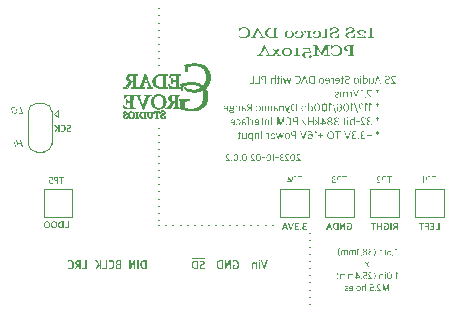
<source format=gbo>
G04 #@! TF.GenerationSoftware,KiCad,Pcbnew,7.0.8*
G04 #@! TF.CreationDate,2023-10-02T15:07:28-07:00*
G04 #@! TF.ProjectId,PCM510xA_I2S_DAC,50434d35-3130-4784-915f-4932535f4441,0.0.2*
G04 #@! TF.SameCoordinates,Original*
G04 #@! TF.FileFunction,Legend,Bot*
G04 #@! TF.FilePolarity,Positive*
%FSLAX46Y46*%
G04 Gerber Fmt 4.6, Leading zero omitted, Abs format (unit mm)*
G04 Created by KiCad (PCBNEW 7.0.8) date 2023-10-02 15:07:28*
%MOMM*%
%LPD*%
G01*
G04 APERTURE LIST*
%ADD10C,0.150000*%
%ADD11C,0.087500*%
%ADD12C,0.120000*%
%ADD13C,0.075000*%
%ADD14C,0.010000*%
G04 APERTURE END LIST*
D10*
X131300000Y-109400000D02*
X131300000Y-109400000D01*
X131900000Y-109400000D02*
X131900000Y-109400000D01*
X132500000Y-109400000D02*
X132500000Y-109400000D01*
X133100000Y-109400000D02*
X133100000Y-109400000D01*
X133700000Y-109400000D02*
X133700000Y-109400000D01*
X134300000Y-109400000D02*
X134300000Y-109400000D01*
X134900000Y-109400000D02*
X134900000Y-109400000D01*
X135500000Y-109400000D02*
X135500000Y-109400000D01*
X136100000Y-109400000D02*
X136100000Y-109400000D01*
X136700000Y-109400000D02*
X136700000Y-109400000D01*
X137300000Y-109400000D02*
X137300000Y-109400000D01*
X137900000Y-109400000D02*
X137900000Y-109400000D01*
X138500000Y-109400000D02*
X138500000Y-109400000D01*
X139100000Y-109400000D02*
X139100000Y-109400000D01*
X139700000Y-109400000D02*
X139700000Y-109400000D01*
X140300000Y-109400000D02*
X140300000Y-109400000D01*
X140900000Y-109400000D02*
X140900000Y-109400000D01*
X131300000Y-91100000D02*
X131300000Y-91100000D01*
X131300000Y-91700000D02*
X131300000Y-91700000D01*
X131300000Y-92300000D02*
X131300000Y-92300000D01*
X131300000Y-92900000D02*
X131300000Y-92900000D01*
X131300000Y-93500000D02*
X131300000Y-93500000D01*
X131300000Y-94100000D02*
X131300000Y-94100000D01*
X131300000Y-94700000D02*
X131300000Y-94700000D01*
X131300000Y-95300000D02*
X131300000Y-95300000D01*
X131300000Y-95900000D02*
X131300000Y-95900000D01*
X131300000Y-101200000D02*
X131300000Y-101200000D01*
X131300000Y-101800000D02*
X131300000Y-101800000D01*
X131300000Y-102400000D02*
X131300000Y-102400000D01*
X131300000Y-103000000D02*
X131300000Y-103000000D01*
X131300000Y-103600000D02*
X131300000Y-103600000D01*
X131300000Y-104200000D02*
X131300000Y-104200000D01*
X131300000Y-104800000D02*
X131300000Y-104800000D01*
X131300000Y-105400000D02*
X131300000Y-105400000D01*
X131300000Y-106000000D02*
X131300000Y-106000000D01*
X131300000Y-106600000D02*
X131300000Y-106600000D01*
X131300000Y-107200000D02*
X131300000Y-107200000D01*
X131300000Y-107800000D02*
X131300000Y-107800000D01*
X131300000Y-108400000D02*
X131300000Y-108400000D01*
X131300000Y-109000000D02*
X131300000Y-109000000D01*
X144100000Y-110100000D02*
X144100000Y-110100000D01*
X144100000Y-110700000D02*
X144100000Y-110700000D01*
X144100000Y-111300000D02*
X144100000Y-111300000D01*
X144100000Y-111900000D02*
X144100000Y-111900000D01*
X144100000Y-112500000D02*
X144100000Y-112500000D01*
X144100000Y-113100000D02*
X144100000Y-113100000D01*
X144100000Y-113700000D02*
X144100000Y-113700000D01*
X144100000Y-114300000D02*
X144100000Y-114300000D01*
X144100000Y-114900000D02*
X144100000Y-114900000D01*
X144100000Y-115500000D02*
X144100000Y-115500000D01*
X144100000Y-116100000D02*
X144100000Y-116100000D01*
D11*
G36*
X151549950Y-97465467D02*
G01*
X151472501Y-97465467D01*
X151472501Y-96807745D01*
X151549950Y-96807745D01*
X151549950Y-97465467D01*
G37*
G36*
X151323586Y-97465467D02*
G01*
X150914967Y-97465467D01*
X150914967Y-97398788D01*
X151214849Y-97398788D01*
X151111925Y-97294839D01*
X151101399Y-97284110D01*
X151091142Y-97273585D01*
X151081158Y-97263252D01*
X151071451Y-97253096D01*
X151062025Y-97243104D01*
X151052886Y-97233264D01*
X151044037Y-97223561D01*
X151035483Y-97213983D01*
X151027227Y-97204517D01*
X151019274Y-97195149D01*
X151011629Y-97185865D01*
X151004295Y-97176654D01*
X150997277Y-97167501D01*
X150990580Y-97158393D01*
X150984206Y-97149317D01*
X150978162Y-97140260D01*
X150972451Y-97131209D01*
X150967077Y-97122150D01*
X150962045Y-97113069D01*
X150957359Y-97103955D01*
X150953023Y-97094793D01*
X150949042Y-97085571D01*
X150945419Y-97076274D01*
X150942160Y-97066890D01*
X150939268Y-97057406D01*
X150936747Y-97047808D01*
X150934603Y-97038084D01*
X150932839Y-97028219D01*
X150931459Y-97018200D01*
X150930469Y-97008015D01*
X150929871Y-96997651D01*
X150929671Y-96987093D01*
X150929880Y-96976195D01*
X150930506Y-96965562D01*
X150931546Y-96955197D01*
X150933000Y-96945108D01*
X150934865Y-96935298D01*
X150937138Y-96925773D01*
X150939819Y-96916540D01*
X150942905Y-96907602D01*
X150946394Y-96898966D01*
X150950284Y-96890637D01*
X150954574Y-96882621D01*
X150959261Y-96874922D01*
X150964344Y-96867546D01*
X150969820Y-96860498D01*
X150975688Y-96853785D01*
X150981945Y-96847410D01*
X150988590Y-96841380D01*
X150995621Y-96835701D01*
X151003035Y-96830376D01*
X151010831Y-96825412D01*
X151019008Y-96820815D01*
X151027562Y-96816589D01*
X151036492Y-96812740D01*
X151045797Y-96809273D01*
X151055473Y-96806194D01*
X151065520Y-96803508D01*
X151075935Y-96801221D01*
X151086717Y-96799337D01*
X151097863Y-96797862D01*
X151109371Y-96796803D01*
X151121240Y-96796163D01*
X151133467Y-96795948D01*
X151140431Y-96796045D01*
X151147345Y-96796329D01*
X151154206Y-96796794D01*
X151167755Y-96798237D01*
X151181052Y-96800314D01*
X151194072Y-96802966D01*
X151206789Y-96806135D01*
X151219180Y-96809761D01*
X151231218Y-96813786D01*
X151242877Y-96818152D01*
X151254134Y-96822798D01*
X151264961Y-96827667D01*
X151275335Y-96832699D01*
X151285229Y-96837836D01*
X151294619Y-96843018D01*
X151303480Y-96848187D01*
X151311785Y-96853284D01*
X151315721Y-96855788D01*
X151293153Y-96917508D01*
X151285833Y-96912564D01*
X151278182Y-96907634D01*
X151270218Y-96902761D01*
X151261959Y-96897985D01*
X151253422Y-96893350D01*
X151244626Y-96888897D01*
X151235588Y-96884669D01*
X151226325Y-96880707D01*
X151216856Y-96877053D01*
X151207199Y-96873750D01*
X151197371Y-96870840D01*
X151187389Y-96868365D01*
X151177273Y-96866366D01*
X151167039Y-96864887D01*
X151156705Y-96863968D01*
X151146290Y-96863652D01*
X151137703Y-96863779D01*
X151129414Y-96864157D01*
X151121420Y-96864789D01*
X151113719Y-96865674D01*
X151106311Y-96866812D01*
X151099193Y-96868203D01*
X151092364Y-96869848D01*
X151079567Y-96873899D01*
X151067906Y-96878967D01*
X151057369Y-96885053D01*
X151047944Y-96892158D01*
X151039617Y-96900285D01*
X151032375Y-96909434D01*
X151026206Y-96919607D01*
X151021097Y-96930806D01*
X151017035Y-96943031D01*
X151014008Y-96956286D01*
X151012878Y-96963299D01*
X151012002Y-96970570D01*
X151011379Y-96978099D01*
X151011006Y-96985886D01*
X151010882Y-96993931D01*
X151011064Y-97002698D01*
X151011609Y-97011340D01*
X151012509Y-97019867D01*
X151013760Y-97028287D01*
X151015354Y-97036609D01*
X151017286Y-97044842D01*
X151019551Y-97052995D01*
X151022142Y-97061077D01*
X151025053Y-97069097D01*
X151028278Y-97077063D01*
X151031812Y-97084984D01*
X151035649Y-97092870D01*
X151039782Y-97100729D01*
X151044206Y-97108569D01*
X151048914Y-97116401D01*
X151053902Y-97124232D01*
X151059162Y-97132072D01*
X151064690Y-97139929D01*
X151070479Y-97147812D01*
X151076523Y-97155730D01*
X151082816Y-97163692D01*
X151089353Y-97171708D01*
X151096127Y-97179784D01*
X151103133Y-97187932D01*
X151110365Y-97196158D01*
X151117816Y-97204473D01*
X151125481Y-97212885D01*
X151133354Y-97221403D01*
X151141429Y-97230036D01*
X151149700Y-97238793D01*
X151158161Y-97247682D01*
X151166806Y-97256712D01*
X151323586Y-97419305D01*
X151323586Y-97465467D01*
G37*
G36*
X150637141Y-97477264D02*
G01*
X150622970Y-97477040D01*
X150609307Y-97476375D01*
X150596147Y-97475276D01*
X150583486Y-97473749D01*
X150571321Y-97471801D01*
X150559649Y-97469440D01*
X150548464Y-97466673D01*
X150537765Y-97463506D01*
X150527546Y-97459947D01*
X150517804Y-97456003D01*
X150508536Y-97451681D01*
X150499737Y-97446988D01*
X150491404Y-97441931D01*
X150483534Y-97436517D01*
X150476121Y-97430754D01*
X150469163Y-97424648D01*
X150462656Y-97418206D01*
X150456596Y-97411436D01*
X150450979Y-97404344D01*
X150445802Y-97396938D01*
X150441060Y-97389224D01*
X150436751Y-97381211D01*
X150432869Y-97372904D01*
X150429413Y-97364311D01*
X150426377Y-97355439D01*
X150423758Y-97346296D01*
X150421552Y-97336887D01*
X150419755Y-97327221D01*
X150418365Y-97317304D01*
X150417376Y-97307143D01*
X150416786Y-97296746D01*
X150416590Y-97286119D01*
X150416770Y-97275935D01*
X150417307Y-97266147D01*
X150418196Y-97256744D01*
X150419432Y-97247715D01*
X150421010Y-97239048D01*
X150422926Y-97230733D01*
X150425174Y-97222757D01*
X150427751Y-97215111D01*
X150430651Y-97207781D01*
X150433868Y-97200758D01*
X150437400Y-97194029D01*
X150441240Y-97187583D01*
X150445383Y-97181410D01*
X150449826Y-97175498D01*
X150454563Y-97169835D01*
X150459589Y-97164410D01*
X150464899Y-97159212D01*
X150470490Y-97154230D01*
X150476355Y-97149452D01*
X150482490Y-97144867D01*
X150488891Y-97140464D01*
X150495551Y-97136231D01*
X150502468Y-97132157D01*
X150509635Y-97128231D01*
X150517048Y-97124442D01*
X150524702Y-97120777D01*
X150532593Y-97117227D01*
X150540715Y-97113779D01*
X150549063Y-97110423D01*
X150557634Y-97107146D01*
X150566421Y-97103938D01*
X150575421Y-97100788D01*
X150640048Y-97080271D01*
X150646887Y-97077876D01*
X150653432Y-97075463D01*
X150665659Y-97070557D01*
X150676769Y-97065507D01*
X150686803Y-97060262D01*
X150695800Y-97054776D01*
X150703803Y-97048998D01*
X150710851Y-97042880D01*
X150716984Y-97036375D01*
X150722244Y-97029432D01*
X150726671Y-97022005D01*
X150730306Y-97014043D01*
X150733189Y-97005499D01*
X150735360Y-96996323D01*
X150736861Y-96986468D01*
X150737732Y-96975885D01*
X150738013Y-96964525D01*
X150737489Y-96953068D01*
X150735924Y-96942180D01*
X150733334Y-96931884D01*
X150729732Y-96922204D01*
X150725132Y-96913163D01*
X150719549Y-96904785D01*
X150712995Y-96897092D01*
X150705486Y-96890110D01*
X150697036Y-96883861D01*
X150687657Y-96878368D01*
X150677366Y-96873656D01*
X150666174Y-96869748D01*
X150654097Y-96866668D01*
X150641148Y-96864438D01*
X150634352Y-96863650D01*
X150627342Y-96863083D01*
X150620122Y-96862741D01*
X150612692Y-96862627D01*
X150599339Y-96862840D01*
X150586457Y-96863462D01*
X150574035Y-96864462D01*
X150562064Y-96865813D01*
X150550534Y-96867486D01*
X150539434Y-96869452D01*
X150528756Y-96871681D01*
X150518488Y-96874146D01*
X150508621Y-96876817D01*
X150499144Y-96879665D01*
X150490049Y-96882662D01*
X150481323Y-96885780D01*
X150472959Y-96888988D01*
X150464945Y-96892259D01*
X150457272Y-96895563D01*
X150449929Y-96898872D01*
X150449929Y-96833220D01*
X150456846Y-96829911D01*
X150464028Y-96826606D01*
X150471504Y-96823336D01*
X150479306Y-96820127D01*
X150487467Y-96817010D01*
X150496016Y-96814013D01*
X150504985Y-96811164D01*
X150514406Y-96808493D01*
X150524310Y-96806029D01*
X150534728Y-96803799D01*
X150545691Y-96801834D01*
X150557231Y-96800161D01*
X150569380Y-96798810D01*
X150582167Y-96797809D01*
X150595626Y-96797188D01*
X150602616Y-96797028D01*
X150609786Y-96796974D01*
X150622437Y-96797185D01*
X150634683Y-96797813D01*
X150646522Y-96798850D01*
X150657955Y-96800288D01*
X150668982Y-96802120D01*
X150679605Y-96804337D01*
X150689823Y-96806931D01*
X150699636Y-96809896D01*
X150709045Y-96813222D01*
X150718050Y-96816902D01*
X150726652Y-96820929D01*
X150734850Y-96825293D01*
X150742645Y-96829988D01*
X150750038Y-96835006D01*
X150757028Y-96840339D01*
X150763616Y-96845978D01*
X150769803Y-96851917D01*
X150775588Y-96858146D01*
X150780972Y-96864659D01*
X150785955Y-96871448D01*
X150790538Y-96878504D01*
X150794721Y-96885820D01*
X150798503Y-96893387D01*
X150801887Y-96901199D01*
X150804871Y-96909247D01*
X150807456Y-96917523D01*
X150809643Y-96926020D01*
X150811431Y-96934729D01*
X150812821Y-96943643D01*
X150813814Y-96952754D01*
X150814410Y-96962053D01*
X150814608Y-96971534D01*
X150814456Y-96980741D01*
X150814002Y-96989645D01*
X150813247Y-96998253D01*
X150812195Y-97006571D01*
X150810846Y-97014606D01*
X150809204Y-97022365D01*
X150807270Y-97029854D01*
X150805047Y-97037080D01*
X150802537Y-97044049D01*
X150799741Y-97050769D01*
X150796663Y-97057246D01*
X150793303Y-97063486D01*
X150789665Y-97069496D01*
X150785751Y-97075282D01*
X150781562Y-97080852D01*
X150777101Y-97086213D01*
X150772371Y-97091369D01*
X150767372Y-97096329D01*
X150762108Y-97101099D01*
X150756580Y-97105686D01*
X150750791Y-97110095D01*
X150744743Y-97114335D01*
X150738437Y-97118411D01*
X150731877Y-97122330D01*
X150725064Y-97126099D01*
X150718001Y-97129724D01*
X150710689Y-97133212D01*
X150703131Y-97136570D01*
X150695329Y-97139804D01*
X150687285Y-97142921D01*
X150679002Y-97145928D01*
X150670480Y-97148830D01*
X150606709Y-97171398D01*
X150599409Y-97173794D01*
X150592382Y-97176208D01*
X150585625Y-97178648D01*
X150579135Y-97181122D01*
X150566947Y-97186194D01*
X150555797Y-97191482D01*
X150545662Y-97197040D01*
X150536522Y-97202924D01*
X150528354Y-97209190D01*
X150521138Y-97215893D01*
X150514851Y-97223089D01*
X150509473Y-97230834D01*
X150504981Y-97239182D01*
X150501354Y-97248191D01*
X150498570Y-97257914D01*
X150496609Y-97268408D01*
X150495447Y-97279729D01*
X150495065Y-97291932D01*
X150495585Y-97305070D01*
X150497157Y-97317598D01*
X150499801Y-97329483D01*
X150503533Y-97340693D01*
X150508374Y-97351195D01*
X150514341Y-97360956D01*
X150521453Y-97369942D01*
X150529729Y-97378122D01*
X150539187Y-97385463D01*
X150549846Y-97391931D01*
X150561723Y-97397494D01*
X150568125Y-97399926D01*
X150574839Y-97402120D01*
X150581866Y-97404070D01*
X150589210Y-97405774D01*
X150596873Y-97407227D01*
X150604857Y-97408425D01*
X150613164Y-97409364D01*
X150621796Y-97410040D01*
X150630757Y-97410448D01*
X150640048Y-97410585D01*
X150653036Y-97410381D01*
X150665898Y-97409779D01*
X150678618Y-97408791D01*
X150691181Y-97407433D01*
X150703573Y-97405718D01*
X150715779Y-97403661D01*
X150727784Y-97401275D01*
X150739574Y-97398575D01*
X150751133Y-97395574D01*
X150762446Y-97392286D01*
X150773500Y-97388726D01*
X150784280Y-97384908D01*
X150794769Y-97380845D01*
X150804955Y-97376552D01*
X150814821Y-97372042D01*
X150824353Y-97367330D01*
X150824353Y-97433153D01*
X150815864Y-97437678D01*
X150806940Y-97442068D01*
X150797583Y-97446303D01*
X150787792Y-97450360D01*
X150777572Y-97454218D01*
X150766921Y-97457854D01*
X150755844Y-97461248D01*
X150744339Y-97464377D01*
X150732410Y-97467219D01*
X150720058Y-97469753D01*
X150707284Y-97471957D01*
X150694090Y-97473810D01*
X150680477Y-97475288D01*
X150673514Y-97475880D01*
X150666447Y-97476371D01*
X150659276Y-97476757D01*
X150652001Y-97477037D01*
X150644623Y-97477206D01*
X150637141Y-97477264D01*
G37*
G36*
X150092431Y-97465467D02*
G01*
X150017888Y-97465467D01*
X149950184Y-97273296D01*
X149686548Y-97273296D01*
X149616963Y-97465467D01*
X149535752Y-97465467D01*
X149629847Y-97207644D01*
X149711168Y-97207644D01*
X149927787Y-97207644D01*
X149819905Y-96911695D01*
X149818024Y-96911695D01*
X149711168Y-97207644D01*
X149629847Y-97207644D01*
X149775794Y-96807745D01*
X149851192Y-96807745D01*
X150092431Y-97465467D01*
G37*
G36*
X149300498Y-97474186D02*
G01*
X149289551Y-97473925D01*
X149278765Y-97473157D01*
X149268143Y-97471904D01*
X149257686Y-97470187D01*
X149247395Y-97468028D01*
X149237272Y-97465450D01*
X149227318Y-97462473D01*
X149217535Y-97459119D01*
X149207924Y-97455411D01*
X149198487Y-97451371D01*
X149189225Y-97447019D01*
X149180140Y-97442378D01*
X149171234Y-97437469D01*
X149162507Y-97432315D01*
X149153962Y-97426937D01*
X149145599Y-97421356D01*
X149141667Y-97421356D01*
X149134828Y-97465467D01*
X149070201Y-97465467D01*
X149070201Y-96979228D01*
X149144573Y-96979228D01*
X149144573Y-97371262D01*
X149152144Y-97374932D01*
X149159795Y-97378553D01*
X149167535Y-97382098D01*
X149175372Y-97385541D01*
X149183314Y-97388857D01*
X149191369Y-97392020D01*
X149199546Y-97395004D01*
X149207853Y-97397784D01*
X149216299Y-97400333D01*
X149224891Y-97402626D01*
X149233637Y-97404637D01*
X149242547Y-97406340D01*
X149251628Y-97407710D01*
X149260888Y-97408720D01*
X149270337Y-97409345D01*
X149279981Y-97409560D01*
X149292815Y-97409258D01*
X149304540Y-97408342D01*
X149315197Y-97406795D01*
X149324824Y-97404599D01*
X149333458Y-97401736D01*
X149341140Y-97398190D01*
X149347907Y-97393944D01*
X149353798Y-97388979D01*
X149358851Y-97383279D01*
X149363105Y-97376826D01*
X149366600Y-97369604D01*
X149369372Y-97361594D01*
X149371461Y-97352780D01*
X149372906Y-97343145D01*
X149373744Y-97332670D01*
X149374015Y-97321339D01*
X149374015Y-96979228D01*
X149449413Y-96979228D01*
X149449413Y-97332110D01*
X149449255Y-97340791D01*
X149448785Y-97349202D01*
X149448003Y-97357343D01*
X149446913Y-97365213D01*
X149445516Y-97372812D01*
X149443816Y-97380140D01*
X149441814Y-97387196D01*
X149439512Y-97393980D01*
X149436914Y-97400491D01*
X149434021Y-97406730D01*
X149427359Y-97418387D01*
X149419547Y-97428948D01*
X149410602Y-97438411D01*
X149400544Y-97446771D01*
X149389389Y-97454026D01*
X149377158Y-97460174D01*
X149370645Y-97462831D01*
X149363869Y-97465210D01*
X149356833Y-97467311D01*
X149349540Y-97469133D01*
X149341991Y-97470675D01*
X149334189Y-97471938D01*
X149326136Y-97472921D01*
X149317835Y-97473624D01*
X149309288Y-97474045D01*
X149300498Y-97474186D01*
G37*
G36*
X148611831Y-97002822D02*
G01*
X148619675Y-96998390D01*
X148628313Y-96993999D01*
X148637763Y-96989735D01*
X148644524Y-96987006D01*
X148651660Y-96984398D01*
X148659176Y-96981935D01*
X148667079Y-96979644D01*
X148675372Y-96977550D01*
X148684063Y-96975679D01*
X148693156Y-96974056D01*
X148702657Y-96972707D01*
X148712572Y-96971657D01*
X148722905Y-96970931D01*
X148733663Y-96970557D01*
X148739203Y-96970509D01*
X148750866Y-96970733D01*
X148762316Y-96971410D01*
X148773545Y-96972543D01*
X148784541Y-96974137D01*
X148795294Y-96976196D01*
X148805794Y-96978724D01*
X148816030Y-96981727D01*
X148825992Y-96985207D01*
X148835669Y-96989169D01*
X148845052Y-96993618D01*
X148854129Y-96998558D01*
X148862891Y-97003994D01*
X148871326Y-97009929D01*
X148879425Y-97016368D01*
X148887177Y-97023316D01*
X148894572Y-97030775D01*
X148901599Y-97038752D01*
X148908249Y-97047250D01*
X148914509Y-97056274D01*
X148920371Y-97065828D01*
X148925824Y-97075915D01*
X148930857Y-97086542D01*
X148935460Y-97097711D01*
X148939623Y-97109427D01*
X148943335Y-97121695D01*
X148946585Y-97134518D01*
X148949364Y-97147902D01*
X148951662Y-97161850D01*
X148953466Y-97176367D01*
X148954768Y-97191457D01*
X148955557Y-97207124D01*
X148955822Y-97223373D01*
X148955822Y-97236025D01*
X148955519Y-97252488D01*
X148954622Y-97268255D01*
X148953152Y-97283339D01*
X148951129Y-97297751D01*
X148948575Y-97311501D01*
X148945510Y-97324602D01*
X148941955Y-97337065D01*
X148937929Y-97348900D01*
X148933454Y-97360119D01*
X148928551Y-97370734D01*
X148923239Y-97380756D01*
X148917540Y-97390195D01*
X148911474Y-97399065D01*
X148905062Y-97407374D01*
X148898324Y-97415136D01*
X148891281Y-97422361D01*
X148883954Y-97429060D01*
X148876362Y-97435246D01*
X148868527Y-97440928D01*
X148860470Y-97446119D01*
X148852210Y-97450830D01*
X148843769Y-97455072D01*
X148835167Y-97458856D01*
X148826425Y-97462194D01*
X148817563Y-97465097D01*
X148808601Y-97467576D01*
X148799562Y-97469643D01*
X148790464Y-97471309D01*
X148781329Y-97472585D01*
X148772178Y-97473482D01*
X148763030Y-97474012D01*
X148753907Y-97474186D01*
X148741815Y-97473949D01*
X148730159Y-97473249D01*
X148718936Y-97472106D01*
X148708146Y-97470537D01*
X148697786Y-97468562D01*
X148687856Y-97466198D01*
X148678353Y-97463465D01*
X148669277Y-97460380D01*
X148660625Y-97456963D01*
X148652397Y-97453232D01*
X148644590Y-97449206D01*
X148637204Y-97444902D01*
X148630236Y-97440340D01*
X148623686Y-97435538D01*
X148617551Y-97430515D01*
X148611831Y-97425289D01*
X148607898Y-97425289D01*
X148599179Y-97465467D01*
X148536433Y-97465467D01*
X148536433Y-97371262D01*
X148611831Y-97371262D01*
X148619115Y-97376822D01*
X148627139Y-97382366D01*
X148635927Y-97387777D01*
X148642223Y-97391253D01*
X148648879Y-97394585D01*
X148655901Y-97397739D01*
X148663299Y-97400678D01*
X148671079Y-97403371D01*
X148679249Y-97405781D01*
X148687817Y-97407875D01*
X148696792Y-97409619D01*
X148706179Y-97410978D01*
X148715989Y-97411917D01*
X148726227Y-97412404D01*
X148731510Y-97412466D01*
X148739600Y-97412338D01*
X148747519Y-97411949D01*
X148755260Y-97411289D01*
X148762818Y-97410349D01*
X148770187Y-97409119D01*
X148777363Y-97407592D01*
X148784338Y-97405757D01*
X148791109Y-97403605D01*
X148797668Y-97401127D01*
X148804011Y-97398315D01*
X148810132Y-97395158D01*
X148816026Y-97391648D01*
X148821686Y-97387775D01*
X148827107Y-97383531D01*
X148832285Y-97378906D01*
X148837212Y-97373891D01*
X148841884Y-97368477D01*
X148846295Y-97362654D01*
X148850439Y-97356413D01*
X148854311Y-97349746D01*
X148857905Y-97342643D01*
X148861216Y-97335095D01*
X148864238Y-97327093D01*
X148866966Y-97318628D01*
X148869394Y-97309689D01*
X148871516Y-97300269D01*
X148873326Y-97290358D01*
X148874821Y-97279947D01*
X148875992Y-97269027D01*
X148876836Y-97257588D01*
X148877347Y-97245622D01*
X148877518Y-97233118D01*
X148877518Y-97213628D01*
X148877355Y-97201545D01*
X148876868Y-97189945D01*
X148876060Y-97178821D01*
X148874936Y-97168166D01*
X148873498Y-97157974D01*
X148871751Y-97148239D01*
X148869698Y-97138954D01*
X148867343Y-97130112D01*
X148864688Y-97121707D01*
X148861739Y-97113733D01*
X148858498Y-97106182D01*
X148854969Y-97099050D01*
X148851156Y-97092328D01*
X148847061Y-97086011D01*
X148842690Y-97080092D01*
X148838045Y-97074565D01*
X148833130Y-97069423D01*
X148827949Y-97064660D01*
X148822505Y-97060269D01*
X148816802Y-97056244D01*
X148810843Y-97052578D01*
X148804632Y-97049264D01*
X148798173Y-97046297D01*
X148791469Y-97043670D01*
X148784524Y-97041377D01*
X148777342Y-97039410D01*
X148769925Y-97037763D01*
X148762278Y-97036431D01*
X148754404Y-97035405D01*
X148746307Y-97034681D01*
X148737991Y-97034251D01*
X148729458Y-97034109D01*
X148720158Y-97034269D01*
X148710996Y-97034739D01*
X148701998Y-97035504D01*
X148693191Y-97036548D01*
X148684600Y-97037859D01*
X148676252Y-97039420D01*
X148668172Y-97041217D01*
X148660386Y-97043235D01*
X148652921Y-97045459D01*
X148645803Y-97047875D01*
X148639057Y-97050468D01*
X148632710Y-97053223D01*
X148623994Y-97057627D01*
X148616322Y-97062313D01*
X148611831Y-97065568D01*
X148611831Y-97371262D01*
X148536433Y-97371262D01*
X148536433Y-96763635D01*
X148611831Y-96763635D01*
X148611831Y-97002822D01*
G37*
G36*
X148390424Y-97465467D02*
G01*
X148315882Y-97465467D01*
X148315882Y-96980254D01*
X148390424Y-96980254D01*
X148390424Y-97465467D01*
G37*
G36*
X148391450Y-96882288D02*
G01*
X148314856Y-96882288D01*
X148314856Y-96803813D01*
X148391450Y-96803813D01*
X148391450Y-96882288D01*
G37*
G36*
X147993137Y-96970778D02*
G01*
X148005067Y-96971581D01*
X148016733Y-96972913D01*
X148028127Y-96974769D01*
X148039240Y-96977142D01*
X148050063Y-96980027D01*
X148060589Y-96983419D01*
X148070807Y-96987312D01*
X148080709Y-96991700D01*
X148090288Y-96996578D01*
X148099533Y-97001940D01*
X148108438Y-97007781D01*
X148116992Y-97014095D01*
X148125187Y-97020876D01*
X148133015Y-97028119D01*
X148140466Y-97035819D01*
X148147533Y-97043970D01*
X148154207Y-97052565D01*
X148160479Y-97061601D01*
X148166340Y-97071070D01*
X148171782Y-97080968D01*
X148176796Y-97091289D01*
X148181374Y-97102028D01*
X148185506Y-97113178D01*
X148189185Y-97124734D01*
X148192401Y-97136691D01*
X148195146Y-97149043D01*
X148197411Y-97161785D01*
X148199188Y-97174910D01*
X148200468Y-97188414D01*
X148201243Y-97202291D01*
X148201503Y-97216534D01*
X148201503Y-97231238D01*
X148201262Y-97245548D01*
X148200544Y-97259465D01*
X148199353Y-97272984D01*
X148197694Y-97286101D01*
X148195573Y-97298813D01*
X148192994Y-97311115D01*
X148189963Y-97323003D01*
X148186484Y-97334474D01*
X148182563Y-97345524D01*
X148178205Y-97356148D01*
X148173415Y-97366343D01*
X148168198Y-97376104D01*
X148162558Y-97385428D01*
X148156502Y-97394310D01*
X148150034Y-97402747D01*
X148143159Y-97410735D01*
X148135883Y-97418269D01*
X148128209Y-97425347D01*
X148120145Y-97431962D01*
X148111693Y-97438113D01*
X148102861Y-97443795D01*
X148093652Y-97449003D01*
X148084071Y-97453734D01*
X148074125Y-97457984D01*
X148063817Y-97461749D01*
X148053153Y-97465025D01*
X148042138Y-97467808D01*
X148030778Y-97470093D01*
X148019076Y-97471878D01*
X148007039Y-97473158D01*
X147994671Y-97473928D01*
X147981977Y-97474186D01*
X147969789Y-97473917D01*
X147957850Y-97473113D01*
X147946170Y-97471781D01*
X147934757Y-97469924D01*
X147923621Y-97467550D01*
X147912770Y-97464662D01*
X147902214Y-97461267D01*
X147891961Y-97457370D01*
X147882021Y-97452976D01*
X147872403Y-97448091D01*
X147863115Y-97442720D01*
X147854166Y-97436869D01*
X147845567Y-97430543D01*
X147837325Y-97423747D01*
X147829449Y-97416487D01*
X147821949Y-97408769D01*
X147814834Y-97400597D01*
X147808113Y-97391977D01*
X147801794Y-97382915D01*
X147795887Y-97373416D01*
X147790401Y-97363485D01*
X147785344Y-97353128D01*
X147780727Y-97342350D01*
X147776557Y-97331156D01*
X147772844Y-97319553D01*
X147769596Y-97307545D01*
X147766824Y-97295138D01*
X147764535Y-97282337D01*
X147762740Y-97269148D01*
X147761446Y-97255576D01*
X147760663Y-97241627D01*
X147760560Y-97236025D01*
X147836824Y-97236025D01*
X147836984Y-97246625D01*
X147837462Y-97256912D01*
X147838253Y-97266886D01*
X147839354Y-97276544D01*
X147840761Y-97285885D01*
X147842470Y-97294908D01*
X147844477Y-97303611D01*
X147846777Y-97311992D01*
X147849368Y-97320049D01*
X147852245Y-97327782D01*
X147855404Y-97335188D01*
X147858841Y-97342266D01*
X147862552Y-97349015D01*
X147866534Y-97355432D01*
X147870782Y-97361516D01*
X147875292Y-97367266D01*
X147880061Y-97372679D01*
X147885084Y-97377755D01*
X147890358Y-97382492D01*
X147895878Y-97386888D01*
X147901642Y-97390941D01*
X147907644Y-97394650D01*
X147913880Y-97398014D01*
X147920348Y-97401030D01*
X147927042Y-97403697D01*
X147933960Y-97406014D01*
X147941096Y-97407979D01*
X147948448Y-97409590D01*
X147956010Y-97410846D01*
X147963780Y-97411745D01*
X147971753Y-97412285D01*
X147979926Y-97412466D01*
X147987502Y-97412335D01*
X147994967Y-97411938D01*
X148002312Y-97411264D01*
X148009528Y-97410307D01*
X148016607Y-97409056D01*
X148023541Y-97407504D01*
X148030321Y-97405642D01*
X148036939Y-97403461D01*
X148043385Y-97400952D01*
X148049653Y-97398108D01*
X148055733Y-97394919D01*
X148061616Y-97391378D01*
X148067296Y-97387474D01*
X148072761Y-97383200D01*
X148078006Y-97378547D01*
X148083020Y-97373506D01*
X148087797Y-97368069D01*
X148092326Y-97362228D01*
X148096600Y-97355973D01*
X148100610Y-97349296D01*
X148104347Y-97342188D01*
X148107805Y-97334641D01*
X148110973Y-97326646D01*
X148113843Y-97318195D01*
X148116408Y-97309278D01*
X148118657Y-97299888D01*
X148120584Y-97290016D01*
X148122180Y-97279653D01*
X148123436Y-97268790D01*
X148124343Y-97257419D01*
X148124894Y-97245531D01*
X148125079Y-97233118D01*
X148125079Y-97208670D01*
X148124919Y-97198160D01*
X148124441Y-97187952D01*
X148123650Y-97178046D01*
X148122549Y-97168445D01*
X148121142Y-97159152D01*
X148119433Y-97150168D01*
X148117426Y-97141495D01*
X148115125Y-97133136D01*
X148112535Y-97125092D01*
X148109658Y-97117367D01*
X148106499Y-97109962D01*
X148103062Y-97102879D01*
X148099351Y-97096121D01*
X148095369Y-97089689D01*
X148091121Y-97083586D01*
X148086611Y-97077814D01*
X148081842Y-97072375D01*
X148076819Y-97067271D01*
X148071545Y-97062504D01*
X148066024Y-97058078D01*
X148060261Y-97053993D01*
X148054259Y-97050251D01*
X148048022Y-97046856D01*
X148041555Y-97043809D01*
X148034860Y-97041113D01*
X148027943Y-97038769D01*
X148020807Y-97036779D01*
X148013455Y-97035147D01*
X148005892Y-97033873D01*
X147998123Y-97032961D01*
X147990150Y-97032412D01*
X147981977Y-97032229D01*
X147974566Y-97032359D01*
X147967246Y-97032757D01*
X147960025Y-97033431D01*
X147952915Y-97034388D01*
X147945923Y-97035639D01*
X147939060Y-97037191D01*
X147932335Y-97039053D01*
X147925757Y-97041234D01*
X147919337Y-97043742D01*
X147913083Y-97046587D01*
X147907005Y-97049775D01*
X147901113Y-97053317D01*
X147895415Y-97057221D01*
X147889922Y-97061495D01*
X147884643Y-97066148D01*
X147879588Y-97071189D01*
X147874765Y-97076625D01*
X147870184Y-97082467D01*
X147865856Y-97088722D01*
X147861789Y-97095399D01*
X147857993Y-97102507D01*
X147854477Y-97110054D01*
X147851251Y-97118049D01*
X147848324Y-97126500D01*
X147845706Y-97135416D01*
X147843406Y-97144806D01*
X147841435Y-97154679D01*
X147839800Y-97165042D01*
X147838512Y-97175905D01*
X147837580Y-97187276D01*
X147837014Y-97199163D01*
X147836824Y-97211576D01*
X147836824Y-97236025D01*
X147760560Y-97236025D01*
X147760400Y-97227306D01*
X147760400Y-97213628D01*
X147760643Y-97199392D01*
X147761369Y-97185540D01*
X147762571Y-97172075D01*
X147764246Y-97159003D01*
X147766387Y-97146327D01*
X147768989Y-97134053D01*
X147772047Y-97122184D01*
X147775555Y-97110725D01*
X147779508Y-97099681D01*
X147783901Y-97089057D01*
X147788728Y-97078856D01*
X147793985Y-97069083D01*
X147799665Y-97059744D01*
X147805763Y-97050841D01*
X147812274Y-97042380D01*
X147819192Y-97034366D01*
X147826513Y-97026802D01*
X147834231Y-97019694D01*
X147842340Y-97013045D01*
X147850836Y-97006861D01*
X147859712Y-97001146D01*
X147868963Y-96995904D01*
X147878585Y-96991139D01*
X147888571Y-96986858D01*
X147898917Y-96983063D01*
X147909617Y-96979759D01*
X147920666Y-96976951D01*
X147932058Y-96974644D01*
X147943787Y-96972841D01*
X147955850Y-96971548D01*
X147968240Y-96970769D01*
X147980951Y-96970509D01*
X147993137Y-96970778D01*
G37*
G36*
X147236206Y-97477264D02*
G01*
X147222035Y-97477040D01*
X147208372Y-97476375D01*
X147195211Y-97475276D01*
X147182551Y-97473749D01*
X147170386Y-97471801D01*
X147158714Y-97469440D01*
X147147529Y-97466673D01*
X147136830Y-97463506D01*
X147126611Y-97459947D01*
X147116869Y-97456003D01*
X147107601Y-97451681D01*
X147098802Y-97446988D01*
X147090469Y-97441931D01*
X147082599Y-97436517D01*
X147075186Y-97430754D01*
X147068228Y-97424648D01*
X147061721Y-97418206D01*
X147055661Y-97411436D01*
X147050044Y-97404344D01*
X147044867Y-97396938D01*
X147040125Y-97389224D01*
X147035816Y-97381211D01*
X147031934Y-97372904D01*
X147028478Y-97364311D01*
X147025442Y-97355439D01*
X147022822Y-97346296D01*
X147020617Y-97336887D01*
X147018820Y-97327221D01*
X147017430Y-97317304D01*
X147016441Y-97307143D01*
X147015851Y-97296746D01*
X147015655Y-97286119D01*
X147015835Y-97275935D01*
X147016372Y-97266147D01*
X147017260Y-97256744D01*
X147018496Y-97247715D01*
X147020075Y-97239048D01*
X147021991Y-97230733D01*
X147024239Y-97222757D01*
X147026816Y-97215111D01*
X147029715Y-97207781D01*
X147032933Y-97200758D01*
X147036465Y-97194029D01*
X147040305Y-97187583D01*
X147044448Y-97181410D01*
X147048891Y-97175498D01*
X147053628Y-97169835D01*
X147058654Y-97164410D01*
X147063964Y-97159212D01*
X147069555Y-97154230D01*
X147075420Y-97149452D01*
X147081555Y-97144867D01*
X147087955Y-97140464D01*
X147094616Y-97136231D01*
X147101533Y-97132157D01*
X147108700Y-97128231D01*
X147116113Y-97124442D01*
X147123767Y-97120777D01*
X147131658Y-97117227D01*
X147139780Y-97113779D01*
X147148128Y-97110423D01*
X147156699Y-97107146D01*
X147165486Y-97103938D01*
X147174486Y-97100788D01*
X147239113Y-97080271D01*
X147245952Y-97077876D01*
X147252497Y-97075463D01*
X147264724Y-97070557D01*
X147275834Y-97065507D01*
X147285867Y-97060262D01*
X147294865Y-97054776D01*
X147302868Y-97048998D01*
X147309915Y-97042880D01*
X147316049Y-97036375D01*
X147321309Y-97029432D01*
X147325736Y-97022005D01*
X147329371Y-97014043D01*
X147332254Y-97005499D01*
X147334425Y-96996323D01*
X147335926Y-96986468D01*
X147336797Y-96975885D01*
X147337078Y-96964525D01*
X147336554Y-96953068D01*
X147334989Y-96942180D01*
X147332399Y-96931884D01*
X147328797Y-96922204D01*
X147324197Y-96913163D01*
X147318614Y-96904785D01*
X147312060Y-96897092D01*
X147304551Y-96890110D01*
X147296101Y-96883861D01*
X147286722Y-96878368D01*
X147276430Y-96873656D01*
X147265239Y-96869748D01*
X147253162Y-96866668D01*
X147240213Y-96864438D01*
X147233416Y-96863650D01*
X147226407Y-96863083D01*
X147219187Y-96862741D01*
X147211757Y-96862627D01*
X147198404Y-96862840D01*
X147185521Y-96863462D01*
X147173100Y-96864462D01*
X147161129Y-96865813D01*
X147149599Y-96867486D01*
X147138499Y-96869452D01*
X147127821Y-96871681D01*
X147117553Y-96874146D01*
X147107686Y-96876817D01*
X147098209Y-96879665D01*
X147089113Y-96882662D01*
X147080388Y-96885780D01*
X147072024Y-96888988D01*
X147064010Y-96892259D01*
X147056337Y-96895563D01*
X147048994Y-96898872D01*
X147048994Y-96833220D01*
X147055911Y-96829911D01*
X147063093Y-96826606D01*
X147070569Y-96823336D01*
X147078371Y-96820127D01*
X147086532Y-96817010D01*
X147095081Y-96814013D01*
X147104050Y-96811164D01*
X147113471Y-96808493D01*
X147123375Y-96806029D01*
X147133793Y-96803799D01*
X147144756Y-96801834D01*
X147156296Y-96800161D01*
X147168445Y-96798810D01*
X147181232Y-96797809D01*
X147194691Y-96797188D01*
X147201681Y-96797028D01*
X147208851Y-96796974D01*
X147221502Y-96797185D01*
X147233747Y-96797813D01*
X147245586Y-96798850D01*
X147257020Y-96800288D01*
X147268047Y-96802120D01*
X147278670Y-96804337D01*
X147288888Y-96806931D01*
X147298701Y-96809896D01*
X147308110Y-96813222D01*
X147317115Y-96816902D01*
X147325717Y-96820929D01*
X147333915Y-96825293D01*
X147341710Y-96829988D01*
X147349103Y-96835006D01*
X147356093Y-96840339D01*
X147362681Y-96845978D01*
X147368868Y-96851917D01*
X147374653Y-96858146D01*
X147380037Y-96864659D01*
X147385020Y-96871448D01*
X147389603Y-96878504D01*
X147393786Y-96885820D01*
X147397568Y-96893387D01*
X147400952Y-96901199D01*
X147403936Y-96909247D01*
X147406521Y-96917523D01*
X147408708Y-96926020D01*
X147410496Y-96934729D01*
X147411886Y-96943643D01*
X147412879Y-96952754D01*
X147413475Y-96962053D01*
X147413673Y-96971534D01*
X147413521Y-96980741D01*
X147413067Y-96989645D01*
X147412312Y-96998253D01*
X147411260Y-97006571D01*
X147409911Y-97014606D01*
X147408269Y-97022365D01*
X147406335Y-97029854D01*
X147404112Y-97037080D01*
X147401601Y-97044049D01*
X147398806Y-97050769D01*
X147395727Y-97057246D01*
X147392368Y-97063486D01*
X147388730Y-97069496D01*
X147384816Y-97075282D01*
X147380627Y-97080852D01*
X147376166Y-97086213D01*
X147371436Y-97091369D01*
X147366437Y-97096329D01*
X147361173Y-97101099D01*
X147355645Y-97105686D01*
X147349856Y-97110095D01*
X147343808Y-97114335D01*
X147337502Y-97118411D01*
X147330942Y-97122330D01*
X147324129Y-97126099D01*
X147317066Y-97129724D01*
X147309754Y-97133212D01*
X147302196Y-97136570D01*
X147294394Y-97139804D01*
X147286350Y-97142921D01*
X147278066Y-97145928D01*
X147269545Y-97148830D01*
X147205773Y-97171398D01*
X147198474Y-97173794D01*
X147191446Y-97176208D01*
X147184689Y-97178648D01*
X147178200Y-97181122D01*
X147166012Y-97186194D01*
X147154862Y-97191482D01*
X147144727Y-97197040D01*
X147135587Y-97202924D01*
X147127419Y-97209190D01*
X147120203Y-97215893D01*
X147113916Y-97223089D01*
X147108538Y-97230834D01*
X147104046Y-97239182D01*
X147100418Y-97248191D01*
X147097635Y-97257914D01*
X147095673Y-97268408D01*
X147094512Y-97279729D01*
X147094130Y-97291932D01*
X147094650Y-97305070D01*
X147096222Y-97317598D01*
X147098866Y-97329483D01*
X147102598Y-97340693D01*
X147107439Y-97351195D01*
X147113406Y-97360956D01*
X147120518Y-97369942D01*
X147128794Y-97378122D01*
X147138252Y-97385463D01*
X147148911Y-97391931D01*
X147160788Y-97397494D01*
X147167190Y-97399926D01*
X147173904Y-97402120D01*
X147180931Y-97404070D01*
X147188275Y-97405774D01*
X147195938Y-97407227D01*
X147203921Y-97408425D01*
X147212228Y-97409364D01*
X147220861Y-97410040D01*
X147229822Y-97410448D01*
X147239113Y-97410585D01*
X147252101Y-97410381D01*
X147264963Y-97409779D01*
X147277683Y-97408791D01*
X147290246Y-97407433D01*
X147302638Y-97405718D01*
X147314844Y-97403661D01*
X147326849Y-97401275D01*
X147338638Y-97398575D01*
X147350198Y-97395574D01*
X147361511Y-97392286D01*
X147372565Y-97388726D01*
X147383344Y-97384908D01*
X147393834Y-97380845D01*
X147404019Y-97376552D01*
X147413886Y-97372042D01*
X147423418Y-97367330D01*
X147423418Y-97433153D01*
X147414929Y-97437678D01*
X147406005Y-97442068D01*
X147396647Y-97446303D01*
X147386857Y-97450360D01*
X147376636Y-97454218D01*
X147365986Y-97457854D01*
X147354908Y-97461248D01*
X147343404Y-97464377D01*
X147331475Y-97467219D01*
X147319123Y-97469753D01*
X147306349Y-97471957D01*
X147293155Y-97473810D01*
X147279542Y-97475288D01*
X147272579Y-97475880D01*
X147265512Y-97476371D01*
X147258341Y-97476757D01*
X147251066Y-97477037D01*
X147243688Y-97477206D01*
X147236206Y-97477264D01*
G37*
G36*
X146742445Y-97471280D02*
G01*
X146734804Y-97471157D01*
X146727635Y-97470799D01*
X146717701Y-97469866D01*
X146708660Y-97468510D01*
X146700414Y-97466795D01*
X146692863Y-97464783D01*
X146685907Y-97462536D01*
X146679447Y-97460118D01*
X146671431Y-97456734D01*
X146663882Y-97453304D01*
X146660208Y-97451618D01*
X146660208Y-97400669D01*
X146667651Y-97402769D01*
X146675323Y-97404583D01*
X146683163Y-97406112D01*
X146691111Y-97407358D01*
X146699107Y-97408324D01*
X146707091Y-97409012D01*
X146715003Y-97409423D01*
X146722783Y-97409560D01*
X146732801Y-97409339D01*
X146741913Y-97408667D01*
X146750155Y-97407530D01*
X146757562Y-97405913D01*
X146764171Y-97403802D01*
X146772666Y-97399679D01*
X146779567Y-97394365D01*
X146784993Y-97387810D01*
X146789065Y-97379968D01*
X146791906Y-97370790D01*
X146793174Y-97363905D01*
X146793985Y-97356390D01*
X146794373Y-97348232D01*
X146794420Y-97343907D01*
X146794420Y-97041974D01*
X146669953Y-97041974D01*
X146669953Y-96980254D01*
X146794420Y-96980254D01*
X146794420Y-96864678D01*
X146868963Y-96864678D01*
X146868963Y-96980254D01*
X146938547Y-96980254D01*
X146938547Y-97041974D01*
X146868963Y-97041974D01*
X146868963Y-97355704D01*
X146868816Y-97363271D01*
X146868381Y-97370554D01*
X146867661Y-97377557D01*
X146865384Y-97390730D01*
X146862020Y-97402815D01*
X146857604Y-97413834D01*
X146852170Y-97423809D01*
X146845753Y-97432763D01*
X146838389Y-97440719D01*
X146830112Y-97447701D01*
X146820956Y-97453730D01*
X146810958Y-97458829D01*
X146800150Y-97463022D01*
X146788569Y-97466331D01*
X146776249Y-97468778D01*
X146763225Y-97470388D01*
X146749532Y-97471182D01*
X146742445Y-97471280D01*
G37*
G36*
X146382895Y-96970730D02*
G01*
X146393241Y-96971397D01*
X146403486Y-96972512D01*
X146413614Y-96974080D01*
X146423610Y-96976103D01*
X146433456Y-96978585D01*
X146443137Y-96981529D01*
X146452637Y-96984940D01*
X146461939Y-96988819D01*
X146471028Y-96993172D01*
X146479886Y-96998000D01*
X146488499Y-97003309D01*
X146496848Y-97009100D01*
X146504920Y-97015378D01*
X146512697Y-97022146D01*
X146520162Y-97029408D01*
X146527301Y-97037166D01*
X146534097Y-97045425D01*
X146540533Y-97054187D01*
X146546593Y-97063457D01*
X146552261Y-97073237D01*
X146557522Y-97083532D01*
X146562358Y-97094343D01*
X146566754Y-97105676D01*
X146570694Y-97117534D01*
X146574160Y-97129919D01*
X146577138Y-97142836D01*
X146579611Y-97156287D01*
X146581562Y-97170276D01*
X146582976Y-97184808D01*
X146583836Y-97199884D01*
X146584127Y-97215509D01*
X146584127Y-97229186D01*
X146583900Y-97243262D01*
X146583219Y-97256985D01*
X146582086Y-97270351D01*
X146580500Y-97283352D01*
X146578462Y-97295983D01*
X146575972Y-97308237D01*
X146573030Y-97320107D01*
X146569637Y-97331589D01*
X146565793Y-97342675D01*
X146561499Y-97353360D01*
X146556755Y-97363637D01*
X146551561Y-97373499D01*
X146545918Y-97382941D01*
X146539825Y-97391957D01*
X146533285Y-97400540D01*
X146526296Y-97408683D01*
X146518859Y-97416382D01*
X146510975Y-97423629D01*
X146502644Y-97430418D01*
X146493866Y-97436743D01*
X146484642Y-97442598D01*
X146474972Y-97447976D01*
X146464857Y-97452872D01*
X146454296Y-97457279D01*
X146443291Y-97461191D01*
X146431841Y-97464601D01*
X146419947Y-97467504D01*
X146407609Y-97469893D01*
X146394828Y-97471762D01*
X146381605Y-97473105D01*
X146367938Y-97473915D01*
X146353830Y-97474186D01*
X146346539Y-97474115D01*
X146339381Y-97473907D01*
X146332357Y-97473565D01*
X146325467Y-97473096D01*
X146312094Y-97471795D01*
X146299266Y-97470045D01*
X146286991Y-97467890D01*
X146275274Y-97465369D01*
X146264119Y-97462524D01*
X146253535Y-97459397D01*
X146243525Y-97456030D01*
X146234096Y-97452464D01*
X146225253Y-97448741D01*
X146217003Y-97444902D01*
X146209351Y-97440989D01*
X146202303Y-97437044D01*
X146195864Y-97433107D01*
X146190041Y-97429221D01*
X146190041Y-97373314D01*
X146198305Y-97377102D01*
X146206578Y-97380762D01*
X146214894Y-97384277D01*
X146223286Y-97387633D01*
X146231787Y-97390812D01*
X146240431Y-97393798D01*
X146249251Y-97396576D01*
X146258279Y-97399130D01*
X146267550Y-97401444D01*
X146277097Y-97403501D01*
X146286953Y-97405285D01*
X146297151Y-97406781D01*
X146307725Y-97407973D01*
X146318707Y-97408844D01*
X146330132Y-97409378D01*
X146342033Y-97409560D01*
X146351628Y-97409421D01*
X146360953Y-97409002D01*
X146370006Y-97408297D01*
X146378786Y-97407302D01*
X146387292Y-97406011D01*
X146395522Y-97404419D01*
X146403474Y-97402522D01*
X146411148Y-97400314D01*
X146418540Y-97397790D01*
X146425651Y-97394945D01*
X146432479Y-97391774D01*
X146439021Y-97388273D01*
X146445277Y-97384435D01*
X146451245Y-97380257D01*
X146456923Y-97375732D01*
X146462310Y-97370856D01*
X146467405Y-97365624D01*
X146472206Y-97360031D01*
X146476711Y-97354072D01*
X146480919Y-97347742D01*
X146484829Y-97341035D01*
X146488439Y-97333947D01*
X146491747Y-97326472D01*
X146494752Y-97318606D01*
X146497452Y-97310344D01*
X146499847Y-97301680D01*
X146501934Y-97292610D01*
X146503712Y-97283128D01*
X146505179Y-97273229D01*
X146506334Y-97262909D01*
X146507176Y-97252162D01*
X146507703Y-97240983D01*
X146176363Y-97240983D01*
X146176363Y-97198924D01*
X146176547Y-97184987D01*
X146176704Y-97181144D01*
X146254838Y-97181144D01*
X146507703Y-97181144D01*
X146506801Y-97170635D01*
X146505576Y-97160582D01*
X146504040Y-97150978D01*
X146502204Y-97141812D01*
X146500079Y-97133079D01*
X146497677Y-97124770D01*
X146495008Y-97116876D01*
X146492083Y-97109390D01*
X146488915Y-97102303D01*
X146485513Y-97095609D01*
X146481889Y-97089297D01*
X146478055Y-97083362D01*
X146474022Y-97077794D01*
X146465401Y-97067730D01*
X146456116Y-97059040D01*
X146446257Y-97051660D01*
X146435913Y-97045526D01*
X146425173Y-97040575D01*
X146414127Y-97036742D01*
X146402864Y-97033962D01*
X146391475Y-97032172D01*
X146380047Y-97031308D01*
X146374346Y-97031203D01*
X146367024Y-97031333D01*
X146359931Y-97031724D01*
X146353068Y-97032380D01*
X146340032Y-97034501D01*
X146327917Y-97037719D01*
X146316725Y-97042062D01*
X146306458Y-97047555D01*
X146297116Y-97054223D01*
X146288702Y-97062093D01*
X146281217Y-97071190D01*
X146274662Y-97081541D01*
X146269039Y-97093170D01*
X146264350Y-97106104D01*
X146262356Y-97113068D01*
X146260595Y-97120368D01*
X146259069Y-97128007D01*
X146257777Y-97135989D01*
X146256720Y-97144316D01*
X146255897Y-97152992D01*
X146255309Y-97162019D01*
X146254956Y-97171402D01*
X146254838Y-97181144D01*
X146176704Y-97181144D01*
X146177100Y-97171481D01*
X146178024Y-97158407D01*
X146179320Y-97145766D01*
X146180989Y-97133558D01*
X146183033Y-97121786D01*
X146185453Y-97110448D01*
X146188251Y-97099546D01*
X146191428Y-97089080D01*
X146194986Y-97079052D01*
X146198925Y-97069461D01*
X146203249Y-97060310D01*
X146207957Y-97051597D01*
X146213052Y-97043325D01*
X146218534Y-97035494D01*
X146224406Y-97028104D01*
X146230668Y-97021157D01*
X146237322Y-97014652D01*
X146244371Y-97008591D01*
X146251814Y-97002975D01*
X146259653Y-96997804D01*
X146267891Y-96993079D01*
X146276527Y-96988800D01*
X146285565Y-96984969D01*
X146295005Y-96981586D01*
X146304848Y-96978651D01*
X146315096Y-96976166D01*
X146325751Y-96974131D01*
X146336814Y-96972547D01*
X146348287Y-96971415D01*
X146360170Y-96970735D01*
X146372466Y-96970509D01*
X146382895Y-96970730D01*
G37*
G36*
X146064036Y-97465467D02*
G01*
X145988638Y-97465467D01*
X145988638Y-97083178D01*
X145982049Y-97078676D01*
X145975179Y-97074351D01*
X145968043Y-97070218D01*
X145960658Y-97066292D01*
X145953038Y-97062589D01*
X145945199Y-97059126D01*
X145937157Y-97055918D01*
X145928927Y-97052980D01*
X145920524Y-97050329D01*
X145911965Y-97047980D01*
X145903265Y-97045950D01*
X145894439Y-97044253D01*
X145885503Y-97042905D01*
X145876472Y-97041924D01*
X145867362Y-97041323D01*
X145858188Y-97041119D01*
X145851146Y-97041285D01*
X145843536Y-97041718D01*
X145836381Y-97042320D01*
X145829015Y-97043150D01*
X145822968Y-97044026D01*
X145822968Y-96976322D01*
X145829816Y-96975507D01*
X145837542Y-96974930D01*
X145845011Y-96974576D01*
X145852375Y-96974441D01*
X145862635Y-96974767D01*
X145872814Y-96975721D01*
X145882876Y-96977266D01*
X145892788Y-96979364D01*
X145902516Y-96981978D01*
X145912025Y-96985071D01*
X145921282Y-96988605D01*
X145930252Y-96992542D01*
X145938901Y-96996847D01*
X145947196Y-97001481D01*
X145955103Y-97006406D01*
X145962586Y-97011587D01*
X145969613Y-97016985D01*
X145976149Y-97022563D01*
X145982160Y-97028283D01*
X145987612Y-97034109D01*
X145992570Y-97034109D01*
X145992570Y-96979228D01*
X146064036Y-96979228D01*
X146064036Y-97465467D01*
G37*
G36*
X145554717Y-96970730D02*
G01*
X145565062Y-96971397D01*
X145575307Y-96972512D01*
X145585436Y-96974080D01*
X145595431Y-96976103D01*
X145605278Y-96978585D01*
X145614959Y-96981529D01*
X145624459Y-96984940D01*
X145633761Y-96988819D01*
X145642849Y-96993172D01*
X145651708Y-96998000D01*
X145660320Y-97003309D01*
X145668670Y-97009100D01*
X145676741Y-97015378D01*
X145684518Y-97022146D01*
X145691984Y-97029408D01*
X145699122Y-97037166D01*
X145705918Y-97045425D01*
X145712354Y-97054187D01*
X145718414Y-97063457D01*
X145724083Y-97073237D01*
X145729343Y-97083532D01*
X145734180Y-97094343D01*
X145738576Y-97105676D01*
X145742515Y-97117534D01*
X145745982Y-97129919D01*
X145748960Y-97142836D01*
X145751432Y-97156287D01*
X145753384Y-97170276D01*
X145754797Y-97184808D01*
X145755658Y-97199884D01*
X145755948Y-97215509D01*
X145755948Y-97229186D01*
X145755721Y-97243262D01*
X145755041Y-97256985D01*
X145753907Y-97270351D01*
X145752321Y-97283352D01*
X145750283Y-97295983D01*
X145747793Y-97308237D01*
X145744851Y-97320107D01*
X145741458Y-97331589D01*
X145737614Y-97342675D01*
X145733320Y-97353360D01*
X145728576Y-97363637D01*
X145723382Y-97373499D01*
X145717739Y-97382941D01*
X145711647Y-97391957D01*
X145705106Y-97400540D01*
X145698117Y-97408683D01*
X145690681Y-97416382D01*
X145682797Y-97423629D01*
X145674465Y-97430418D01*
X145665688Y-97436743D01*
X145656464Y-97442598D01*
X145646794Y-97447976D01*
X145636678Y-97452872D01*
X145626118Y-97457279D01*
X145615112Y-97461191D01*
X145603662Y-97464601D01*
X145591768Y-97467504D01*
X145579431Y-97469893D01*
X145566650Y-97471762D01*
X145553426Y-97473105D01*
X145539760Y-97473915D01*
X145525651Y-97474186D01*
X145518360Y-97474115D01*
X145511203Y-97473907D01*
X145504178Y-97473565D01*
X145497289Y-97473096D01*
X145483915Y-97471795D01*
X145471088Y-97470045D01*
X145458812Y-97467890D01*
X145447095Y-97465369D01*
X145435941Y-97462524D01*
X145425356Y-97459397D01*
X145415346Y-97456030D01*
X145405917Y-97452464D01*
X145397075Y-97448741D01*
X145388825Y-97444902D01*
X145381172Y-97440989D01*
X145374124Y-97437044D01*
X145367685Y-97433107D01*
X145361862Y-97429221D01*
X145361862Y-97373314D01*
X145370126Y-97377102D01*
X145378400Y-97380762D01*
X145386716Y-97384277D01*
X145395108Y-97387633D01*
X145403609Y-97390812D01*
X145412252Y-97393798D01*
X145421072Y-97396576D01*
X145430100Y-97399130D01*
X145439371Y-97401444D01*
X145448918Y-97403501D01*
X145458774Y-97405285D01*
X145468972Y-97406781D01*
X145479546Y-97407973D01*
X145490529Y-97408844D01*
X145501954Y-97409378D01*
X145513854Y-97409560D01*
X145523449Y-97409421D01*
X145532774Y-97409002D01*
X145541827Y-97408297D01*
X145550608Y-97407302D01*
X145559113Y-97406011D01*
X145567343Y-97404419D01*
X145575296Y-97402522D01*
X145582969Y-97400314D01*
X145590362Y-97397790D01*
X145597473Y-97394945D01*
X145604300Y-97391774D01*
X145610842Y-97388273D01*
X145617098Y-97384435D01*
X145623066Y-97380257D01*
X145628744Y-97375732D01*
X145634132Y-97370856D01*
X145639227Y-97365624D01*
X145644027Y-97360031D01*
X145648533Y-97354072D01*
X145652741Y-97347742D01*
X145656650Y-97341035D01*
X145660260Y-97333947D01*
X145663568Y-97326472D01*
X145666573Y-97318606D01*
X145669274Y-97310344D01*
X145671668Y-97301680D01*
X145673755Y-97292610D01*
X145675533Y-97283128D01*
X145677001Y-97273229D01*
X145678156Y-97262909D01*
X145678998Y-97252162D01*
X145679524Y-97240983D01*
X145348184Y-97240983D01*
X145348184Y-97198924D01*
X145348368Y-97184987D01*
X145348526Y-97181144D01*
X145426660Y-97181144D01*
X145679524Y-97181144D01*
X145678622Y-97170635D01*
X145677397Y-97160582D01*
X145675861Y-97150978D01*
X145674026Y-97141812D01*
X145671901Y-97133079D01*
X145669498Y-97124770D01*
X145666829Y-97116876D01*
X145663905Y-97109390D01*
X145660736Y-97102303D01*
X145657334Y-97095609D01*
X145653711Y-97089297D01*
X145649877Y-97083362D01*
X145645843Y-97077794D01*
X145637222Y-97067730D01*
X145627937Y-97059040D01*
X145618078Y-97051660D01*
X145607734Y-97045526D01*
X145596994Y-97040575D01*
X145585948Y-97036742D01*
X145574686Y-97033962D01*
X145563296Y-97032172D01*
X145551868Y-97031308D01*
X145546168Y-97031203D01*
X145538845Y-97031333D01*
X145531752Y-97031724D01*
X145524889Y-97032380D01*
X145511853Y-97034501D01*
X145499739Y-97037719D01*
X145488547Y-97042062D01*
X145478279Y-97047555D01*
X145468938Y-97054223D01*
X145460524Y-97062093D01*
X145453038Y-97071190D01*
X145446484Y-97081541D01*
X145440861Y-97093170D01*
X145436171Y-97106104D01*
X145434177Y-97113068D01*
X145432417Y-97120368D01*
X145430890Y-97128007D01*
X145429598Y-97135989D01*
X145428541Y-97144316D01*
X145427718Y-97152992D01*
X145427130Y-97162019D01*
X145426777Y-97171402D01*
X145426660Y-97181144D01*
X145348526Y-97181144D01*
X145348922Y-97171481D01*
X145349845Y-97158407D01*
X145351141Y-97145766D01*
X145352810Y-97133558D01*
X145354854Y-97121786D01*
X145357274Y-97110448D01*
X145360072Y-97099546D01*
X145363249Y-97089080D01*
X145366807Y-97079052D01*
X145370747Y-97069461D01*
X145375070Y-97060310D01*
X145379778Y-97051597D01*
X145384873Y-97043325D01*
X145390355Y-97035494D01*
X145396227Y-97028104D01*
X145402489Y-97021157D01*
X145409144Y-97014652D01*
X145416192Y-97008591D01*
X145423635Y-97002975D01*
X145431474Y-96997804D01*
X145439712Y-96993079D01*
X145448349Y-96988800D01*
X145457386Y-96984969D01*
X145466826Y-96981586D01*
X145476669Y-96978651D01*
X145486918Y-96976166D01*
X145497573Y-96974131D01*
X145508636Y-96972547D01*
X145520108Y-96971415D01*
X145531991Y-96970735D01*
X145544287Y-96970509D01*
X145554717Y-96970730D01*
G37*
G36*
X145057924Y-96970778D02*
G01*
X145069854Y-96971581D01*
X145081520Y-96972913D01*
X145092914Y-96974769D01*
X145104027Y-96977142D01*
X145114851Y-96980027D01*
X145125376Y-96983419D01*
X145135594Y-96987312D01*
X145145497Y-96991700D01*
X145155075Y-96996578D01*
X145164321Y-97001940D01*
X145173225Y-97007781D01*
X145181779Y-97014095D01*
X145189974Y-97020876D01*
X145197802Y-97028119D01*
X145205254Y-97035819D01*
X145212321Y-97043970D01*
X145218994Y-97052565D01*
X145225266Y-97061601D01*
X145231127Y-97071070D01*
X145236569Y-97080968D01*
X145241583Y-97091289D01*
X145246161Y-97102028D01*
X145250293Y-97113178D01*
X145253972Y-97124734D01*
X145257188Y-97136691D01*
X145259933Y-97149043D01*
X145262199Y-97161785D01*
X145263976Y-97174910D01*
X145265255Y-97188414D01*
X145266030Y-97202291D01*
X145266290Y-97216534D01*
X145266290Y-97231238D01*
X145266049Y-97245548D01*
X145265331Y-97259465D01*
X145264140Y-97272984D01*
X145262481Y-97286101D01*
X145260360Y-97298813D01*
X145257781Y-97311115D01*
X145254750Y-97323003D01*
X145251271Y-97334474D01*
X145247350Y-97345524D01*
X145242992Y-97356148D01*
X145238202Y-97366343D01*
X145232985Y-97376104D01*
X145227345Y-97385428D01*
X145221289Y-97394310D01*
X145214821Y-97402747D01*
X145207946Y-97410735D01*
X145200670Y-97418269D01*
X145192997Y-97425347D01*
X145184932Y-97431962D01*
X145176480Y-97438113D01*
X145167648Y-97443795D01*
X145158439Y-97449003D01*
X145148858Y-97453734D01*
X145138912Y-97457984D01*
X145128604Y-97461749D01*
X145117940Y-97465025D01*
X145106926Y-97467808D01*
X145095565Y-97470093D01*
X145083863Y-97471878D01*
X145071826Y-97473158D01*
X145059458Y-97473928D01*
X145046764Y-97474186D01*
X145034576Y-97473917D01*
X145022638Y-97473113D01*
X145010957Y-97471781D01*
X144999545Y-97469924D01*
X144988408Y-97467550D01*
X144977558Y-97464662D01*
X144967001Y-97461267D01*
X144956749Y-97457370D01*
X144946808Y-97452976D01*
X144937190Y-97448091D01*
X144927902Y-97442720D01*
X144918954Y-97436869D01*
X144910354Y-97430543D01*
X144902112Y-97423747D01*
X144894236Y-97416487D01*
X144886736Y-97408769D01*
X144879621Y-97400597D01*
X144872900Y-97391977D01*
X144866581Y-97382915D01*
X144860674Y-97373416D01*
X144855188Y-97363485D01*
X144850131Y-97353128D01*
X144845514Y-97342350D01*
X144841344Y-97331156D01*
X144837631Y-97319553D01*
X144834384Y-97307545D01*
X144831611Y-97295138D01*
X144829323Y-97282337D01*
X144827527Y-97269148D01*
X144826233Y-97255576D01*
X144825450Y-97241627D01*
X144825347Y-97236025D01*
X144901611Y-97236025D01*
X144901771Y-97246625D01*
X144902249Y-97256912D01*
X144903040Y-97266886D01*
X144904141Y-97276544D01*
X144905548Y-97285885D01*
X144907257Y-97294908D01*
X144909264Y-97303611D01*
X144911564Y-97311992D01*
X144914155Y-97320049D01*
X144917032Y-97327782D01*
X144920191Y-97335188D01*
X144923628Y-97342266D01*
X144927339Y-97349015D01*
X144931321Y-97355432D01*
X144935569Y-97361516D01*
X144940079Y-97367266D01*
X144944848Y-97372679D01*
X144949871Y-97377755D01*
X144955145Y-97382492D01*
X144960666Y-97386888D01*
X144966429Y-97390941D01*
X144972431Y-97394650D01*
X144978667Y-97398014D01*
X144985135Y-97401030D01*
X144991829Y-97403697D01*
X144998747Y-97406014D01*
X145005883Y-97407979D01*
X145013235Y-97409590D01*
X145020797Y-97410846D01*
X145028567Y-97411745D01*
X145036540Y-97412285D01*
X145044713Y-97412466D01*
X145052289Y-97412335D01*
X145059754Y-97411938D01*
X145067099Y-97411264D01*
X145074315Y-97410307D01*
X145081394Y-97409056D01*
X145088328Y-97407504D01*
X145095108Y-97405642D01*
X145101726Y-97403461D01*
X145108173Y-97400952D01*
X145114440Y-97398108D01*
X145120520Y-97394919D01*
X145126404Y-97391378D01*
X145132083Y-97387474D01*
X145137549Y-97383200D01*
X145142793Y-97378547D01*
X145147808Y-97373506D01*
X145152584Y-97368069D01*
X145157113Y-97362228D01*
X145161387Y-97355973D01*
X145165397Y-97349296D01*
X145169135Y-97342188D01*
X145172592Y-97334641D01*
X145175760Y-97326646D01*
X145178630Y-97318195D01*
X145181195Y-97309278D01*
X145183445Y-97299888D01*
X145185372Y-97290016D01*
X145186967Y-97279653D01*
X145188223Y-97268790D01*
X145189130Y-97257419D01*
X145189681Y-97245531D01*
X145189866Y-97233118D01*
X145189866Y-97208670D01*
X145189706Y-97198160D01*
X145189228Y-97187952D01*
X145188437Y-97178046D01*
X145187336Y-97168445D01*
X145185929Y-97159152D01*
X145184220Y-97150168D01*
X145182213Y-97141495D01*
X145179913Y-97133136D01*
X145177322Y-97125092D01*
X145174445Y-97117367D01*
X145171286Y-97109962D01*
X145167849Y-97102879D01*
X145164138Y-97096121D01*
X145160156Y-97089689D01*
X145155908Y-97083586D01*
X145151398Y-97077814D01*
X145146629Y-97072375D01*
X145141606Y-97067271D01*
X145136332Y-97062504D01*
X145130811Y-97058078D01*
X145125048Y-97053993D01*
X145119046Y-97050251D01*
X145112810Y-97046856D01*
X145106342Y-97043809D01*
X145099648Y-97041113D01*
X145092730Y-97038769D01*
X145085594Y-97036779D01*
X145078242Y-97035147D01*
X145070680Y-97033873D01*
X145062910Y-97032961D01*
X145054937Y-97032412D01*
X145046764Y-97032229D01*
X145039353Y-97032359D01*
X145032033Y-97032757D01*
X145024812Y-97033431D01*
X145017702Y-97034388D01*
X145010710Y-97035639D01*
X145003847Y-97037191D01*
X144997122Y-97039053D01*
X144990545Y-97041234D01*
X144984124Y-97043742D01*
X144977870Y-97046587D01*
X144971792Y-97049775D01*
X144965900Y-97053317D01*
X144960202Y-97057221D01*
X144954709Y-97061495D01*
X144949430Y-97066148D01*
X144944375Y-97071189D01*
X144939552Y-97076625D01*
X144934972Y-97082467D01*
X144930643Y-97088722D01*
X144926576Y-97095399D01*
X144922780Y-97102507D01*
X144919264Y-97110054D01*
X144916038Y-97118049D01*
X144913111Y-97126500D01*
X144910493Y-97135416D01*
X144908194Y-97144806D01*
X144906222Y-97154679D01*
X144904587Y-97165042D01*
X144903299Y-97175905D01*
X144902368Y-97187276D01*
X144901802Y-97199163D01*
X144901611Y-97211576D01*
X144901611Y-97236025D01*
X144825347Y-97236025D01*
X144825187Y-97227306D01*
X144825187Y-97213628D01*
X144825430Y-97199392D01*
X144826156Y-97185540D01*
X144827359Y-97172075D01*
X144829033Y-97159003D01*
X144831174Y-97146327D01*
X144833776Y-97134053D01*
X144836834Y-97122184D01*
X144840342Y-97110725D01*
X144844295Y-97099681D01*
X144848688Y-97089057D01*
X144853516Y-97078856D01*
X144858772Y-97069083D01*
X144864452Y-97059744D01*
X144870550Y-97050841D01*
X144877061Y-97042380D01*
X144883980Y-97034366D01*
X144891300Y-97026802D01*
X144899018Y-97019694D01*
X144907127Y-97013045D01*
X144915623Y-97006861D01*
X144924499Y-97001146D01*
X144933750Y-96995904D01*
X144943372Y-96991139D01*
X144953359Y-96986858D01*
X144963704Y-96983063D01*
X144974404Y-96979759D01*
X144985453Y-96976951D01*
X144996845Y-96974644D01*
X145008575Y-96972841D01*
X145020637Y-96971548D01*
X145033027Y-96970769D01*
X145045739Y-96970509D01*
X145057924Y-96970778D01*
G37*
G36*
X144442214Y-97465467D02*
G01*
X144246112Y-97465467D01*
X144226421Y-97465115D01*
X144207416Y-97464063D01*
X144189093Y-97462317D01*
X144171449Y-97459883D01*
X144154478Y-97456769D01*
X144138178Y-97452980D01*
X144122544Y-97448521D01*
X144107573Y-97443401D01*
X144093259Y-97437624D01*
X144079600Y-97431198D01*
X144066591Y-97424127D01*
X144054227Y-97416420D01*
X144042506Y-97408081D01*
X144031424Y-97399117D01*
X144020975Y-97389535D01*
X144011156Y-97379341D01*
X144001964Y-97368540D01*
X143993393Y-97357140D01*
X143985441Y-97345146D01*
X143978103Y-97332564D01*
X143971375Y-97319402D01*
X143965253Y-97305665D01*
X143959733Y-97291359D01*
X143954811Y-97276491D01*
X143950483Y-97261068D01*
X143946745Y-97245094D01*
X143943594Y-97228577D01*
X143941024Y-97211523D01*
X143939032Y-97193938D01*
X143937615Y-97175828D01*
X143936767Y-97157200D01*
X143936644Y-97148830D01*
X144020773Y-97148830D01*
X144020975Y-97164981D01*
X144021581Y-97180545D01*
X144022596Y-97195528D01*
X144024022Y-97209934D01*
X144025863Y-97223768D01*
X144028121Y-97237036D01*
X144030801Y-97249741D01*
X144033906Y-97261890D01*
X144037438Y-97273485D01*
X144041402Y-97284533D01*
X144045799Y-97295038D01*
X144050634Y-97305005D01*
X144055910Y-97314439D01*
X144061630Y-97323345D01*
X144067797Y-97331727D01*
X144074415Y-97339590D01*
X144081487Y-97346939D01*
X144089015Y-97353780D01*
X144097004Y-97360116D01*
X144105457Y-97365952D01*
X144114376Y-97371294D01*
X144123766Y-97376146D01*
X144133629Y-97380513D01*
X144143968Y-97384400D01*
X144154787Y-97387812D01*
X144166090Y-97390753D01*
X144177878Y-97393228D01*
X144190157Y-97395243D01*
X144202928Y-97396801D01*
X144216195Y-97397908D01*
X144229962Y-97398569D01*
X144244231Y-97398788D01*
X144364765Y-97398788D01*
X144364765Y-96874423D01*
X144255002Y-96874423D01*
X144241048Y-96874609D01*
X144227493Y-96875173D01*
X144214341Y-96876125D01*
X144201594Y-96877476D01*
X144189255Y-96879236D01*
X144177327Y-96881415D01*
X144165813Y-96884025D01*
X144154715Y-96887075D01*
X144144037Y-96890576D01*
X144133781Y-96894538D01*
X144123951Y-96898972D01*
X144114548Y-96903888D01*
X144105576Y-96909296D01*
X144097039Y-96915207D01*
X144088937Y-96921631D01*
X144081275Y-96928578D01*
X144074056Y-96936060D01*
X144067281Y-96944086D01*
X144060955Y-96952666D01*
X144055079Y-96961812D01*
X144049657Y-96971533D01*
X144044692Y-96981840D01*
X144040186Y-96992744D01*
X144036142Y-97004254D01*
X144032563Y-97016381D01*
X144029452Y-97029136D01*
X144026812Y-97042528D01*
X144024646Y-97056569D01*
X144022956Y-97071269D01*
X144021745Y-97086637D01*
X144021017Y-97102686D01*
X144020773Y-97119423D01*
X144020773Y-97148830D01*
X143936644Y-97148830D01*
X143936485Y-97138059D01*
X143936485Y-97119423D01*
X143936809Y-97100072D01*
X143937776Y-97081352D01*
X143939384Y-97063262D01*
X143941629Y-97045801D01*
X143944506Y-97028968D01*
X143948012Y-97012761D01*
X143952143Y-96997180D01*
X143956895Y-96982223D01*
X143962264Y-96967889D01*
X143968246Y-96954178D01*
X143974837Y-96941088D01*
X143982034Y-96928618D01*
X143989832Y-96916767D01*
X143998229Y-96905534D01*
X144007218Y-96894917D01*
X144016798Y-96884917D01*
X144026964Y-96875531D01*
X144037712Y-96866758D01*
X144049039Y-96858598D01*
X144060939Y-96851049D01*
X144073411Y-96844110D01*
X144086448Y-96837781D01*
X144100049Y-96832059D01*
X144114209Y-96826945D01*
X144128923Y-96822436D01*
X144144189Y-96818532D01*
X144160001Y-96815231D01*
X144176357Y-96812533D01*
X144193253Y-96810437D01*
X144210684Y-96808941D01*
X144228647Y-96808044D01*
X144247138Y-96807745D01*
X144442214Y-96807745D01*
X144442214Y-97465467D01*
G37*
G36*
X143871175Y-97465467D02*
G01*
X143796632Y-97465467D01*
X143728928Y-97273296D01*
X143465292Y-97273296D01*
X143395707Y-97465467D01*
X143314496Y-97465467D01*
X143408591Y-97207644D01*
X143489912Y-97207644D01*
X143706531Y-97207644D01*
X143598648Y-96911695D01*
X143596768Y-96911695D01*
X143489912Y-97207644D01*
X143408591Y-97207644D01*
X143554538Y-96807745D01*
X143629936Y-96807745D01*
X143871175Y-97465467D01*
G37*
G36*
X142983157Y-97476238D02*
G01*
X142975947Y-97476187D01*
X142968841Y-97476034D01*
X142961837Y-97475782D01*
X142954935Y-97475431D01*
X142941436Y-97474445D01*
X142928342Y-97473088D01*
X142915649Y-97471376D01*
X142903356Y-97469323D01*
X142891459Y-97466942D01*
X142879955Y-97464249D01*
X142868842Y-97461257D01*
X142858116Y-97457980D01*
X142847776Y-97454434D01*
X142837819Y-97450632D01*
X142828241Y-97446589D01*
X142819040Y-97442319D01*
X142810213Y-97437835D01*
X142801757Y-97433153D01*
X142801757Y-97367330D01*
X142809581Y-97371225D01*
X142817625Y-97375128D01*
X142825924Y-97379004D01*
X142834514Y-97382816D01*
X142843431Y-97386529D01*
X142852710Y-97390107D01*
X142862386Y-97393515D01*
X142872496Y-97396715D01*
X142883075Y-97399674D01*
X142894158Y-97402354D01*
X142905781Y-97404720D01*
X142917980Y-97406736D01*
X142930789Y-97408366D01*
X142944245Y-97409575D01*
X142951227Y-97410010D01*
X142958384Y-97410327D01*
X142965720Y-97410520D01*
X142973240Y-97410585D01*
X142987136Y-97410299D01*
X143000519Y-97409442D01*
X143013394Y-97408021D01*
X143025767Y-97406040D01*
X143037642Y-97403504D01*
X143049022Y-97400419D01*
X143059914Y-97396789D01*
X143070322Y-97392620D01*
X143080250Y-97387917D01*
X143089703Y-97382685D01*
X143098686Y-97376929D01*
X143107203Y-97370653D01*
X143115259Y-97363865D01*
X143122859Y-97356567D01*
X143130008Y-97348766D01*
X143136709Y-97340466D01*
X143142968Y-97331673D01*
X143148790Y-97322392D01*
X143154178Y-97312628D01*
X143159138Y-97302385D01*
X143163675Y-97291670D01*
X143167793Y-97280486D01*
X143171496Y-97268840D01*
X143174790Y-97256736D01*
X143177679Y-97244180D01*
X143180167Y-97231176D01*
X143182260Y-97217730D01*
X143183962Y-97203847D01*
X143185277Y-97189531D01*
X143186211Y-97174789D01*
X143186768Y-97159624D01*
X143186953Y-97144043D01*
X143186953Y-97111559D01*
X143186696Y-97095502D01*
X143185932Y-97080025D01*
X143184669Y-97065124D01*
X143182919Y-97050794D01*
X143180690Y-97037030D01*
X143177991Y-97023829D01*
X143174832Y-97011184D01*
X143171224Y-96999093D01*
X143167174Y-96987549D01*
X143162693Y-96976548D01*
X143157790Y-96966087D01*
X143152476Y-96956159D01*
X143146758Y-96946761D01*
X143140647Y-96937888D01*
X143134153Y-96929534D01*
X143127284Y-96921697D01*
X143120051Y-96914370D01*
X143112463Y-96907549D01*
X143104529Y-96901231D01*
X143096259Y-96895409D01*
X143087662Y-96890079D01*
X143078748Y-96885237D01*
X143069527Y-96880879D01*
X143060008Y-96876999D01*
X143050200Y-96873592D01*
X143040113Y-96870655D01*
X143029757Y-96868183D01*
X143019140Y-96866170D01*
X143008274Y-96864613D01*
X142997166Y-96863506D01*
X142985827Y-96862846D01*
X142974266Y-96862627D01*
X142962326Y-96862797D01*
X142950724Y-96863299D01*
X142939433Y-96864120D01*
X142928425Y-96865247D01*
X142917673Y-96866668D01*
X142907151Y-96868370D01*
X142896831Y-96870339D01*
X142886687Y-96872564D01*
X142876690Y-96875031D01*
X142866815Y-96877728D01*
X142857035Y-96880642D01*
X142847321Y-96883760D01*
X142837647Y-96887069D01*
X142827987Y-96890557D01*
X142818312Y-96894211D01*
X142808596Y-96898017D01*
X142808596Y-96833220D01*
X142816258Y-96829263D01*
X142824185Y-96825477D01*
X142832391Y-96821875D01*
X142840888Y-96818468D01*
X142849690Y-96815267D01*
X142858809Y-96812285D01*
X142868259Y-96809531D01*
X142878053Y-96807019D01*
X142888203Y-96804758D01*
X142898723Y-96802762D01*
X142909625Y-96801042D01*
X142920923Y-96799608D01*
X142932630Y-96798473D01*
X142944759Y-96797648D01*
X142957323Y-96797144D01*
X142970334Y-96796974D01*
X142985933Y-96797246D01*
X143001303Y-96798066D01*
X143016428Y-96799446D01*
X143031288Y-96801393D01*
X143045867Y-96803918D01*
X143060147Y-96807029D01*
X143074112Y-96810736D01*
X143087742Y-96815049D01*
X143101021Y-96819976D01*
X143113932Y-96825527D01*
X143126457Y-96831711D01*
X143138578Y-96838538D01*
X143150278Y-96846016D01*
X143161540Y-96854156D01*
X143172346Y-96862967D01*
X143182678Y-96872457D01*
X143192520Y-96882637D01*
X143201853Y-96893515D01*
X143210661Y-96905101D01*
X143218925Y-96917404D01*
X143226628Y-96930434D01*
X143233753Y-96944200D01*
X143240283Y-96958711D01*
X143246199Y-96973976D01*
X143251485Y-96990005D01*
X143256123Y-97006808D01*
X143260095Y-97024393D01*
X143263384Y-97042769D01*
X143265972Y-97061947D01*
X143267843Y-97081936D01*
X143268978Y-97102744D01*
X143269360Y-97124382D01*
X143269360Y-97144043D01*
X143269042Y-97164566D01*
X143268094Y-97184429D01*
X143266522Y-97203634D01*
X143264334Y-97222179D01*
X143261538Y-97240067D01*
X143258141Y-97257297D01*
X143254150Y-97273870D01*
X143249573Y-97289787D01*
X143244417Y-97305048D01*
X143238690Y-97319653D01*
X143232399Y-97333604D01*
X143225552Y-97346900D01*
X143218155Y-97359542D01*
X143210216Y-97371532D01*
X143201744Y-97382868D01*
X143192744Y-97393552D01*
X143183225Y-97403585D01*
X143173195Y-97412967D01*
X143162659Y-97421698D01*
X143151626Y-97429778D01*
X143140104Y-97437210D01*
X143128099Y-97443992D01*
X143115620Y-97450126D01*
X143102673Y-97455612D01*
X143089265Y-97460450D01*
X143075406Y-97464642D01*
X143061101Y-97468187D01*
X143046358Y-97471087D01*
X143031184Y-97473341D01*
X143015588Y-97474951D01*
X142999576Y-97475916D01*
X142983157Y-97476238D01*
G37*
G36*
X142335864Y-97465467D02*
G01*
X142259441Y-97465467D01*
X142144720Y-97094975D01*
X142141813Y-97094975D01*
X142028973Y-97465467D01*
X141953575Y-97465467D01*
X141815431Y-96979228D01*
X141886897Y-96979228D01*
X141986914Y-97368356D01*
X141990847Y-97368356D01*
X142108474Y-96979228D01*
X142173101Y-96979228D01*
X142289702Y-97368356D01*
X142293635Y-97368356D01*
X142393652Y-96979228D01*
X142474008Y-96979228D01*
X142335864Y-97465467D01*
G37*
G36*
X141713704Y-97465467D02*
G01*
X141639161Y-97465467D01*
X141639161Y-96980254D01*
X141713704Y-96980254D01*
X141713704Y-97465467D01*
G37*
G36*
X141714730Y-96882288D02*
G01*
X141638136Y-96882288D01*
X141638136Y-96803813D01*
X141714730Y-96803813D01*
X141714730Y-96882288D01*
G37*
G36*
X141340477Y-97471280D02*
G01*
X141332836Y-97471157D01*
X141325667Y-97470799D01*
X141315733Y-97469866D01*
X141306692Y-97468510D01*
X141298447Y-97466795D01*
X141290896Y-97464783D01*
X141283940Y-97462536D01*
X141277479Y-97460118D01*
X141269463Y-97456734D01*
X141261914Y-97453304D01*
X141258240Y-97451618D01*
X141258240Y-97400669D01*
X141265683Y-97402769D01*
X141273355Y-97404583D01*
X141281195Y-97406112D01*
X141289143Y-97407358D01*
X141297139Y-97408324D01*
X141305123Y-97409012D01*
X141313035Y-97409423D01*
X141320815Y-97409560D01*
X141330833Y-97409339D01*
X141339945Y-97408667D01*
X141348187Y-97407530D01*
X141355594Y-97405913D01*
X141362203Y-97403802D01*
X141370699Y-97399679D01*
X141377599Y-97394365D01*
X141383025Y-97387810D01*
X141387097Y-97379968D01*
X141389938Y-97370790D01*
X141391206Y-97363905D01*
X141392017Y-97356390D01*
X141392405Y-97348232D01*
X141392452Y-97343907D01*
X141392452Y-97041974D01*
X141267986Y-97041974D01*
X141267986Y-96980254D01*
X141392452Y-96980254D01*
X141392452Y-96864678D01*
X141466995Y-96864678D01*
X141466995Y-96980254D01*
X141536579Y-96980254D01*
X141536579Y-97041974D01*
X141466995Y-97041974D01*
X141466995Y-97355704D01*
X141466849Y-97363271D01*
X141466413Y-97370554D01*
X141465693Y-97377557D01*
X141463416Y-97390730D01*
X141460052Y-97402815D01*
X141455636Y-97413834D01*
X141450202Y-97423809D01*
X141443785Y-97432763D01*
X141436421Y-97440719D01*
X141428144Y-97447701D01*
X141418989Y-97453730D01*
X141408990Y-97458829D01*
X141398182Y-97463022D01*
X141386601Y-97466331D01*
X141374281Y-97468778D01*
X141361257Y-97470388D01*
X141347564Y-97471182D01*
X141340477Y-97471280D01*
G37*
G36*
X141151726Y-97465467D02*
G01*
X141077183Y-97465467D01*
X141077183Y-97071381D01*
X141069527Y-97067762D01*
X141061642Y-97064228D01*
X141053551Y-97060798D01*
X141045276Y-97057495D01*
X141036841Y-97054338D01*
X141028268Y-97051347D01*
X141019582Y-97048544D01*
X141010804Y-97045949D01*
X141001958Y-97043582D01*
X140993067Y-97041464D01*
X140984154Y-97039616D01*
X140975242Y-97038058D01*
X140966354Y-97036810D01*
X140957513Y-97035893D01*
X140948743Y-97035328D01*
X140940065Y-97035135D01*
X140932970Y-97035208D01*
X140919754Y-97035792D01*
X140907792Y-97036974D01*
X140897031Y-97038768D01*
X140887417Y-97041187D01*
X140878898Y-97044245D01*
X140871421Y-97047955D01*
X140864930Y-97052333D01*
X140859374Y-97057390D01*
X140854699Y-97063142D01*
X140850851Y-97069601D01*
X140847778Y-97076782D01*
X140845426Y-97084699D01*
X140843741Y-97093365D01*
X140842670Y-97102794D01*
X140842161Y-97112999D01*
X140842099Y-97118398D01*
X140842099Y-97465467D01*
X140767556Y-97465467D01*
X140767556Y-97103694D01*
X140767691Y-97095039D01*
X140768096Y-97086702D01*
X140768772Y-97078681D01*
X140769718Y-97070973D01*
X140770937Y-97063576D01*
X140772427Y-97056485D01*
X140774191Y-97049699D01*
X140778539Y-97037027D01*
X140783985Y-97025538D01*
X140790534Y-97015209D01*
X140798190Y-97006016D01*
X140806957Y-96997937D01*
X140816841Y-96990948D01*
X140827846Y-96985027D01*
X140839976Y-96980149D01*
X140853236Y-96976294D01*
X140860291Y-96974742D01*
X140867630Y-96973436D01*
X140875253Y-96972375D01*
X140883162Y-96971554D01*
X140891357Y-96970971D01*
X140899838Y-96970624D01*
X140908607Y-96970509D01*
X140919843Y-96970746D01*
X140931093Y-96971450D01*
X140942324Y-96972603D01*
X140953505Y-96974190D01*
X140964605Y-96976196D01*
X140975592Y-96978605D01*
X140986436Y-96981402D01*
X140997105Y-96984571D01*
X141007567Y-96988097D01*
X141017792Y-96991963D01*
X141027748Y-96996156D01*
X141037403Y-97000658D01*
X141046727Y-97005455D01*
X141055688Y-97010531D01*
X141064255Y-97015870D01*
X141072396Y-97021458D01*
X141077183Y-97021458D01*
X141077183Y-96763635D01*
X141151726Y-96763635D01*
X141151726Y-97465467D01*
G37*
G36*
X140356032Y-97465467D02*
G01*
X140277556Y-97465467D01*
X140277556Y-97201831D01*
X140143345Y-97201831D01*
X140131702Y-97201624D01*
X140120309Y-97201006D01*
X140109172Y-97199979D01*
X140098301Y-97198544D01*
X140087703Y-97196704D01*
X140077385Y-97194462D01*
X140067357Y-97191818D01*
X140057625Y-97188776D01*
X140048197Y-97185337D01*
X140039082Y-97181504D01*
X140030288Y-97177279D01*
X140021821Y-97172664D01*
X140013691Y-97167661D01*
X140005905Y-97162273D01*
X139998470Y-97156501D01*
X139991395Y-97150348D01*
X139984688Y-97143815D01*
X139978357Y-97136906D01*
X139972409Y-97129621D01*
X139966852Y-97121964D01*
X139961694Y-97113937D01*
X139956944Y-97105541D01*
X139952608Y-97096779D01*
X139948696Y-97087652D01*
X139945214Y-97078164D01*
X139942171Y-97068316D01*
X139939574Y-97058111D01*
X139937432Y-97047550D01*
X139935752Y-97036636D01*
X139934542Y-97025371D01*
X139933810Y-97013757D01*
X139933667Y-97006754D01*
X140016827Y-97006754D01*
X140016946Y-97014890D01*
X140017303Y-97022756D01*
X140017904Y-97030352D01*
X140018753Y-97037681D01*
X140019852Y-97044742D01*
X140021207Y-97051537D01*
X140024697Y-97064328D01*
X140029255Y-97076062D01*
X140034913Y-97086744D01*
X140041702Y-97096380D01*
X140049653Y-97104976D01*
X140058799Y-97112539D01*
X140069170Y-97119073D01*
X140080798Y-97124586D01*
X140093716Y-97129083D01*
X140100667Y-97130953D01*
X140107953Y-97132570D01*
X140115577Y-97133937D01*
X140123542Y-97135054D01*
X140131854Y-97135921D01*
X140140515Y-97136539D01*
X140149530Y-97136910D01*
X140158903Y-97137033D01*
X140277556Y-97137033D01*
X140277556Y-96873398D01*
X140160955Y-96873398D01*
X140151140Y-96873516D01*
X140141727Y-96873872D01*
X140132710Y-96874468D01*
X140124082Y-96875306D01*
X140115839Y-96876389D01*
X140107974Y-96877720D01*
X140100481Y-96879300D01*
X140093355Y-96881131D01*
X140086589Y-96883217D01*
X140074114Y-96888161D01*
X140063010Y-96894150D01*
X140053229Y-96901203D01*
X140044724Y-96909338D01*
X140037447Y-96918575D01*
X140031352Y-96928931D01*
X140026391Y-96940427D01*
X140022516Y-96953080D01*
X140020971Y-96959847D01*
X140019680Y-96966910D01*
X140018637Y-96974272D01*
X140017837Y-96981935D01*
X140017272Y-96989901D01*
X140016937Y-96998174D01*
X140016827Y-97006754D01*
X139933667Y-97006754D01*
X139933565Y-97001796D01*
X139933774Y-96990379D01*
X139934403Y-96979274D01*
X139935453Y-96968486D01*
X139936925Y-96958017D01*
X139938819Y-96947871D01*
X139941136Y-96938050D01*
X139943878Y-96928558D01*
X139947045Y-96919399D01*
X139950638Y-96910576D01*
X139954658Y-96902091D01*
X139959107Y-96893948D01*
X139963985Y-96886151D01*
X139969292Y-96878702D01*
X139975031Y-96871605D01*
X139981202Y-96864864D01*
X139987805Y-96858480D01*
X139994842Y-96852459D01*
X140002314Y-96846802D01*
X140010221Y-96841514D01*
X140018566Y-96836596D01*
X140027347Y-96832054D01*
X140036567Y-96827889D01*
X140046227Y-96824106D01*
X140056327Y-96820707D01*
X140066868Y-96817696D01*
X140077851Y-96815075D01*
X140089277Y-96812849D01*
X140101148Y-96811020D01*
X140113464Y-96809592D01*
X140126225Y-96808568D01*
X140139434Y-96807951D01*
X140153090Y-96807745D01*
X140356032Y-96807745D01*
X140356032Y-97465467D01*
G37*
G36*
X139814399Y-97465467D02*
G01*
X139438949Y-97465467D01*
X139438949Y-97399814D01*
X139735923Y-97399814D01*
X139735923Y-96807745D01*
X139814399Y-96807745D01*
X139814399Y-97465467D01*
G37*
G36*
X139319953Y-97465467D02*
G01*
X138944503Y-97465467D01*
X138944503Y-97399814D01*
X139241478Y-97399814D01*
X139241478Y-96807745D01*
X139319953Y-96807745D01*
X139319953Y-97465467D01*
G37*
G36*
X149805152Y-98259178D02*
G01*
X149748390Y-98259178D01*
X149750271Y-98154373D01*
X149664102Y-98210109D01*
X149636576Y-98160186D01*
X149725822Y-98115050D01*
X149636576Y-98069059D01*
X149664102Y-98019136D01*
X149750271Y-98074872D01*
X149748390Y-97969042D01*
X149805152Y-97969042D01*
X149802246Y-98074872D01*
X149888415Y-98019136D01*
X149914915Y-98069059D01*
X149826695Y-98115050D01*
X149914915Y-98160186D01*
X149888415Y-98210109D01*
X149802246Y-98154373D01*
X149805152Y-98259178D01*
G37*
G36*
X149276342Y-98641467D02*
G01*
X148867724Y-98641467D01*
X148867724Y-98574788D01*
X149167605Y-98574788D01*
X149064681Y-98470839D01*
X149054155Y-98460110D01*
X149043898Y-98449585D01*
X149033914Y-98439252D01*
X149024207Y-98429096D01*
X149014782Y-98419104D01*
X149005643Y-98409264D01*
X148996794Y-98399561D01*
X148988239Y-98389983D01*
X148979983Y-98380517D01*
X148972030Y-98371149D01*
X148964385Y-98361865D01*
X148957051Y-98352654D01*
X148950034Y-98343501D01*
X148943336Y-98334393D01*
X148936963Y-98325317D01*
X148930919Y-98316260D01*
X148925207Y-98307209D01*
X148919834Y-98298150D01*
X148914802Y-98289069D01*
X148910115Y-98279955D01*
X148905779Y-98270793D01*
X148901798Y-98261571D01*
X148898176Y-98252274D01*
X148894916Y-98242890D01*
X148892024Y-98233406D01*
X148889504Y-98223808D01*
X148887359Y-98214084D01*
X148885595Y-98204219D01*
X148884216Y-98194200D01*
X148883225Y-98184015D01*
X148882627Y-98173651D01*
X148882427Y-98163093D01*
X148882636Y-98152195D01*
X148883262Y-98141562D01*
X148884303Y-98131197D01*
X148885757Y-98121108D01*
X148887621Y-98111298D01*
X148889895Y-98101773D01*
X148892576Y-98092540D01*
X148895661Y-98083602D01*
X148899151Y-98074966D01*
X148903041Y-98066637D01*
X148907331Y-98058621D01*
X148912018Y-98050922D01*
X148917100Y-98043546D01*
X148922576Y-98036498D01*
X148928444Y-98029785D01*
X148934701Y-98023410D01*
X148941346Y-98017380D01*
X148948377Y-98011701D01*
X148955792Y-98006376D01*
X148963588Y-98001412D01*
X148971764Y-97996815D01*
X148980319Y-97992589D01*
X148989249Y-97988740D01*
X148998553Y-97985273D01*
X149008230Y-97982194D01*
X149018277Y-97979508D01*
X149028692Y-97977221D01*
X149039473Y-97975337D01*
X149050619Y-97973862D01*
X149062127Y-97972803D01*
X149073996Y-97972163D01*
X149086224Y-97971948D01*
X149093188Y-97972045D01*
X149100102Y-97972329D01*
X149106963Y-97972794D01*
X149120511Y-97974237D01*
X149133808Y-97976314D01*
X149146828Y-97978966D01*
X149159546Y-97982135D01*
X149171936Y-97985761D01*
X149183974Y-97989786D01*
X149195634Y-97994152D01*
X149206890Y-97998798D01*
X149217718Y-98003667D01*
X149228091Y-98008699D01*
X149237986Y-98013836D01*
X149247376Y-98019018D01*
X149256236Y-98024187D01*
X149264541Y-98029284D01*
X149268478Y-98031788D01*
X149245909Y-98093508D01*
X149238589Y-98088564D01*
X149230939Y-98083634D01*
X149222975Y-98078761D01*
X149214715Y-98073985D01*
X149206179Y-98069350D01*
X149197382Y-98064897D01*
X149188344Y-98060669D01*
X149179082Y-98056707D01*
X149169613Y-98053053D01*
X149159955Y-98049750D01*
X149150127Y-98046840D01*
X149140146Y-98044365D01*
X149130029Y-98042366D01*
X149119795Y-98040887D01*
X149109462Y-98039968D01*
X149099046Y-98039652D01*
X149090460Y-98039779D01*
X149082170Y-98040157D01*
X149074176Y-98040789D01*
X149066475Y-98041674D01*
X149059067Y-98042812D01*
X149051949Y-98044203D01*
X149045120Y-98045848D01*
X149032323Y-98049899D01*
X149020663Y-98054967D01*
X149010126Y-98061053D01*
X149000700Y-98068158D01*
X148992373Y-98076285D01*
X148985131Y-98085434D01*
X148978962Y-98095607D01*
X148973853Y-98106806D01*
X148969792Y-98119031D01*
X148966764Y-98132286D01*
X148965635Y-98139299D01*
X148964759Y-98146570D01*
X148964135Y-98154099D01*
X148963762Y-98161886D01*
X148963638Y-98169931D01*
X148963821Y-98178698D01*
X148964365Y-98187340D01*
X148965266Y-98195867D01*
X148966516Y-98204287D01*
X148968110Y-98212609D01*
X148970043Y-98220842D01*
X148972307Y-98228995D01*
X148974898Y-98237077D01*
X148977809Y-98245097D01*
X148981035Y-98253063D01*
X148984568Y-98260984D01*
X148988405Y-98268870D01*
X148992538Y-98276729D01*
X148996962Y-98284569D01*
X149001671Y-98292401D01*
X149006658Y-98300232D01*
X149011919Y-98308072D01*
X149017447Y-98315929D01*
X149023235Y-98323812D01*
X149029279Y-98331730D01*
X149035573Y-98339692D01*
X149042110Y-98347708D01*
X149048884Y-98355784D01*
X149055890Y-98363932D01*
X149063121Y-98372158D01*
X149070572Y-98380473D01*
X149078237Y-98388885D01*
X149086110Y-98397403D01*
X149094185Y-98406036D01*
X149102456Y-98414793D01*
X149110917Y-98423682D01*
X149119563Y-98432712D01*
X149276342Y-98595305D01*
X149276342Y-98641467D01*
G37*
G36*
X148774203Y-98665915D02*
G01*
X148688889Y-98665915D01*
X148688889Y-98578721D01*
X148774203Y-98578721D01*
X148774203Y-98665915D01*
G37*
G36*
X148418928Y-98645399D02*
G01*
X148344556Y-98645399D01*
X148344556Y-97972974D01*
X148385588Y-97972974D01*
X148540487Y-98045465D01*
X148540487Y-98090601D01*
X148418928Y-98062220D01*
X148418928Y-98645399D01*
G37*
G36*
X147987228Y-98641467D02*
G01*
X147914737Y-98641467D01*
X147676576Y-97983745D01*
X147750093Y-97983745D01*
X147946025Y-98536491D01*
X147948076Y-98536491D01*
X148145034Y-97983745D01*
X148225390Y-97983745D01*
X147987228Y-98641467D01*
G37*
G36*
X147585962Y-98641467D02*
G01*
X147510564Y-98641467D01*
X147510564Y-98259178D01*
X147503975Y-98254676D01*
X147497105Y-98250351D01*
X147489969Y-98246218D01*
X147482584Y-98242292D01*
X147474964Y-98238589D01*
X147467125Y-98235126D01*
X147459083Y-98231918D01*
X147450853Y-98228980D01*
X147442450Y-98226329D01*
X147433891Y-98223980D01*
X147425191Y-98221950D01*
X147416365Y-98220253D01*
X147407429Y-98218905D01*
X147398398Y-98217924D01*
X147389288Y-98217323D01*
X147380114Y-98217119D01*
X147373072Y-98217285D01*
X147365462Y-98217718D01*
X147358307Y-98218320D01*
X147350941Y-98219150D01*
X147344894Y-98220026D01*
X147344894Y-98152322D01*
X147351742Y-98151507D01*
X147359468Y-98150930D01*
X147366937Y-98150576D01*
X147374301Y-98150441D01*
X147384562Y-98150767D01*
X147394740Y-98151721D01*
X147404802Y-98153266D01*
X147414714Y-98155364D01*
X147424442Y-98157978D01*
X147433951Y-98161071D01*
X147443208Y-98164605D01*
X147452178Y-98168542D01*
X147460827Y-98172847D01*
X147469123Y-98177481D01*
X147477029Y-98182406D01*
X147484512Y-98187587D01*
X147491539Y-98192985D01*
X147498075Y-98198563D01*
X147504086Y-98204283D01*
X147509538Y-98210109D01*
X147514496Y-98210109D01*
X147514496Y-98155228D01*
X147585962Y-98155228D01*
X147585962Y-98641467D01*
G37*
G36*
X147247441Y-98641467D02*
G01*
X147172898Y-98641467D01*
X147172898Y-98246526D01*
X147165513Y-98243057D01*
X147158043Y-98239655D01*
X147150499Y-98236340D01*
X147142888Y-98233134D01*
X147135219Y-98230060D01*
X147127500Y-98227139D01*
X147119740Y-98224392D01*
X147111948Y-98221842D01*
X147104131Y-98219511D01*
X147096299Y-98217419D01*
X147088460Y-98215590D01*
X147080623Y-98214044D01*
X147072795Y-98212804D01*
X147064986Y-98211892D01*
X147057204Y-98211328D01*
X147049458Y-98211135D01*
X147037817Y-98211426D01*
X147027112Y-98212308D01*
X147017318Y-98213794D01*
X147008409Y-98215898D01*
X147000360Y-98218635D01*
X146993144Y-98222018D01*
X146986737Y-98226060D01*
X146981113Y-98230775D01*
X146976246Y-98236178D01*
X146972111Y-98242282D01*
X146968682Y-98249101D01*
X146965934Y-98256648D01*
X146963841Y-98264937D01*
X146962377Y-98273983D01*
X146961518Y-98283799D01*
X146961237Y-98294398D01*
X146961237Y-98641467D01*
X146886866Y-98641467D01*
X146886866Y-98278839D01*
X146886992Y-98271456D01*
X146887385Y-98264552D01*
X146888189Y-98256796D01*
X146889226Y-98249728D01*
X146889772Y-98246526D01*
X146881176Y-98242719D01*
X146872697Y-98239066D01*
X146864331Y-98235578D01*
X146856075Y-98232269D01*
X146847925Y-98229151D01*
X146839877Y-98226237D01*
X146831929Y-98223540D01*
X146824077Y-98221073D01*
X146816316Y-98218848D01*
X146808645Y-98216878D01*
X146801058Y-98215177D01*
X146793553Y-98213756D01*
X146786127Y-98212629D01*
X146778774Y-98211807D01*
X146771493Y-98211305D01*
X146764280Y-98211135D01*
X146752459Y-98211426D01*
X146741596Y-98212308D01*
X146731665Y-98213794D01*
X146722638Y-98215898D01*
X146714489Y-98218635D01*
X146707191Y-98222018D01*
X146700716Y-98226060D01*
X146695037Y-98230775D01*
X146690128Y-98236178D01*
X146685961Y-98242282D01*
X146682509Y-98249101D01*
X146679746Y-98256648D01*
X146677644Y-98264937D01*
X146676176Y-98273983D01*
X146675315Y-98283799D01*
X146675034Y-98294398D01*
X146675034Y-98641467D01*
X146601517Y-98641467D01*
X146601517Y-98278839D01*
X146601660Y-98270171D01*
X146602088Y-98261829D01*
X146602799Y-98253808D01*
X146603790Y-98246106D01*
X146605058Y-98238720D01*
X146606600Y-98231645D01*
X146608416Y-98224880D01*
X146612853Y-98212263D01*
X146618348Y-98200841D01*
X146624883Y-98190589D01*
X146632435Y-98181481D01*
X146640985Y-98173490D01*
X146650513Y-98166589D01*
X146660999Y-98160753D01*
X146672421Y-98155956D01*
X146684760Y-98152170D01*
X146697995Y-98149370D01*
X146704943Y-98148331D01*
X146712107Y-98147529D01*
X146719485Y-98146960D01*
X146727075Y-98146621D01*
X146734873Y-98146509D01*
X146745184Y-98146738D01*
X146755531Y-98147420D01*
X146765905Y-98148548D01*
X146776299Y-98150115D01*
X146786703Y-98152112D01*
X146797111Y-98154533D01*
X146807512Y-98157369D01*
X146817900Y-98160614D01*
X146828267Y-98164259D01*
X146838602Y-98168297D01*
X146848899Y-98172721D01*
X146859150Y-98177524D01*
X146869345Y-98182697D01*
X146879477Y-98188233D01*
X146889537Y-98194124D01*
X146899517Y-98200364D01*
X146903450Y-98200364D01*
X146907875Y-98193786D01*
X146912688Y-98187644D01*
X146917888Y-98181935D01*
X146923472Y-98176658D01*
X146929440Y-98171812D01*
X146935790Y-98167396D01*
X146942521Y-98163407D01*
X146949633Y-98159844D01*
X146957123Y-98156706D01*
X146964990Y-98153992D01*
X146973234Y-98151699D01*
X146981853Y-98149826D01*
X146990845Y-98148373D01*
X147000210Y-98147336D01*
X147009945Y-98146715D01*
X147020051Y-98146509D01*
X147030306Y-98146769D01*
X147040488Y-98147534D01*
X147050589Y-98148778D01*
X147060606Y-98150478D01*
X147070531Y-98152609D01*
X147080359Y-98155146D01*
X147090085Y-98158064D01*
X147099702Y-98161340D01*
X147109205Y-98164949D01*
X147118588Y-98168865D01*
X147127845Y-98173065D01*
X147136971Y-98177524D01*
X147145959Y-98182217D01*
X147154805Y-98187120D01*
X147163501Y-98192208D01*
X147172043Y-98197458D01*
X147175976Y-98197458D01*
X147175976Y-98155228D01*
X147247441Y-98155228D01*
X147247441Y-98641467D01*
G37*
G36*
X146337539Y-98649331D02*
G01*
X146327646Y-98649182D01*
X146318004Y-98648737D01*
X146308618Y-98647996D01*
X146299491Y-98646962D01*
X146290628Y-98645637D01*
X146282034Y-98644022D01*
X146273711Y-98642119D01*
X146265665Y-98639931D01*
X146257899Y-98637458D01*
X146250417Y-98634702D01*
X146243223Y-98631666D01*
X146236322Y-98628351D01*
X146229718Y-98624759D01*
X146223415Y-98620891D01*
X146217416Y-98616750D01*
X146211726Y-98612338D01*
X146206350Y-98607655D01*
X146201290Y-98602704D01*
X146196552Y-98597487D01*
X146192139Y-98592005D01*
X146188056Y-98586260D01*
X146184306Y-98580254D01*
X146180894Y-98573989D01*
X146177824Y-98567466D01*
X146175099Y-98560688D01*
X146172724Y-98553655D01*
X146170704Y-98546371D01*
X146169042Y-98538836D01*
X146167742Y-98531053D01*
X146166808Y-98523023D01*
X146166245Y-98514748D01*
X146166056Y-98506229D01*
X146166168Y-98498481D01*
X146166507Y-98491033D01*
X146167075Y-98483879D01*
X146167876Y-98477008D01*
X146170189Y-98464087D01*
X146173469Y-98452203D01*
X146177742Y-98441288D01*
X146183033Y-98431276D01*
X146189366Y-98422100D01*
X146196767Y-98413692D01*
X146205259Y-98405985D01*
X146214868Y-98398912D01*
X146225618Y-98392407D01*
X146237535Y-98386401D01*
X146243938Y-98383564D01*
X146250643Y-98380828D01*
X146257651Y-98378183D01*
X146264967Y-98375620D01*
X146272592Y-98373133D01*
X146280531Y-98370712D01*
X146288786Y-98368348D01*
X146297361Y-98366034D01*
X146346258Y-98352356D01*
X146355640Y-98349560D01*
X146364303Y-98346664D01*
X146372264Y-98343636D01*
X146379539Y-98340445D01*
X146386142Y-98337058D01*
X146392090Y-98333444D01*
X146399816Y-98327527D01*
X146406154Y-98320921D01*
X146411157Y-98313517D01*
X146414876Y-98305209D01*
X146417365Y-98295888D01*
X146418366Y-98289059D01*
X146418860Y-98281701D01*
X146418921Y-98277814D01*
X146418540Y-98269615D01*
X146417397Y-98261945D01*
X146415490Y-98254805D01*
X146412819Y-98248193D01*
X146409383Y-98242110D01*
X146405180Y-98236556D01*
X146400210Y-98231531D01*
X146394472Y-98227035D01*
X146387964Y-98223068D01*
X146380686Y-98219630D01*
X146372637Y-98216721D01*
X146363815Y-98214341D01*
X146354220Y-98212490D01*
X146343850Y-98211167D01*
X146332705Y-98210374D01*
X146320784Y-98210109D01*
X146310747Y-98210257D01*
X146300849Y-98210685D01*
X146291119Y-98211377D01*
X146281584Y-98212313D01*
X146272271Y-98213475D01*
X146263208Y-98214843D01*
X146254422Y-98216399D01*
X146245942Y-98218124D01*
X146237794Y-98219999D01*
X146230006Y-98222006D01*
X146222606Y-98224125D01*
X146215621Y-98226338D01*
X146209079Y-98228627D01*
X146200157Y-98232159D01*
X146192385Y-98235755D01*
X146192385Y-98174890D01*
X146199997Y-98171029D01*
X146208519Y-98167191D01*
X146217981Y-98163456D01*
X146224825Y-98161060D01*
X146232106Y-98158767D01*
X146239835Y-98156599D01*
X146248018Y-98154581D01*
X146256663Y-98152734D01*
X146265780Y-98151082D01*
X146275377Y-98149648D01*
X146285461Y-98148455D01*
X146296041Y-98147525D01*
X146307126Y-98146883D01*
X146318723Y-98146551D01*
X146324716Y-98146509D01*
X146335029Y-98146671D01*
X146345003Y-98147157D01*
X146354639Y-98147958D01*
X146363938Y-98149071D01*
X146372900Y-98150491D01*
X146381526Y-98152210D01*
X146389817Y-98154225D01*
X146397774Y-98156529D01*
X146405397Y-98159118D01*
X146412687Y-98161985D01*
X146419645Y-98165126D01*
X146426272Y-98168535D01*
X146432569Y-98172206D01*
X146438535Y-98176135D01*
X146444172Y-98180315D01*
X146449482Y-98184742D01*
X146459118Y-98194313D01*
X146467449Y-98204804D01*
X146474483Y-98216172D01*
X146480224Y-98228374D01*
X146484679Y-98241366D01*
X146486426Y-98248145D01*
X146487854Y-98255106D01*
X146488963Y-98262242D01*
X146489754Y-98269549D01*
X146490228Y-98277021D01*
X146490386Y-98284652D01*
X146490246Y-98292232D01*
X146489829Y-98299526D01*
X146489140Y-98306539D01*
X146486965Y-98319754D01*
X146483756Y-98331931D01*
X146479552Y-98343125D01*
X146474390Y-98353391D01*
X146468307Y-98362783D01*
X146461341Y-98371356D01*
X146453529Y-98379164D01*
X146444908Y-98386262D01*
X146435515Y-98392705D01*
X146425388Y-98398547D01*
X146414565Y-98403842D01*
X146403082Y-98408646D01*
X146390976Y-98413013D01*
X146378286Y-98416998D01*
X146371733Y-98418864D01*
X146323690Y-98431687D01*
X146312575Y-98435018D01*
X146302356Y-98438432D01*
X146293009Y-98441963D01*
X146284509Y-98445645D01*
X146276832Y-98449512D01*
X146269952Y-98453598D01*
X146263845Y-98457939D01*
X146258487Y-98462568D01*
X146251797Y-98470127D01*
X146246651Y-98478527D01*
X146242965Y-98487885D01*
X146241278Y-98494713D01*
X146240178Y-98502052D01*
X146239639Y-98509936D01*
X146239573Y-98514094D01*
X146239943Y-98522138D01*
X146241069Y-98529780D01*
X146242971Y-98537006D01*
X146245672Y-98543797D01*
X146249193Y-98550139D01*
X146253557Y-98556015D01*
X146258785Y-98561409D01*
X146264898Y-98566304D01*
X146271919Y-98570684D01*
X146279870Y-98574533D01*
X146288771Y-98577834D01*
X146298646Y-98580572D01*
X146309515Y-98582730D01*
X146321401Y-98584291D01*
X146334326Y-98585240D01*
X146341184Y-98585479D01*
X146348310Y-98585560D01*
X146360784Y-98585391D01*
X146372536Y-98584897D01*
X146383624Y-98584099D01*
X146394109Y-98583016D01*
X146404048Y-98581669D01*
X146413502Y-98580078D01*
X146422529Y-98578262D01*
X146431188Y-98576242D01*
X146439538Y-98574037D01*
X146447640Y-98571668D01*
X146455550Y-98569155D01*
X146463330Y-98566518D01*
X146471038Y-98563776D01*
X146478732Y-98560951D01*
X146486473Y-98558061D01*
X146494318Y-98555127D01*
X146494318Y-98614966D01*
X146486635Y-98619071D01*
X146478655Y-98622922D01*
X146470381Y-98626518D01*
X146461815Y-98629857D01*
X146452963Y-98632937D01*
X146443826Y-98635757D01*
X146434408Y-98638316D01*
X146424712Y-98640612D01*
X146414742Y-98642643D01*
X146404501Y-98644409D01*
X146393991Y-98645906D01*
X146383217Y-98647135D01*
X146372182Y-98648094D01*
X146360888Y-98648780D01*
X146349339Y-98649193D01*
X146337539Y-98649331D01*
G37*
G36*
X149805152Y-99435178D02*
G01*
X149748390Y-99435178D01*
X149750271Y-99330373D01*
X149664102Y-99386109D01*
X149636576Y-99336186D01*
X149725822Y-99291050D01*
X149636576Y-99245059D01*
X149664102Y-99195136D01*
X149750271Y-99250872D01*
X149748390Y-99145042D01*
X149805152Y-99145042D01*
X149802246Y-99250872D01*
X149888415Y-99195136D01*
X149914915Y-99245059D01*
X149826695Y-99291050D01*
X149914915Y-99336186D01*
X149888415Y-99386109D01*
X149802246Y-99330373D01*
X149805152Y-99435178D01*
G37*
G36*
X149161621Y-99821399D02*
G01*
X149087249Y-99821399D01*
X149087249Y-99148974D01*
X149128282Y-99148974D01*
X149283181Y-99221465D01*
X149283181Y-99266601D01*
X149161621Y-99238220D01*
X149161621Y-99821399D01*
G37*
G36*
X148812159Y-99821399D02*
G01*
X148737787Y-99821399D01*
X148737787Y-99148974D01*
X148778819Y-99148974D01*
X148933718Y-99221465D01*
X148933718Y-99266601D01*
X148812159Y-99238220D01*
X148812159Y-99821399D01*
G37*
G36*
X148577417Y-99817467D02*
G01*
X148168799Y-99817467D01*
X148168799Y-99750788D01*
X148468680Y-99750788D01*
X148365756Y-99646839D01*
X148355230Y-99636110D01*
X148344973Y-99625585D01*
X148334989Y-99615252D01*
X148325282Y-99605096D01*
X148315857Y-99595104D01*
X148306717Y-99585264D01*
X148297868Y-99575561D01*
X148289314Y-99565983D01*
X148281058Y-99556517D01*
X148273105Y-99547149D01*
X148265460Y-99537865D01*
X148258126Y-99528654D01*
X148251108Y-99519501D01*
X148244411Y-99510393D01*
X148238038Y-99501317D01*
X148231993Y-99492260D01*
X148226282Y-99483209D01*
X148220908Y-99474150D01*
X148215876Y-99465069D01*
X148211190Y-99455955D01*
X148206854Y-99446793D01*
X148202873Y-99437571D01*
X148199250Y-99428274D01*
X148195991Y-99418890D01*
X148193099Y-99409406D01*
X148190578Y-99399808D01*
X148188434Y-99390084D01*
X148186670Y-99380219D01*
X148185290Y-99370200D01*
X148184300Y-99360015D01*
X148183702Y-99349651D01*
X148183502Y-99339093D01*
X148183711Y-99328195D01*
X148184337Y-99317562D01*
X148185378Y-99307197D01*
X148186831Y-99297108D01*
X148188696Y-99287298D01*
X148190969Y-99277773D01*
X148193650Y-99268540D01*
X148196736Y-99259602D01*
X148200225Y-99250966D01*
X148204116Y-99242637D01*
X148208405Y-99234621D01*
X148213092Y-99226922D01*
X148218175Y-99219546D01*
X148223651Y-99212498D01*
X148229519Y-99205785D01*
X148235776Y-99199410D01*
X148242421Y-99193380D01*
X148249452Y-99187701D01*
X148256866Y-99182376D01*
X148264663Y-99177412D01*
X148272839Y-99172815D01*
X148281393Y-99168589D01*
X148290324Y-99164740D01*
X148299628Y-99161273D01*
X148309305Y-99158194D01*
X148319351Y-99155508D01*
X148329766Y-99153221D01*
X148340548Y-99151337D01*
X148351694Y-99149862D01*
X148363202Y-99148803D01*
X148375071Y-99148163D01*
X148387298Y-99147948D01*
X148394263Y-99148045D01*
X148401177Y-99148329D01*
X148408037Y-99148794D01*
X148421586Y-99150237D01*
X148434883Y-99152314D01*
X148447903Y-99154966D01*
X148460621Y-99158135D01*
X148473011Y-99161761D01*
X148485049Y-99165786D01*
X148496708Y-99170152D01*
X148507965Y-99174798D01*
X148518792Y-99179667D01*
X148529166Y-99184699D01*
X148539061Y-99189836D01*
X148548451Y-99195018D01*
X148557311Y-99200187D01*
X148565616Y-99205284D01*
X148569552Y-99207788D01*
X148546984Y-99269508D01*
X148539664Y-99264564D01*
X148532013Y-99259634D01*
X148524049Y-99254761D01*
X148515790Y-99249985D01*
X148507253Y-99245350D01*
X148498457Y-99240897D01*
X148489419Y-99236669D01*
X148480156Y-99232707D01*
X148470687Y-99229053D01*
X148461030Y-99225750D01*
X148451202Y-99222840D01*
X148441221Y-99220365D01*
X148431104Y-99218366D01*
X148420870Y-99216887D01*
X148410536Y-99215968D01*
X148400121Y-99215652D01*
X148391534Y-99215779D01*
X148383245Y-99216157D01*
X148375251Y-99216789D01*
X148367550Y-99217674D01*
X148360142Y-99218812D01*
X148353024Y-99220203D01*
X148346195Y-99221848D01*
X148333398Y-99225899D01*
X148321737Y-99230967D01*
X148311201Y-99237053D01*
X148301775Y-99244158D01*
X148293448Y-99252285D01*
X148286206Y-99261434D01*
X148280037Y-99271607D01*
X148274928Y-99282806D01*
X148270866Y-99295031D01*
X148267839Y-99308286D01*
X148266709Y-99315299D01*
X148265833Y-99322570D01*
X148265210Y-99330099D01*
X148264837Y-99337886D01*
X148264713Y-99345931D01*
X148264896Y-99354698D01*
X148265440Y-99363340D01*
X148266340Y-99371867D01*
X148267591Y-99380287D01*
X148269185Y-99388609D01*
X148271117Y-99396842D01*
X148273382Y-99404995D01*
X148275973Y-99413077D01*
X148278884Y-99421097D01*
X148282109Y-99429063D01*
X148285643Y-99436984D01*
X148289480Y-99444870D01*
X148293613Y-99452729D01*
X148298037Y-99460569D01*
X148302745Y-99468401D01*
X148307733Y-99476232D01*
X148312994Y-99484072D01*
X148318521Y-99491929D01*
X148324310Y-99499812D01*
X148330354Y-99507730D01*
X148336648Y-99515692D01*
X148343184Y-99523708D01*
X148349959Y-99531784D01*
X148356964Y-99539932D01*
X148364196Y-99548158D01*
X148371647Y-99556473D01*
X148379312Y-99564885D01*
X148387185Y-99573403D01*
X148395260Y-99582036D01*
X148403531Y-99590793D01*
X148411992Y-99599682D01*
X148420637Y-99608712D01*
X148577417Y-99771305D01*
X148577417Y-99817467D01*
G37*
G36*
X148107591Y-99917313D02*
G01*
X148039887Y-99917313D01*
X147809591Y-99101957D01*
X147877295Y-99101957D01*
X148107591Y-99917313D01*
G37*
G36*
X147609898Y-99821399D02*
G01*
X147535526Y-99821399D01*
X147535526Y-99148974D01*
X147576558Y-99148974D01*
X147731457Y-99221465D01*
X147731457Y-99266601D01*
X147609898Y-99238220D01*
X147609898Y-99821399D01*
G37*
G36*
X147137279Y-99149206D02*
G01*
X147149245Y-99149912D01*
X147161077Y-99151105D01*
X147172759Y-99152799D01*
X147184272Y-99155009D01*
X147195599Y-99157747D01*
X147206723Y-99161027D01*
X147217626Y-99164864D01*
X147228290Y-99169270D01*
X147238697Y-99174261D01*
X147248831Y-99179849D01*
X147258673Y-99186048D01*
X147268207Y-99192872D01*
X147277414Y-99200335D01*
X147286277Y-99208451D01*
X147294779Y-99217234D01*
X147302901Y-99226696D01*
X147310626Y-99236853D01*
X147317937Y-99247717D01*
X147324817Y-99259303D01*
X147331247Y-99271624D01*
X147337210Y-99284694D01*
X147342688Y-99298528D01*
X147347664Y-99313137D01*
X147352121Y-99328537D01*
X147356040Y-99344742D01*
X147359405Y-99361764D01*
X147362197Y-99379618D01*
X147364399Y-99398317D01*
X147365994Y-99417876D01*
X147366964Y-99438308D01*
X147367291Y-99459627D01*
X147367291Y-99514508D01*
X147366983Y-99534996D01*
X147366070Y-99554727D01*
X147364564Y-99573707D01*
X147362480Y-99591944D01*
X147359831Y-99609445D01*
X147356633Y-99626216D01*
X147352899Y-99642265D01*
X147348642Y-99657599D01*
X147343877Y-99672225D01*
X147338618Y-99686149D01*
X147332879Y-99699379D01*
X147326674Y-99711922D01*
X147320017Y-99723785D01*
X147312921Y-99734974D01*
X147305401Y-99745498D01*
X147297471Y-99755362D01*
X147289145Y-99764574D01*
X147280437Y-99773141D01*
X147271360Y-99781069D01*
X147261929Y-99788367D01*
X147252158Y-99795041D01*
X147242061Y-99801097D01*
X147231651Y-99806543D01*
X147220944Y-99811387D01*
X147209952Y-99815634D01*
X147198689Y-99819292D01*
X147187171Y-99822368D01*
X147175410Y-99824869D01*
X147163421Y-99826802D01*
X147151217Y-99828174D01*
X147138814Y-99828992D01*
X147126224Y-99829264D01*
X147113816Y-99828995D01*
X147101605Y-99828184D01*
X147089604Y-99826824D01*
X147077827Y-99824906D01*
X147066285Y-99822425D01*
X147054993Y-99819372D01*
X147043962Y-99815740D01*
X147033205Y-99811523D01*
X147022736Y-99806712D01*
X147012568Y-99801300D01*
X147002712Y-99795281D01*
X146993183Y-99788647D01*
X146983994Y-99781390D01*
X146975156Y-99773503D01*
X146966683Y-99764979D01*
X146958587Y-99755811D01*
X146950883Y-99745991D01*
X146943582Y-99735512D01*
X146936698Y-99724367D01*
X146930242Y-99712548D01*
X146924230Y-99700049D01*
X146918672Y-99686861D01*
X146913583Y-99672978D01*
X146908974Y-99658392D01*
X146904859Y-99643097D01*
X146901252Y-99627084D01*
X146898163Y-99610346D01*
X146895608Y-99592877D01*
X146893598Y-99574668D01*
X146892146Y-99555713D01*
X146891265Y-99536004D01*
X146891140Y-99527331D01*
X146970470Y-99527331D01*
X146970630Y-99542843D01*
X146971111Y-99557774D01*
X146971910Y-99572131D01*
X146973025Y-99585920D01*
X146974456Y-99599145D01*
X146976200Y-99611814D01*
X146978255Y-99623930D01*
X146980621Y-99635501D01*
X146983296Y-99646532D01*
X146986277Y-99657029D01*
X146989564Y-99666997D01*
X146993154Y-99676443D01*
X146997046Y-99685372D01*
X147001239Y-99693790D01*
X147005731Y-99701702D01*
X147010520Y-99709114D01*
X147015604Y-99716033D01*
X147020982Y-99722464D01*
X147026652Y-99728412D01*
X147032613Y-99733884D01*
X147038863Y-99738885D01*
X147045401Y-99743420D01*
X147052224Y-99747497D01*
X147059331Y-99751120D01*
X147066721Y-99754295D01*
X147074392Y-99757028D01*
X147082342Y-99759325D01*
X147090570Y-99761191D01*
X147099073Y-99762632D01*
X147107851Y-99763655D01*
X147116902Y-99764264D01*
X147126224Y-99764466D01*
X147135732Y-99764236D01*
X147144957Y-99763547D01*
X147153898Y-99762395D01*
X147162555Y-99760781D01*
X147170924Y-99758703D01*
X147179006Y-99756160D01*
X147186799Y-99753150D01*
X147194302Y-99749672D01*
X147201513Y-99745724D01*
X147208431Y-99741306D01*
X147215055Y-99736416D01*
X147221384Y-99731053D01*
X147227417Y-99725215D01*
X147233152Y-99718901D01*
X147238587Y-99712110D01*
X147243723Y-99704840D01*
X147248557Y-99697091D01*
X147253088Y-99688860D01*
X147257315Y-99680147D01*
X147261236Y-99670950D01*
X147264852Y-99661268D01*
X147268159Y-99651100D01*
X147271157Y-99640443D01*
X147273845Y-99629298D01*
X147276222Y-99617663D01*
X147278286Y-99605535D01*
X147280035Y-99592915D01*
X147281470Y-99579800D01*
X147282587Y-99566190D01*
X147283387Y-99552083D01*
X147283868Y-99537478D01*
X147284029Y-99522372D01*
X147284029Y-99449881D01*
X147283865Y-99434718D01*
X147283376Y-99420097D01*
X147282562Y-99406014D01*
X147281426Y-99392465D01*
X147279968Y-99379446D01*
X147278191Y-99366953D01*
X147276096Y-99354982D01*
X147273685Y-99343530D01*
X147270960Y-99332591D01*
X147267921Y-99322163D01*
X147264571Y-99312241D01*
X147260912Y-99302821D01*
X147256944Y-99293900D01*
X147252670Y-99285472D01*
X147248092Y-99277536D01*
X147243210Y-99270085D01*
X147238026Y-99263117D01*
X147232543Y-99256627D01*
X147226761Y-99250611D01*
X147220683Y-99245066D01*
X147214310Y-99239988D01*
X147207643Y-99235371D01*
X147200685Y-99231214D01*
X147193436Y-99227511D01*
X147185899Y-99224258D01*
X147178075Y-99221452D01*
X147169966Y-99219089D01*
X147161573Y-99217164D01*
X147152898Y-99215674D01*
X147143943Y-99214614D01*
X147134709Y-99213982D01*
X147125198Y-99213772D01*
X147115879Y-99213993D01*
X147106837Y-99214659D01*
X147098073Y-99215772D01*
X147089588Y-99217335D01*
X147081383Y-99219351D01*
X147073461Y-99221822D01*
X147065821Y-99224751D01*
X147058466Y-99228141D01*
X147051396Y-99231995D01*
X147044613Y-99236315D01*
X147038118Y-99241104D01*
X147031912Y-99246364D01*
X147025997Y-99252100D01*
X147020373Y-99258312D01*
X147015043Y-99265004D01*
X147010007Y-99272179D01*
X147005266Y-99279840D01*
X147000822Y-99287988D01*
X146996676Y-99296627D01*
X146992830Y-99305760D01*
X146989283Y-99315389D01*
X146986039Y-99325517D01*
X146983098Y-99336146D01*
X146980461Y-99347281D01*
X146978129Y-99358922D01*
X146976105Y-99371073D01*
X146974388Y-99383737D01*
X146972981Y-99396916D01*
X146971884Y-99410613D01*
X146971099Y-99424830D01*
X146970627Y-99439572D01*
X146970470Y-99454839D01*
X146970470Y-99527331D01*
X146891140Y-99527331D01*
X146890969Y-99515534D01*
X146890969Y-99455694D01*
X146891276Y-99434733D01*
X146892189Y-99414636D01*
X146893691Y-99395391D01*
X146895767Y-99376984D01*
X146898402Y-99359402D01*
X146901582Y-99342632D01*
X146905290Y-99326662D01*
X146909511Y-99311478D01*
X146914230Y-99297067D01*
X146919433Y-99283417D01*
X146925103Y-99270513D01*
X146931225Y-99258343D01*
X146937785Y-99246894D01*
X146944766Y-99236153D01*
X146952154Y-99226107D01*
X146959934Y-99216742D01*
X146968089Y-99208046D01*
X146976606Y-99200006D01*
X146985468Y-99192609D01*
X146994661Y-99185840D01*
X147004169Y-99179689D01*
X147013977Y-99174141D01*
X147024069Y-99169183D01*
X147034431Y-99164802D01*
X147045047Y-99160986D01*
X147055903Y-99157721D01*
X147066981Y-99154994D01*
X147078269Y-99152792D01*
X147089749Y-99151102D01*
X147101408Y-99149911D01*
X147113229Y-99149206D01*
X147125198Y-99148974D01*
X147137279Y-99149206D01*
G37*
G36*
X146522442Y-99149273D02*
G01*
X146536248Y-99150175D01*
X146549748Y-99151684D01*
X146562930Y-99153806D01*
X146575785Y-99156546D01*
X146588303Y-99159909D01*
X146600475Y-99163901D01*
X146612290Y-99168526D01*
X146623739Y-99173790D01*
X146634812Y-99179698D01*
X146645498Y-99186256D01*
X146655789Y-99193468D01*
X146665673Y-99201340D01*
X146675142Y-99209877D01*
X146684185Y-99219084D01*
X146692793Y-99228967D01*
X146700956Y-99239530D01*
X146708663Y-99250779D01*
X146715906Y-99262720D01*
X146722673Y-99275357D01*
X146728956Y-99288695D01*
X146734744Y-99302740D01*
X146740028Y-99317498D01*
X146744797Y-99332972D01*
X146749043Y-99349170D01*
X146752754Y-99366095D01*
X146755921Y-99383753D01*
X146758535Y-99402149D01*
X146760585Y-99421289D01*
X146762061Y-99441177D01*
X146762954Y-99461819D01*
X146763254Y-99483220D01*
X146763254Y-99534169D01*
X146763025Y-99551487D01*
X146762337Y-99568335D01*
X146761193Y-99584708D01*
X146759595Y-99600600D01*
X146757544Y-99616006D01*
X146755043Y-99630921D01*
X146752093Y-99645340D01*
X146748695Y-99659258D01*
X146744852Y-99672669D01*
X146740566Y-99685568D01*
X146735838Y-99697950D01*
X146730670Y-99709810D01*
X146725065Y-99721142D01*
X146719023Y-99731942D01*
X146712546Y-99742203D01*
X146705637Y-99751921D01*
X146698298Y-99761091D01*
X146690529Y-99769707D01*
X146682333Y-99777764D01*
X146673712Y-99785257D01*
X146664667Y-99792180D01*
X146655201Y-99798529D01*
X146645315Y-99804298D01*
X146635011Y-99809482D01*
X146624290Y-99814076D01*
X146613155Y-99818074D01*
X146601608Y-99821471D01*
X146589650Y-99824262D01*
X146577282Y-99826443D01*
X146564508Y-99828006D01*
X146551328Y-99828948D01*
X146537745Y-99829264D01*
X146525414Y-99828981D01*
X146513398Y-99828142D01*
X146501702Y-99826760D01*
X146490330Y-99824846D01*
X146479288Y-99822413D01*
X146468581Y-99819475D01*
X146458214Y-99816042D01*
X146448191Y-99812129D01*
X146438519Y-99807748D01*
X146429201Y-99802911D01*
X146420243Y-99797630D01*
X146411650Y-99791919D01*
X146403427Y-99785790D01*
X146395580Y-99779256D01*
X146388112Y-99772329D01*
X146381029Y-99765022D01*
X146374337Y-99757347D01*
X146368040Y-99749317D01*
X146362143Y-99740944D01*
X146356652Y-99732241D01*
X146351571Y-99723222D01*
X146346905Y-99713897D01*
X146342660Y-99704281D01*
X146338840Y-99694384D01*
X146335451Y-99684221D01*
X146332497Y-99673804D01*
X146329984Y-99663144D01*
X146327916Y-99652256D01*
X146326299Y-99641150D01*
X146325138Y-99629841D01*
X146324438Y-99618340D01*
X146324361Y-99614525D01*
X146402508Y-99614525D01*
X146402656Y-99623229D01*
X146403101Y-99631705D01*
X146403837Y-99639952D01*
X146404863Y-99647966D01*
X146406176Y-99655743D01*
X146407772Y-99663281D01*
X146409648Y-99670575D01*
X146411801Y-99677624D01*
X146414229Y-99684423D01*
X146416928Y-99690969D01*
X146419895Y-99697260D01*
X146423127Y-99703291D01*
X146430375Y-99714562D01*
X146438646Y-99724758D01*
X146447918Y-99733852D01*
X146458165Y-99741818D01*
X146469363Y-99748630D01*
X146481488Y-99754261D01*
X146494515Y-99758687D01*
X146501360Y-99760439D01*
X146508421Y-99761880D01*
X146515696Y-99763007D01*
X146523181Y-99763815D01*
X146530874Y-99764303D01*
X146538771Y-99764466D01*
X146548410Y-99764232D01*
X146557682Y-99763534D01*
X146566588Y-99762379D01*
X146575135Y-99760774D01*
X146583325Y-99758727D01*
X146591163Y-99756243D01*
X146598653Y-99753331D01*
X146605799Y-99749998D01*
X146612605Y-99746249D01*
X146619075Y-99742093D01*
X146625214Y-99737536D01*
X146631025Y-99732585D01*
X146636513Y-99727248D01*
X146641681Y-99721531D01*
X146646535Y-99715442D01*
X146651077Y-99708986D01*
X146655311Y-99702172D01*
X146659243Y-99695007D01*
X146662877Y-99687497D01*
X146666215Y-99679649D01*
X146669263Y-99671471D01*
X146672024Y-99662969D01*
X146674503Y-99654150D01*
X146676703Y-99645022D01*
X146678630Y-99635592D01*
X146680286Y-99625865D01*
X146681676Y-99615851D01*
X146682804Y-99605555D01*
X146683674Y-99594984D01*
X146684291Y-99584146D01*
X146684658Y-99573048D01*
X146684779Y-99561696D01*
X146684779Y-99554686D01*
X146679309Y-99547299D01*
X146673181Y-99539867D01*
X146666429Y-99532463D01*
X146659088Y-99525159D01*
X146651193Y-99518026D01*
X146642779Y-99511136D01*
X146633881Y-99504561D01*
X146624533Y-99498373D01*
X146614771Y-99492643D01*
X146604628Y-99487445D01*
X146594141Y-99482849D01*
X146583343Y-99478927D01*
X146572270Y-99475752D01*
X146560956Y-99473395D01*
X146549436Y-99471928D01*
X146537745Y-99471423D01*
X146530377Y-99471542D01*
X146523153Y-99471900D01*
X146516078Y-99472501D01*
X146509157Y-99473351D01*
X146502398Y-99474452D01*
X146489387Y-99477427D01*
X146477091Y-99481460D01*
X146465558Y-99486583D01*
X146454836Y-99492829D01*
X146444973Y-99500232D01*
X146436015Y-99508825D01*
X146428010Y-99518640D01*
X146421007Y-99529711D01*
X146415052Y-99542071D01*
X146412483Y-99548745D01*
X146410193Y-99555753D01*
X146408190Y-99563100D01*
X146406478Y-99570789D01*
X146405065Y-99578826D01*
X146403955Y-99587214D01*
X146403155Y-99595957D01*
X146402670Y-99605059D01*
X146402508Y-99614525D01*
X146324361Y-99614525D01*
X146324203Y-99606661D01*
X146324460Y-99595058D01*
X146325221Y-99583752D01*
X146326474Y-99572747D01*
X146328208Y-99562048D01*
X146330410Y-99551659D01*
X146333068Y-99541585D01*
X146336170Y-99531831D01*
X146339703Y-99522402D01*
X146343655Y-99513302D01*
X146348014Y-99504536D01*
X146352768Y-99496109D01*
X146357905Y-99488025D01*
X146363412Y-99480290D01*
X146369277Y-99472907D01*
X146375489Y-99465883D01*
X146382034Y-99459220D01*
X146388901Y-99452925D01*
X146396077Y-99447002D01*
X146403550Y-99441455D01*
X146411308Y-99436290D01*
X146419339Y-99431511D01*
X146427630Y-99427122D01*
X146436170Y-99423129D01*
X146444945Y-99419537D01*
X146453945Y-99416349D01*
X146463157Y-99413571D01*
X146472567Y-99411207D01*
X146482166Y-99409263D01*
X146491939Y-99407742D01*
X146501875Y-99406650D01*
X146511961Y-99405992D01*
X146522187Y-99405771D01*
X146535741Y-99406166D01*
X146548836Y-99407318D01*
X146561473Y-99409181D01*
X146573654Y-99411707D01*
X146585380Y-99414847D01*
X146596653Y-99418556D01*
X146607474Y-99422784D01*
X146617844Y-99427484D01*
X146627766Y-99432609D01*
X146637241Y-99438112D01*
X146646269Y-99443944D01*
X146654854Y-99450058D01*
X146662996Y-99456406D01*
X146670696Y-99462941D01*
X146677957Y-99469615D01*
X146684779Y-99476382D01*
X146683710Y-99457610D01*
X146682332Y-99439688D01*
X146680644Y-99422600D01*
X146678648Y-99406328D01*
X146676344Y-99390856D01*
X146673733Y-99376167D01*
X146670816Y-99362245D01*
X146667594Y-99349073D01*
X146664067Y-99336634D01*
X146660235Y-99324912D01*
X146656101Y-99313890D01*
X146651663Y-99303551D01*
X146646924Y-99293879D01*
X146641884Y-99284857D01*
X146636543Y-99276468D01*
X146630902Y-99268696D01*
X146624962Y-99261524D01*
X146618724Y-99254935D01*
X146612189Y-99248913D01*
X146605356Y-99243442D01*
X146598228Y-99238503D01*
X146590804Y-99234082D01*
X146583085Y-99230161D01*
X146575072Y-99226723D01*
X146566766Y-99223752D01*
X146558168Y-99221231D01*
X146549277Y-99219143D01*
X146540096Y-99217473D01*
X146530624Y-99216203D01*
X146520863Y-99215316D01*
X146510812Y-99214796D01*
X146500473Y-99214627D01*
X146492415Y-99214818D01*
X146484062Y-99215373D01*
X146475485Y-99216263D01*
X146466760Y-99217458D01*
X146457959Y-99218930D01*
X146449154Y-99220649D01*
X146440420Y-99222587D01*
X146431829Y-99224714D01*
X146423454Y-99227001D01*
X146415369Y-99229419D01*
X146407646Y-99231940D01*
X146400360Y-99234534D01*
X146393582Y-99237172D01*
X146384529Y-99241148D01*
X146377033Y-99245059D01*
X146354465Y-99188297D01*
X146363058Y-99183455D01*
X146369690Y-99180126D01*
X146376995Y-99176764D01*
X146384934Y-99173412D01*
X146393463Y-99170111D01*
X146402543Y-99166902D01*
X146412132Y-99163827D01*
X146422188Y-99160927D01*
X146432670Y-99158245D01*
X146443537Y-99155821D01*
X146454748Y-99153698D01*
X146466261Y-99151917D01*
X146478034Y-99150519D01*
X146490027Y-99149546D01*
X146502198Y-99149039D01*
X146508338Y-99148974D01*
X146522442Y-99149273D01*
G37*
G36*
X146267270Y-99917313D02*
G01*
X146199566Y-99917313D01*
X145969270Y-99101957D01*
X146036974Y-99101957D01*
X146267270Y-99917313D01*
G37*
G36*
X145769577Y-99821399D02*
G01*
X145695205Y-99821399D01*
X145695205Y-99148974D01*
X145736237Y-99148974D01*
X145891136Y-99221465D01*
X145891136Y-99266601D01*
X145769577Y-99238220D01*
X145769577Y-99821399D01*
G37*
G36*
X145296958Y-99149206D02*
G01*
X145308924Y-99149912D01*
X145320756Y-99151105D01*
X145332438Y-99152799D01*
X145343951Y-99155009D01*
X145355278Y-99157747D01*
X145366402Y-99161027D01*
X145377305Y-99164864D01*
X145387969Y-99169270D01*
X145398376Y-99174261D01*
X145408510Y-99179849D01*
X145418352Y-99186048D01*
X145427886Y-99192872D01*
X145437093Y-99200335D01*
X145445956Y-99208451D01*
X145454458Y-99217234D01*
X145462580Y-99226696D01*
X145470305Y-99236853D01*
X145477616Y-99247717D01*
X145484496Y-99259303D01*
X145490926Y-99271624D01*
X145496889Y-99284694D01*
X145502367Y-99298528D01*
X145507343Y-99313137D01*
X145511800Y-99328537D01*
X145515719Y-99344742D01*
X145519084Y-99361764D01*
X145521876Y-99379618D01*
X145524078Y-99398317D01*
X145525673Y-99417876D01*
X145526643Y-99438308D01*
X145526970Y-99459627D01*
X145526970Y-99514508D01*
X145526662Y-99534996D01*
X145525749Y-99554727D01*
X145524243Y-99573707D01*
X145522159Y-99591944D01*
X145519510Y-99609445D01*
X145516312Y-99626216D01*
X145512578Y-99642265D01*
X145508321Y-99657599D01*
X145503556Y-99672225D01*
X145498297Y-99686149D01*
X145492558Y-99699379D01*
X145486353Y-99711922D01*
X145479696Y-99723785D01*
X145472600Y-99734974D01*
X145465080Y-99745498D01*
X145457150Y-99755362D01*
X145448824Y-99764574D01*
X145440116Y-99773141D01*
X145431039Y-99781069D01*
X145421608Y-99788367D01*
X145411837Y-99795041D01*
X145401740Y-99801097D01*
X145391330Y-99806543D01*
X145380623Y-99811387D01*
X145369630Y-99815634D01*
X145358368Y-99819292D01*
X145346850Y-99822368D01*
X145335089Y-99824869D01*
X145323100Y-99826802D01*
X145310896Y-99828174D01*
X145298493Y-99828992D01*
X145285903Y-99829264D01*
X145273495Y-99828995D01*
X145261284Y-99828184D01*
X145249283Y-99826824D01*
X145237506Y-99824906D01*
X145225964Y-99822425D01*
X145214672Y-99819372D01*
X145203641Y-99815740D01*
X145192884Y-99811523D01*
X145182415Y-99806712D01*
X145172247Y-99801300D01*
X145162391Y-99795281D01*
X145152862Y-99788647D01*
X145143673Y-99781390D01*
X145134835Y-99773503D01*
X145126362Y-99764979D01*
X145118266Y-99755811D01*
X145110562Y-99745991D01*
X145103261Y-99735512D01*
X145096377Y-99724367D01*
X145089921Y-99712548D01*
X145083909Y-99700049D01*
X145078351Y-99686861D01*
X145073262Y-99672978D01*
X145068653Y-99658392D01*
X145064538Y-99643097D01*
X145060931Y-99627084D01*
X145057842Y-99610346D01*
X145055287Y-99592877D01*
X145053277Y-99574668D01*
X145051825Y-99555713D01*
X145050944Y-99536004D01*
X145050819Y-99527331D01*
X145130149Y-99527331D01*
X145130309Y-99542843D01*
X145130790Y-99557774D01*
X145131589Y-99572131D01*
X145132704Y-99585920D01*
X145134135Y-99599145D01*
X145135879Y-99611814D01*
X145137934Y-99623930D01*
X145140300Y-99635501D01*
X145142975Y-99646532D01*
X145145956Y-99657029D01*
X145149243Y-99666997D01*
X145152833Y-99676443D01*
X145156725Y-99685372D01*
X145160918Y-99693790D01*
X145165410Y-99701702D01*
X145170199Y-99709114D01*
X145175283Y-99716033D01*
X145180661Y-99722464D01*
X145186331Y-99728412D01*
X145192292Y-99733884D01*
X145198542Y-99738885D01*
X145205080Y-99743420D01*
X145211903Y-99747497D01*
X145219010Y-99751120D01*
X145226400Y-99754295D01*
X145234071Y-99757028D01*
X145242021Y-99759325D01*
X145250249Y-99761191D01*
X145258752Y-99762632D01*
X145267530Y-99763655D01*
X145276581Y-99764264D01*
X145285903Y-99764466D01*
X145295411Y-99764236D01*
X145304636Y-99763547D01*
X145313577Y-99762395D01*
X145322234Y-99760781D01*
X145330603Y-99758703D01*
X145338685Y-99756160D01*
X145346478Y-99753150D01*
X145353981Y-99749672D01*
X145361192Y-99745724D01*
X145368110Y-99741306D01*
X145374734Y-99736416D01*
X145381063Y-99731053D01*
X145387096Y-99725215D01*
X145392831Y-99718901D01*
X145398266Y-99712110D01*
X145403402Y-99704840D01*
X145408235Y-99697091D01*
X145412767Y-99688860D01*
X145416994Y-99680147D01*
X145420915Y-99670950D01*
X145424531Y-99661268D01*
X145427838Y-99651100D01*
X145430836Y-99640443D01*
X145433524Y-99629298D01*
X145435901Y-99617663D01*
X145437965Y-99605535D01*
X145439714Y-99592915D01*
X145441149Y-99579800D01*
X145442266Y-99566190D01*
X145443066Y-99552083D01*
X145443547Y-99537478D01*
X145443708Y-99522372D01*
X145443708Y-99449881D01*
X145443544Y-99434718D01*
X145443055Y-99420097D01*
X145442241Y-99406014D01*
X145441105Y-99392465D01*
X145439647Y-99379446D01*
X145437870Y-99366953D01*
X145435775Y-99354982D01*
X145433364Y-99343530D01*
X145430639Y-99332591D01*
X145427600Y-99322163D01*
X145424250Y-99312241D01*
X145420591Y-99302821D01*
X145416623Y-99293900D01*
X145412349Y-99285472D01*
X145407771Y-99277536D01*
X145402889Y-99270085D01*
X145397705Y-99263117D01*
X145392222Y-99256627D01*
X145386440Y-99250611D01*
X145380362Y-99245066D01*
X145373989Y-99239988D01*
X145367322Y-99235371D01*
X145360364Y-99231214D01*
X145353115Y-99227511D01*
X145345578Y-99224258D01*
X145337754Y-99221452D01*
X145329645Y-99219089D01*
X145321252Y-99217164D01*
X145312577Y-99215674D01*
X145303622Y-99214614D01*
X145294388Y-99213982D01*
X145284877Y-99213772D01*
X145275558Y-99213993D01*
X145266516Y-99214659D01*
X145257752Y-99215772D01*
X145249267Y-99217335D01*
X145241062Y-99219351D01*
X145233140Y-99221822D01*
X145225500Y-99224751D01*
X145218145Y-99228141D01*
X145211075Y-99231995D01*
X145204292Y-99236315D01*
X145197797Y-99241104D01*
X145191591Y-99246364D01*
X145185676Y-99252100D01*
X145180052Y-99258312D01*
X145174722Y-99265004D01*
X145169686Y-99272179D01*
X145164945Y-99279840D01*
X145160501Y-99287988D01*
X145156355Y-99296627D01*
X145152509Y-99305760D01*
X145148962Y-99315389D01*
X145145718Y-99325517D01*
X145142777Y-99336146D01*
X145140140Y-99347281D01*
X145137808Y-99358922D01*
X145135784Y-99371073D01*
X145134067Y-99383737D01*
X145132660Y-99396916D01*
X145131563Y-99410613D01*
X145130778Y-99424830D01*
X145130306Y-99439572D01*
X145130149Y-99454839D01*
X145130149Y-99527331D01*
X145050819Y-99527331D01*
X145050648Y-99515534D01*
X145050648Y-99455694D01*
X145050955Y-99434733D01*
X145051868Y-99414636D01*
X145053370Y-99395391D01*
X145055446Y-99376984D01*
X145058081Y-99359402D01*
X145061261Y-99342632D01*
X145064969Y-99326662D01*
X145069190Y-99311478D01*
X145073909Y-99297067D01*
X145079112Y-99283417D01*
X145084782Y-99270513D01*
X145090904Y-99258343D01*
X145097464Y-99246894D01*
X145104445Y-99236153D01*
X145111833Y-99226107D01*
X145119613Y-99216742D01*
X145127768Y-99208046D01*
X145136285Y-99200006D01*
X145145147Y-99192609D01*
X145154340Y-99185840D01*
X145163848Y-99179689D01*
X145173656Y-99174141D01*
X145183748Y-99169183D01*
X145194110Y-99164802D01*
X145204726Y-99160986D01*
X145215582Y-99157721D01*
X145226660Y-99154994D01*
X145237948Y-99152792D01*
X145249428Y-99151102D01*
X145261087Y-99149911D01*
X145272908Y-99149206D01*
X145284877Y-99148974D01*
X145296958Y-99149206D01*
G37*
G36*
X144680098Y-99149206D02*
G01*
X144692064Y-99149912D01*
X144703897Y-99151105D01*
X144715578Y-99152799D01*
X144727092Y-99155009D01*
X144738419Y-99157747D01*
X144749542Y-99161027D01*
X144760445Y-99164864D01*
X144771109Y-99169270D01*
X144781516Y-99174261D01*
X144791650Y-99179849D01*
X144801493Y-99186048D01*
X144811026Y-99192872D01*
X144820233Y-99200335D01*
X144829096Y-99208451D01*
X144837598Y-99217234D01*
X144845720Y-99226696D01*
X144853446Y-99236853D01*
X144860757Y-99247717D01*
X144867636Y-99259303D01*
X144874066Y-99271624D01*
X144880029Y-99284694D01*
X144885507Y-99298528D01*
X144890484Y-99313137D01*
X144894940Y-99328537D01*
X144898860Y-99344742D01*
X144902224Y-99361764D01*
X144905016Y-99379618D01*
X144907219Y-99398317D01*
X144908814Y-99417876D01*
X144909783Y-99438308D01*
X144910110Y-99459627D01*
X144910110Y-99514508D01*
X144909803Y-99534996D01*
X144908889Y-99554727D01*
X144907383Y-99573707D01*
X144905299Y-99591944D01*
X144902651Y-99609445D01*
X144899452Y-99626216D01*
X144895718Y-99642265D01*
X144891461Y-99657599D01*
X144886697Y-99672225D01*
X144881438Y-99686149D01*
X144875699Y-99699379D01*
X144869493Y-99711922D01*
X144862836Y-99723785D01*
X144855740Y-99734974D01*
X144848221Y-99745498D01*
X144840291Y-99755362D01*
X144831964Y-99764574D01*
X144823256Y-99773141D01*
X144814179Y-99781069D01*
X144804749Y-99788367D01*
X144794977Y-99795041D01*
X144784880Y-99801097D01*
X144774471Y-99806543D01*
X144763763Y-99811387D01*
X144752771Y-99815634D01*
X144741508Y-99819292D01*
X144729990Y-99822368D01*
X144718229Y-99824869D01*
X144706240Y-99826802D01*
X144694036Y-99828174D01*
X144681633Y-99828992D01*
X144669043Y-99829264D01*
X144656635Y-99828995D01*
X144644424Y-99828184D01*
X144632424Y-99826824D01*
X144620646Y-99824906D01*
X144609105Y-99822425D01*
X144597812Y-99819372D01*
X144586781Y-99815740D01*
X144576024Y-99811523D01*
X144565555Y-99806712D01*
X144555387Y-99801300D01*
X144545532Y-99795281D01*
X144536003Y-99788647D01*
X144526813Y-99781390D01*
X144517975Y-99773503D01*
X144509502Y-99764979D01*
X144501407Y-99755811D01*
X144493702Y-99745991D01*
X144486401Y-99735512D01*
X144479517Y-99724367D01*
X144473062Y-99712548D01*
X144467049Y-99700049D01*
X144461491Y-99686861D01*
X144456402Y-99672978D01*
X144451793Y-99658392D01*
X144447679Y-99643097D01*
X144444071Y-99627084D01*
X144440983Y-99610346D01*
X144438427Y-99592877D01*
X144436417Y-99574668D01*
X144434965Y-99555713D01*
X144434084Y-99536004D01*
X144433959Y-99527331D01*
X144513289Y-99527331D01*
X144513450Y-99542843D01*
X144513930Y-99557774D01*
X144514729Y-99572131D01*
X144515844Y-99585920D01*
X144517275Y-99599145D01*
X144519019Y-99611814D01*
X144521075Y-99623930D01*
X144523440Y-99635501D01*
X144526115Y-99646532D01*
X144529096Y-99657029D01*
X144532383Y-99666997D01*
X144535973Y-99676443D01*
X144539866Y-99685372D01*
X144544059Y-99693790D01*
X144548550Y-99701702D01*
X144553339Y-99709114D01*
X144558423Y-99716033D01*
X144563801Y-99722464D01*
X144569472Y-99728412D01*
X144575433Y-99733884D01*
X144581683Y-99738885D01*
X144588220Y-99743420D01*
X144595043Y-99747497D01*
X144602151Y-99751120D01*
X144609541Y-99754295D01*
X144617211Y-99757028D01*
X144625161Y-99759325D01*
X144633389Y-99761191D01*
X144641892Y-99762632D01*
X144650670Y-99763655D01*
X144659721Y-99764264D01*
X144669043Y-99764466D01*
X144678551Y-99764236D01*
X144687776Y-99763547D01*
X144696718Y-99762395D01*
X144705374Y-99760781D01*
X144713744Y-99758703D01*
X144721825Y-99756160D01*
X144729618Y-99753150D01*
X144737121Y-99749672D01*
X144744332Y-99745724D01*
X144751250Y-99741306D01*
X144757875Y-99736416D01*
X144764204Y-99731053D01*
X144770236Y-99725215D01*
X144775971Y-99718901D01*
X144781406Y-99712110D01*
X144786542Y-99704840D01*
X144791376Y-99697091D01*
X144795907Y-99688860D01*
X144800134Y-99680147D01*
X144804056Y-99670950D01*
X144807671Y-99661268D01*
X144810978Y-99651100D01*
X144813977Y-99640443D01*
X144816665Y-99629298D01*
X144819041Y-99617663D01*
X144821105Y-99605535D01*
X144822855Y-99592915D01*
X144824289Y-99579800D01*
X144825407Y-99566190D01*
X144826207Y-99552083D01*
X144826687Y-99537478D01*
X144826848Y-99522372D01*
X144826848Y-99449881D01*
X144826685Y-99434718D01*
X144826195Y-99420097D01*
X144825381Y-99406014D01*
X144824245Y-99392465D01*
X144822787Y-99379446D01*
X144821010Y-99366953D01*
X144818915Y-99354982D01*
X144816504Y-99343530D01*
X144813779Y-99332591D01*
X144810740Y-99322163D01*
X144807391Y-99312241D01*
X144803731Y-99302821D01*
X144799764Y-99293900D01*
X144795490Y-99285472D01*
X144790911Y-99277536D01*
X144786029Y-99270085D01*
X144780846Y-99263117D01*
X144775362Y-99256627D01*
X144769581Y-99250611D01*
X144763502Y-99245066D01*
X144757129Y-99239988D01*
X144750462Y-99235371D01*
X144743504Y-99231214D01*
X144736255Y-99227511D01*
X144728718Y-99224258D01*
X144720894Y-99221452D01*
X144712785Y-99219089D01*
X144704392Y-99217164D01*
X144695717Y-99215674D01*
X144686762Y-99214614D01*
X144677528Y-99213982D01*
X144668017Y-99213772D01*
X144658698Y-99213993D01*
X144649656Y-99214659D01*
X144640892Y-99215772D01*
X144632407Y-99217335D01*
X144624203Y-99219351D01*
X144616280Y-99221822D01*
X144608641Y-99224751D01*
X144601285Y-99228141D01*
X144594215Y-99231995D01*
X144587432Y-99236315D01*
X144580937Y-99241104D01*
X144574731Y-99246364D01*
X144568816Y-99252100D01*
X144563193Y-99258312D01*
X144557862Y-99265004D01*
X144552826Y-99272179D01*
X144548085Y-99279840D01*
X144543641Y-99287988D01*
X144539495Y-99296627D01*
X144535649Y-99305760D01*
X144532103Y-99315389D01*
X144528858Y-99325517D01*
X144525917Y-99336146D01*
X144523280Y-99347281D01*
X144520949Y-99358922D01*
X144518924Y-99371073D01*
X144517208Y-99383737D01*
X144515800Y-99396916D01*
X144514703Y-99410613D01*
X144513919Y-99424830D01*
X144513447Y-99439572D01*
X144513289Y-99454839D01*
X144513289Y-99527331D01*
X144433959Y-99527331D01*
X144433788Y-99515534D01*
X144433788Y-99455694D01*
X144434096Y-99434733D01*
X144435008Y-99414636D01*
X144436510Y-99395391D01*
X144438586Y-99376984D01*
X144441222Y-99359402D01*
X144444401Y-99342632D01*
X144448109Y-99326662D01*
X144452330Y-99311478D01*
X144457050Y-99297067D01*
X144462252Y-99283417D01*
X144467922Y-99270513D01*
X144474044Y-99258343D01*
X144480604Y-99246894D01*
X144487585Y-99236153D01*
X144494974Y-99226107D01*
X144502753Y-99216742D01*
X144510909Y-99208046D01*
X144519425Y-99200006D01*
X144528288Y-99192609D01*
X144537480Y-99185840D01*
X144546988Y-99179689D01*
X144556796Y-99174141D01*
X144566889Y-99169183D01*
X144577251Y-99164802D01*
X144587867Y-99160986D01*
X144598722Y-99157721D01*
X144609801Y-99154994D01*
X144621088Y-99152792D01*
X144632569Y-99151102D01*
X144644227Y-99149911D01*
X144656048Y-99149206D01*
X144668017Y-99148974D01*
X144680098Y-99149206D01*
G37*
G36*
X143974734Y-99354822D02*
G01*
X143982578Y-99350390D01*
X143991216Y-99345999D01*
X144000666Y-99341735D01*
X144007427Y-99339006D01*
X144014563Y-99336398D01*
X144022079Y-99333935D01*
X144029982Y-99331644D01*
X144038275Y-99329550D01*
X144046966Y-99327679D01*
X144056059Y-99326056D01*
X144065560Y-99324707D01*
X144075475Y-99323657D01*
X144085808Y-99322931D01*
X144096566Y-99322557D01*
X144102106Y-99322509D01*
X144113769Y-99322733D01*
X144125219Y-99323410D01*
X144136448Y-99324543D01*
X144147444Y-99326137D01*
X144158197Y-99328196D01*
X144168697Y-99330724D01*
X144178933Y-99333727D01*
X144188895Y-99337207D01*
X144198572Y-99341169D01*
X144207955Y-99345618D01*
X144217032Y-99350558D01*
X144225794Y-99355994D01*
X144234229Y-99361929D01*
X144242328Y-99368368D01*
X144250080Y-99375316D01*
X144257475Y-99382775D01*
X144264502Y-99390752D01*
X144271152Y-99399250D01*
X144277412Y-99408274D01*
X144283274Y-99417828D01*
X144288727Y-99427915D01*
X144293760Y-99438542D01*
X144298363Y-99449711D01*
X144302526Y-99461427D01*
X144306238Y-99473695D01*
X144309488Y-99486518D01*
X144312267Y-99499902D01*
X144314565Y-99513850D01*
X144316369Y-99528367D01*
X144317671Y-99543457D01*
X144318460Y-99559124D01*
X144318725Y-99575373D01*
X144318725Y-99588025D01*
X144318422Y-99604488D01*
X144317525Y-99620255D01*
X144316055Y-99635339D01*
X144314032Y-99649751D01*
X144311478Y-99663501D01*
X144308413Y-99676602D01*
X144304858Y-99689065D01*
X144300832Y-99700900D01*
X144296357Y-99712119D01*
X144291454Y-99722734D01*
X144286142Y-99732756D01*
X144280443Y-99742195D01*
X144274377Y-99751065D01*
X144267965Y-99759374D01*
X144261227Y-99767136D01*
X144254184Y-99774361D01*
X144246857Y-99781060D01*
X144239265Y-99787246D01*
X144231430Y-99792928D01*
X144223373Y-99798119D01*
X144215113Y-99802830D01*
X144206672Y-99807072D01*
X144198070Y-99810856D01*
X144189328Y-99814194D01*
X144180466Y-99817097D01*
X144171504Y-99819576D01*
X144162465Y-99821643D01*
X144153367Y-99823309D01*
X144144232Y-99824585D01*
X144135081Y-99825482D01*
X144125933Y-99826012D01*
X144116810Y-99826186D01*
X144104718Y-99825949D01*
X144093062Y-99825249D01*
X144081839Y-99824106D01*
X144071049Y-99822537D01*
X144060689Y-99820562D01*
X144050759Y-99818198D01*
X144041256Y-99815465D01*
X144032180Y-99812380D01*
X144023528Y-99808963D01*
X144015300Y-99805232D01*
X144007493Y-99801206D01*
X144000107Y-99796902D01*
X143993139Y-99792340D01*
X143986589Y-99787538D01*
X143980454Y-99782515D01*
X143974734Y-99777289D01*
X143970801Y-99777289D01*
X143962082Y-99817467D01*
X143899336Y-99817467D01*
X143899336Y-99723262D01*
X143974734Y-99723262D01*
X143982018Y-99728822D01*
X143990042Y-99734366D01*
X143998830Y-99739777D01*
X144005126Y-99743253D01*
X144011782Y-99746585D01*
X144018804Y-99749739D01*
X144026202Y-99752678D01*
X144033982Y-99755371D01*
X144042152Y-99757781D01*
X144050720Y-99759875D01*
X144059695Y-99761619D01*
X144069082Y-99762978D01*
X144078892Y-99763917D01*
X144089130Y-99764404D01*
X144094413Y-99764466D01*
X144102503Y-99764338D01*
X144110422Y-99763949D01*
X144118163Y-99763289D01*
X144125721Y-99762349D01*
X144133090Y-99761119D01*
X144140266Y-99759592D01*
X144147241Y-99757757D01*
X144154012Y-99755605D01*
X144160571Y-99753127D01*
X144166914Y-99750315D01*
X144173035Y-99747158D01*
X144178929Y-99743648D01*
X144184589Y-99739775D01*
X144190010Y-99735531D01*
X144195188Y-99730906D01*
X144200115Y-99725891D01*
X144204787Y-99720477D01*
X144209198Y-99714654D01*
X144213342Y-99708413D01*
X144217214Y-99701746D01*
X144220808Y-99694643D01*
X144224119Y-99687095D01*
X144227141Y-99679093D01*
X144229869Y-99670628D01*
X144232297Y-99661689D01*
X144234419Y-99652269D01*
X144236229Y-99642358D01*
X144237724Y-99631947D01*
X144238895Y-99621027D01*
X144239739Y-99609588D01*
X144240250Y-99597622D01*
X144240421Y-99585118D01*
X144240421Y-99565628D01*
X144240258Y-99553545D01*
X144239771Y-99541945D01*
X144238963Y-99530821D01*
X144237839Y-99520166D01*
X144236401Y-99509974D01*
X144234654Y-99500239D01*
X144232601Y-99490954D01*
X144230246Y-99482112D01*
X144227591Y-99473707D01*
X144224642Y-99465733D01*
X144221401Y-99458182D01*
X144217872Y-99451050D01*
X144214059Y-99444328D01*
X144209965Y-99438011D01*
X144205593Y-99432092D01*
X144200948Y-99426565D01*
X144196033Y-99421423D01*
X144190852Y-99416660D01*
X144185408Y-99412269D01*
X144179705Y-99408244D01*
X144173746Y-99404578D01*
X144167535Y-99401264D01*
X144161076Y-99398297D01*
X144154372Y-99395670D01*
X144147427Y-99393377D01*
X144140245Y-99391410D01*
X144132828Y-99389763D01*
X144125181Y-99388431D01*
X144117307Y-99387405D01*
X144109210Y-99386681D01*
X144100894Y-99386251D01*
X144092361Y-99386109D01*
X144083061Y-99386269D01*
X144073899Y-99386739D01*
X144064901Y-99387504D01*
X144056094Y-99388548D01*
X144047503Y-99389859D01*
X144039155Y-99391420D01*
X144031075Y-99393217D01*
X144023289Y-99395235D01*
X144015824Y-99397459D01*
X144008706Y-99399875D01*
X144001960Y-99402468D01*
X143995613Y-99405223D01*
X143986897Y-99409627D01*
X143979225Y-99414313D01*
X143974734Y-99417568D01*
X143974734Y-99723262D01*
X143899336Y-99723262D01*
X143899336Y-99115635D01*
X143974734Y-99115635D01*
X143974734Y-99354822D01*
G37*
G36*
X143756234Y-99801737D02*
G01*
X143747766Y-99804768D01*
X143738574Y-99807638D01*
X143728736Y-99810341D01*
X143718335Y-99812875D01*
X143707449Y-99815232D01*
X143696160Y-99817410D01*
X143684548Y-99819403D01*
X143672694Y-99821207D01*
X143660677Y-99822816D01*
X143648578Y-99824226D01*
X143636478Y-99825432D01*
X143624456Y-99826429D01*
X143612594Y-99827213D01*
X143600972Y-99827779D01*
X143589669Y-99828122D01*
X143578767Y-99828238D01*
X143564279Y-99827968D01*
X143550214Y-99827163D01*
X143536573Y-99825826D01*
X143523359Y-99823960D01*
X143510575Y-99821571D01*
X143498223Y-99818661D01*
X143486306Y-99815234D01*
X143474825Y-99811296D01*
X143463785Y-99806849D01*
X143453186Y-99801897D01*
X143443031Y-99796445D01*
X143433324Y-99790497D01*
X143424066Y-99784056D01*
X143415260Y-99777126D01*
X143406908Y-99769711D01*
X143399014Y-99761816D01*
X143391578Y-99753444D01*
X143384604Y-99744599D01*
X143378095Y-99735285D01*
X143372052Y-99725506D01*
X143366479Y-99715265D01*
X143361377Y-99704568D01*
X143356749Y-99693418D01*
X143352598Y-99681818D01*
X143348926Y-99669773D01*
X143345735Y-99657287D01*
X143343029Y-99644363D01*
X143340809Y-99631006D01*
X143339078Y-99617219D01*
X143337839Y-99603007D01*
X143337094Y-99588373D01*
X143337040Y-99585118D01*
X143415149Y-99585118D01*
X143415359Y-99597880D01*
X143415984Y-99610079D01*
X143417013Y-99621724D01*
X143418434Y-99632826D01*
X143420238Y-99643396D01*
X143422415Y-99653443D01*
X143424952Y-99662979D01*
X143427841Y-99672014D01*
X143431070Y-99680558D01*
X143434628Y-99688621D01*
X143438506Y-99696215D01*
X143442693Y-99703348D01*
X143447177Y-99710033D01*
X143451950Y-99716278D01*
X143456999Y-99722095D01*
X143462315Y-99727494D01*
X143467887Y-99732485D01*
X143473704Y-99737079D01*
X143479756Y-99741285D01*
X143486033Y-99745116D01*
X143492523Y-99748580D01*
X143499217Y-99751688D01*
X143506103Y-99754451D01*
X143513171Y-99756879D01*
X143520410Y-99758983D01*
X143527811Y-99760772D01*
X143535362Y-99762257D01*
X143543053Y-99763450D01*
X143550874Y-99764359D01*
X143558813Y-99764995D01*
X143566861Y-99765369D01*
X143575006Y-99765492D01*
X143584004Y-99765401D01*
X143592666Y-99765135D01*
X143600996Y-99764702D01*
X143608997Y-99764111D01*
X143616673Y-99763370D01*
X143624029Y-99762489D01*
X143631068Y-99761477D01*
X143641042Y-99759730D01*
X143650326Y-99757736D01*
X143658934Y-99755525D01*
X143666879Y-99753126D01*
X143674176Y-99750568D01*
X143680836Y-99747882D01*
X143680836Y-99417568D01*
X143673165Y-99414065D01*
X143664531Y-99410284D01*
X143655007Y-99406360D01*
X143648200Y-99403732D01*
X143641052Y-99401142D01*
X143633584Y-99398629D01*
X143625819Y-99396235D01*
X143617779Y-99393999D01*
X143609485Y-99391961D01*
X143600958Y-99390163D01*
X143592222Y-99388644D01*
X143583297Y-99387444D01*
X143574205Y-99386605D01*
X143564968Y-99386166D01*
X143560302Y-99386109D01*
X143551252Y-99386240D01*
X143542500Y-99386638D01*
X143534046Y-99387311D01*
X143525889Y-99388269D01*
X143518029Y-99389520D01*
X143510465Y-99391073D01*
X143503196Y-99392936D01*
X143496221Y-99395117D01*
X143489539Y-99397627D01*
X143483150Y-99400472D01*
X143477054Y-99403663D01*
X143465733Y-99411113D01*
X143455572Y-99420046D01*
X143450924Y-99425091D01*
X143446564Y-99430532D01*
X143442490Y-99436378D01*
X143438703Y-99442639D01*
X143435200Y-99449322D01*
X143431983Y-99456436D01*
X143429048Y-99463990D01*
X143426397Y-99471993D01*
X143424029Y-99480453D01*
X143421941Y-99489379D01*
X143420135Y-99498779D01*
X143418608Y-99508662D01*
X143417361Y-99519037D01*
X143416392Y-99529913D01*
X143415701Y-99541297D01*
X143415287Y-99553199D01*
X143415149Y-99565628D01*
X143415149Y-99585118D01*
X143337040Y-99585118D01*
X143336845Y-99573322D01*
X143336845Y-99560670D01*
X143337123Y-99543951D01*
X143337944Y-99527961D01*
X143339292Y-99512684D01*
X143341148Y-99498109D01*
X143343493Y-99484223D01*
X143346310Y-99471013D01*
X143349581Y-99458466D01*
X143353287Y-99446569D01*
X143357411Y-99435309D01*
X143361934Y-99424673D01*
X143366838Y-99414648D01*
X143372106Y-99405222D01*
X143377719Y-99396381D01*
X143383659Y-99388113D01*
X143389909Y-99380405D01*
X143396449Y-99373244D01*
X143403262Y-99366617D01*
X143410331Y-99360510D01*
X143417636Y-99354912D01*
X143425160Y-99349809D01*
X143432884Y-99345188D01*
X143440792Y-99341037D01*
X143448863Y-99337343D01*
X143457082Y-99334092D01*
X143465429Y-99331272D01*
X143473886Y-99328869D01*
X143482436Y-99326872D01*
X143491060Y-99325267D01*
X143499740Y-99324041D01*
X143508458Y-99323181D01*
X143517197Y-99322675D01*
X143525937Y-99322509D01*
X143538200Y-99322723D01*
X143549995Y-99323353D01*
X143561341Y-99324377D01*
X143572254Y-99325773D01*
X143582753Y-99327520D01*
X143592854Y-99329595D01*
X143602576Y-99331978D01*
X143611935Y-99334647D01*
X143620950Y-99337581D01*
X143629638Y-99340758D01*
X143638016Y-99344156D01*
X143646103Y-99347753D01*
X143653914Y-99351529D01*
X143661469Y-99355462D01*
X143668785Y-99359531D01*
X143675878Y-99363712D01*
X143680836Y-99363712D01*
X143680836Y-99115635D01*
X143756234Y-99115635D01*
X143756234Y-99801737D01*
G37*
G36*
X142951649Y-99817467D02*
G01*
X142755547Y-99817467D01*
X142735856Y-99817115D01*
X142716851Y-99816063D01*
X142698528Y-99814317D01*
X142680883Y-99811883D01*
X142663913Y-99808769D01*
X142647613Y-99804980D01*
X142631979Y-99800521D01*
X142617007Y-99795401D01*
X142602694Y-99789624D01*
X142589035Y-99783198D01*
X142576025Y-99776127D01*
X142563662Y-99768420D01*
X142551941Y-99760081D01*
X142540858Y-99751117D01*
X142530410Y-99741535D01*
X142520591Y-99731341D01*
X142511399Y-99720540D01*
X142502828Y-99709140D01*
X142494876Y-99697146D01*
X142487538Y-99684564D01*
X142480810Y-99671402D01*
X142474688Y-99657665D01*
X142469168Y-99643359D01*
X142464246Y-99628491D01*
X142459918Y-99613068D01*
X142456180Y-99597094D01*
X142453028Y-99580577D01*
X142450459Y-99563523D01*
X142448467Y-99545938D01*
X142447049Y-99527828D01*
X142446202Y-99509200D01*
X142446079Y-99500830D01*
X142530208Y-99500830D01*
X142530410Y-99516981D01*
X142531016Y-99532545D01*
X142532031Y-99547528D01*
X142533457Y-99561934D01*
X142535297Y-99575768D01*
X142537556Y-99589036D01*
X142540236Y-99601741D01*
X142543341Y-99613890D01*
X142546873Y-99625485D01*
X142550836Y-99636533D01*
X142555234Y-99647038D01*
X142560069Y-99657005D01*
X142565345Y-99666439D01*
X142571065Y-99675345D01*
X142577232Y-99683727D01*
X142583850Y-99691590D01*
X142590922Y-99698939D01*
X142598450Y-99705780D01*
X142606439Y-99712116D01*
X142614892Y-99717952D01*
X142623811Y-99723294D01*
X142633201Y-99728146D01*
X142643063Y-99732513D01*
X142653403Y-99736400D01*
X142664222Y-99739812D01*
X142675524Y-99742753D01*
X142687313Y-99745228D01*
X142699591Y-99747243D01*
X142712363Y-99748801D01*
X142725630Y-99749908D01*
X142739397Y-99750569D01*
X142753666Y-99750788D01*
X142874200Y-99750788D01*
X142874200Y-99226423D01*
X142764437Y-99226423D01*
X142750483Y-99226609D01*
X142736928Y-99227173D01*
X142723776Y-99228125D01*
X142711029Y-99229476D01*
X142698690Y-99231236D01*
X142686762Y-99233415D01*
X142675247Y-99236025D01*
X142664150Y-99239075D01*
X142653472Y-99242576D01*
X142643216Y-99246538D01*
X142633385Y-99250972D01*
X142623983Y-99255888D01*
X142615011Y-99261296D01*
X142606473Y-99267207D01*
X142598372Y-99273631D01*
X142590710Y-99280578D01*
X142583491Y-99288060D01*
X142576716Y-99296086D01*
X142570390Y-99304666D01*
X142564514Y-99313812D01*
X142559092Y-99323533D01*
X142554127Y-99333840D01*
X142549621Y-99344744D01*
X142545577Y-99356254D01*
X142541998Y-99368381D01*
X142538887Y-99381136D01*
X142536247Y-99394528D01*
X142534081Y-99408569D01*
X142532391Y-99423269D01*
X142531180Y-99438637D01*
X142530452Y-99454686D01*
X142530208Y-99471423D01*
X142530208Y-99500830D01*
X142446079Y-99500830D01*
X142445920Y-99490059D01*
X142445920Y-99471423D01*
X142446243Y-99452072D01*
X142447211Y-99433352D01*
X142448819Y-99415262D01*
X142451064Y-99397801D01*
X142453941Y-99380968D01*
X142457447Y-99364761D01*
X142461578Y-99349180D01*
X142466329Y-99334223D01*
X142471698Y-99319889D01*
X142477680Y-99306178D01*
X142484272Y-99293088D01*
X142491469Y-99280618D01*
X142499267Y-99268767D01*
X142507663Y-99257534D01*
X142516653Y-99246917D01*
X142526233Y-99236917D01*
X142536399Y-99227531D01*
X142547147Y-99218758D01*
X142558473Y-99210598D01*
X142570374Y-99203049D01*
X142582845Y-99196110D01*
X142595883Y-99189781D01*
X142609484Y-99184059D01*
X142623643Y-99178945D01*
X142638358Y-99174436D01*
X142653623Y-99170532D01*
X142669436Y-99167231D01*
X142685792Y-99164533D01*
X142702688Y-99162437D01*
X142720119Y-99160941D01*
X142738082Y-99160044D01*
X142756572Y-99159745D01*
X142951649Y-99159745D01*
X142951649Y-99817467D01*
G37*
G36*
X142290337Y-99963475D02*
G01*
X142282921Y-99963388D01*
X142275733Y-99963124D01*
X142268770Y-99962677D01*
X142255490Y-99961216D01*
X142243033Y-99958965D01*
X142231352Y-99955884D01*
X142220400Y-99951932D01*
X142210130Y-99947070D01*
X142200493Y-99941256D01*
X142191443Y-99934450D01*
X142182932Y-99926612D01*
X142174914Y-99917702D01*
X142167340Y-99907680D01*
X142160163Y-99896504D01*
X142156709Y-99890471D01*
X142153336Y-99884135D01*
X142150039Y-99877491D01*
X142146812Y-99870533D01*
X142143649Y-99863257D01*
X142140543Y-99855657D01*
X142137490Y-99847728D01*
X141946346Y-99331228D01*
X142021914Y-99331228D01*
X142153219Y-99700865D01*
X142155100Y-99700865D01*
X142298202Y-99331228D01*
X142378558Y-99331228D01*
X142192371Y-99799857D01*
X142207075Y-99840035D01*
X142211028Y-99849422D01*
X142215202Y-99857811D01*
X142219610Y-99865254D01*
X142224265Y-99871806D01*
X142229180Y-99877521D01*
X142234366Y-99882455D01*
X142239838Y-99886661D01*
X142248608Y-99891724D01*
X142258090Y-99895455D01*
X142264830Y-99897293D01*
X142271918Y-99898675D01*
X142279368Y-99899655D01*
X142287192Y-99900288D01*
X142295403Y-99900628D01*
X142304015Y-99900729D01*
X142312316Y-99900397D01*
X142320462Y-99899522D01*
X142328325Y-99898288D01*
X142335776Y-99896881D01*
X142342685Y-99895482D01*
X142350080Y-99894075D01*
X142351203Y-99893890D01*
X142351203Y-99949797D01*
X142343982Y-99952977D01*
X142337280Y-99955416D01*
X142329913Y-99957674D01*
X142322028Y-99959671D01*
X142313770Y-99961329D01*
X142305287Y-99962565D01*
X142296724Y-99963300D01*
X142290337Y-99963475D01*
G37*
G36*
X141855732Y-99817467D02*
G01*
X141781189Y-99817467D01*
X141781189Y-99422526D01*
X141773533Y-99419057D01*
X141765648Y-99415655D01*
X141757556Y-99412340D01*
X141749281Y-99409134D01*
X141740846Y-99406060D01*
X141732274Y-99403139D01*
X141723587Y-99400392D01*
X141714810Y-99397842D01*
X141705964Y-99395511D01*
X141697073Y-99393419D01*
X141688160Y-99391590D01*
X141679248Y-99390044D01*
X141670360Y-99388804D01*
X141661519Y-99387892D01*
X141652748Y-99387328D01*
X141644071Y-99387135D01*
X141636975Y-99387208D01*
X141623759Y-99387792D01*
X141611797Y-99388974D01*
X141601036Y-99390768D01*
X141591423Y-99393187D01*
X141582904Y-99396245D01*
X141575426Y-99399955D01*
X141568936Y-99404333D01*
X141563380Y-99409390D01*
X141558705Y-99415142D01*
X141554857Y-99421601D01*
X141551784Y-99428782D01*
X141549431Y-99436699D01*
X141547746Y-99445365D01*
X141546676Y-99454794D01*
X141546166Y-99464999D01*
X141546105Y-99470398D01*
X141546105Y-99817467D01*
X141471562Y-99817467D01*
X141471562Y-99454839D01*
X141471697Y-99446171D01*
X141472102Y-99437829D01*
X141472777Y-99429808D01*
X141473724Y-99422106D01*
X141474942Y-99414720D01*
X141476433Y-99407645D01*
X141478196Y-99400880D01*
X141482544Y-99388263D01*
X141487990Y-99376841D01*
X141494539Y-99366589D01*
X141502195Y-99357481D01*
X141510963Y-99349490D01*
X141520847Y-99342589D01*
X141531852Y-99336753D01*
X141543982Y-99331956D01*
X141557241Y-99328170D01*
X141564296Y-99326648D01*
X141571635Y-99325370D01*
X141579259Y-99324331D01*
X141587168Y-99323529D01*
X141595363Y-99322960D01*
X141603844Y-99322621D01*
X141612612Y-99322509D01*
X141623861Y-99322758D01*
X141635148Y-99323492D01*
X141646443Y-99324690D01*
X141657716Y-99326334D01*
X141668937Y-99328402D01*
X141680076Y-99330875D01*
X141691102Y-99333733D01*
X141701987Y-99336956D01*
X141712699Y-99340523D01*
X141723208Y-99344414D01*
X141733486Y-99348610D01*
X141743500Y-99353091D01*
X141753223Y-99357836D01*
X141762622Y-99362825D01*
X141771669Y-99368039D01*
X141780334Y-99373458D01*
X141784266Y-99373458D01*
X141784266Y-99331228D01*
X141855732Y-99331228D01*
X141855732Y-99817467D01*
G37*
G36*
X141185992Y-99322611D02*
G01*
X141196169Y-99322918D01*
X141206150Y-99323430D01*
X141215940Y-99324149D01*
X141225546Y-99325074D01*
X141234974Y-99326205D01*
X141244230Y-99327544D01*
X141253319Y-99329091D01*
X141262248Y-99330846D01*
X141271022Y-99332810D01*
X141279648Y-99334984D01*
X141288133Y-99337367D01*
X141296480Y-99339961D01*
X141304698Y-99342765D01*
X141312791Y-99345781D01*
X141320766Y-99349009D01*
X141320766Y-99402864D01*
X141311999Y-99400422D01*
X141302813Y-99398112D01*
X141293204Y-99395957D01*
X141283167Y-99393981D01*
X141276236Y-99392775D01*
X141269112Y-99391666D01*
X141261794Y-99390661D01*
X141254280Y-99389768D01*
X141246569Y-99388993D01*
X141238661Y-99388343D01*
X141230553Y-99387825D01*
X141222244Y-99387446D01*
X141213733Y-99387214D01*
X141205020Y-99387135D01*
X141197002Y-99387194D01*
X141189297Y-99387374D01*
X141181899Y-99387683D01*
X141174806Y-99388127D01*
X141161518Y-99389447D01*
X141149401Y-99391385D01*
X141138427Y-99393996D01*
X141128564Y-99397332D01*
X141119784Y-99401446D01*
X141112055Y-99406391D01*
X141105348Y-99412219D01*
X141099633Y-99418983D01*
X141094879Y-99426737D01*
X141091058Y-99435533D01*
X141088137Y-99445424D01*
X141086089Y-99456463D01*
X141084882Y-99468702D01*
X141084486Y-99482195D01*
X141084486Y-99533144D01*
X141215791Y-99548873D01*
X141224414Y-99549983D01*
X141232809Y-99551297D01*
X141240974Y-99552813D01*
X141248905Y-99554534D01*
X141256600Y-99556461D01*
X141264055Y-99558594D01*
X141271268Y-99560935D01*
X141278235Y-99563485D01*
X141284953Y-99566245D01*
X141291420Y-99569216D01*
X141297632Y-99572399D01*
X141303586Y-99575795D01*
X141314708Y-99583230D01*
X141324763Y-99591530D01*
X141333726Y-99600704D01*
X141341572Y-99610759D01*
X141348278Y-99621706D01*
X141353820Y-99633551D01*
X141358172Y-99646304D01*
X141359894Y-99653024D01*
X141361311Y-99659973D01*
X141362417Y-99667154D01*
X141363212Y-99674567D01*
X141363691Y-99682213D01*
X141363851Y-99690094D01*
X141363665Y-99698502D01*
X141363113Y-99706640D01*
X141362202Y-99714507D01*
X141360938Y-99722105D01*
X141359330Y-99729433D01*
X141357384Y-99736492D01*
X141355108Y-99743282D01*
X141352508Y-99749803D01*
X141349592Y-99756055D01*
X141342842Y-99767753D01*
X141334913Y-99778380D01*
X141325864Y-99787936D01*
X141315752Y-99796423D01*
X141304636Y-99803843D01*
X141292572Y-99810198D01*
X141286203Y-99812976D01*
X141279618Y-99815489D01*
X141272825Y-99817737D01*
X141265832Y-99819719D01*
X141258645Y-99821436D01*
X141251271Y-99822888D01*
X141243718Y-99824076D01*
X141235994Y-99825000D01*
X141228104Y-99825659D01*
X141220056Y-99826054D01*
X141211859Y-99826186D01*
X141199836Y-99825916D01*
X141188381Y-99825126D01*
X141177485Y-99823843D01*
X141167139Y-99822096D01*
X141157334Y-99819914D01*
X141148061Y-99817323D01*
X141139311Y-99814354D01*
X141131075Y-99811034D01*
X141123344Y-99807391D01*
X141116109Y-99803454D01*
X141109360Y-99799251D01*
X141103090Y-99794811D01*
X141097288Y-99790160D01*
X141091946Y-99785329D01*
X141087055Y-99780345D01*
X141082605Y-99775237D01*
X141077647Y-99775237D01*
X141069782Y-99817467D01*
X141009088Y-99817467D01*
X141009088Y-99589051D01*
X141084486Y-99589051D01*
X141084486Y-99732153D01*
X141090878Y-99737762D01*
X141098349Y-99743021D01*
X141106799Y-99747886D01*
X141116126Y-99752312D01*
X141122781Y-99754998D01*
X141129750Y-99757456D01*
X141137004Y-99759674D01*
X141144512Y-99761638D01*
X141152245Y-99763336D01*
X141160172Y-99764755D01*
X141168264Y-99765880D01*
X141176489Y-99766701D01*
X141184819Y-99767202D01*
X141193223Y-99767372D01*
X141203471Y-99767064D01*
X141213234Y-99766138D01*
X141222488Y-99764593D01*
X141231208Y-99762430D01*
X141239369Y-99759648D01*
X141246949Y-99756247D01*
X141253922Y-99752225D01*
X141260264Y-99747583D01*
X141265951Y-99742319D01*
X141270959Y-99736434D01*
X141275263Y-99729927D01*
X141278839Y-99722797D01*
X141281662Y-99715045D01*
X141283709Y-99706668D01*
X141284955Y-99697668D01*
X141285376Y-99688042D01*
X141285031Y-99677925D01*
X141283996Y-99668527D01*
X141282268Y-99659828D01*
X141279848Y-99651810D01*
X141276734Y-99644454D01*
X141272925Y-99637742D01*
X141268418Y-99631655D01*
X141263214Y-99626173D01*
X141257310Y-99621278D01*
X141250706Y-99616951D01*
X141243400Y-99613174D01*
X141235391Y-99609928D01*
X141226678Y-99607193D01*
X141217259Y-99604952D01*
X141207134Y-99603185D01*
X141196300Y-99601874D01*
X141084486Y-99589051D01*
X141009088Y-99589051D01*
X141009088Y-99465610D01*
X141009263Y-99456490D01*
X141009784Y-99447690D01*
X141010651Y-99439207D01*
X141011861Y-99431040D01*
X141013411Y-99423187D01*
X141015299Y-99415645D01*
X141017523Y-99408413D01*
X141020081Y-99401489D01*
X141022970Y-99394870D01*
X141026188Y-99388556D01*
X141029733Y-99382543D01*
X141033603Y-99376830D01*
X141037794Y-99371415D01*
X141047135Y-99361471D01*
X141052279Y-99356938D01*
X141057737Y-99352695D01*
X141063505Y-99348739D01*
X141069582Y-99345070D01*
X141075965Y-99341686D01*
X141082652Y-99338583D01*
X141089641Y-99335760D01*
X141096928Y-99333216D01*
X141104513Y-99330948D01*
X141112393Y-99328954D01*
X141120565Y-99327232D01*
X141129028Y-99325780D01*
X141137778Y-99324597D01*
X141146814Y-99323681D01*
X141156133Y-99323028D01*
X141165734Y-99322638D01*
X141175613Y-99322509D01*
X141185992Y-99322611D01*
G37*
G36*
X140868209Y-99817467D02*
G01*
X140793666Y-99817467D01*
X140793666Y-99422526D01*
X140786280Y-99419057D01*
X140778811Y-99415655D01*
X140771266Y-99412340D01*
X140763655Y-99409134D01*
X140755986Y-99406060D01*
X140748267Y-99403139D01*
X140740508Y-99400392D01*
X140732715Y-99397842D01*
X140724899Y-99395511D01*
X140717067Y-99393419D01*
X140709228Y-99391590D01*
X140701390Y-99390044D01*
X140693563Y-99388804D01*
X140685754Y-99387892D01*
X140677972Y-99387328D01*
X140670226Y-99387135D01*
X140658585Y-99387426D01*
X140647880Y-99388308D01*
X140638086Y-99389794D01*
X140629177Y-99391898D01*
X140621127Y-99394635D01*
X140613912Y-99398018D01*
X140607505Y-99402060D01*
X140601880Y-99406775D01*
X140597013Y-99412178D01*
X140592878Y-99418282D01*
X140589450Y-99425101D01*
X140586701Y-99432648D01*
X140584608Y-99440937D01*
X140583145Y-99449983D01*
X140582286Y-99459799D01*
X140582005Y-99470398D01*
X140582005Y-99817467D01*
X140507633Y-99817467D01*
X140507633Y-99454839D01*
X140507759Y-99447456D01*
X140508153Y-99440552D01*
X140508956Y-99432796D01*
X140509994Y-99425728D01*
X140510540Y-99422526D01*
X140501944Y-99418719D01*
X140493465Y-99415066D01*
X140485099Y-99411578D01*
X140476843Y-99408269D01*
X140468692Y-99405151D01*
X140460645Y-99402237D01*
X140452697Y-99399540D01*
X140444844Y-99397073D01*
X140437084Y-99394848D01*
X140429412Y-99392878D01*
X140421826Y-99391177D01*
X140414321Y-99389756D01*
X140406894Y-99388629D01*
X140399542Y-99387807D01*
X140392261Y-99387305D01*
X140385048Y-99387135D01*
X140373226Y-99387426D01*
X140362363Y-99388308D01*
X140352432Y-99389794D01*
X140343406Y-99391898D01*
X140335257Y-99394635D01*
X140327958Y-99398018D01*
X140321483Y-99402060D01*
X140315805Y-99406775D01*
X140310896Y-99412178D01*
X140306729Y-99418282D01*
X140303277Y-99425101D01*
X140300514Y-99432648D01*
X140298411Y-99440937D01*
X140296943Y-99449983D01*
X140296082Y-99459799D01*
X140295801Y-99470398D01*
X140295801Y-99817467D01*
X140222284Y-99817467D01*
X140222284Y-99454839D01*
X140222428Y-99446171D01*
X140222856Y-99437829D01*
X140223567Y-99429808D01*
X140224557Y-99422106D01*
X140225825Y-99414720D01*
X140227368Y-99407645D01*
X140229183Y-99400880D01*
X140233620Y-99388263D01*
X140239116Y-99376841D01*
X140245650Y-99366589D01*
X140253203Y-99357481D01*
X140261753Y-99349490D01*
X140271281Y-99342589D01*
X140281766Y-99336753D01*
X140293189Y-99331956D01*
X140305528Y-99328170D01*
X140318763Y-99325370D01*
X140325711Y-99324331D01*
X140332875Y-99323529D01*
X140340253Y-99322960D01*
X140347842Y-99322621D01*
X140355641Y-99322509D01*
X140365952Y-99322738D01*
X140376298Y-99323420D01*
X140386673Y-99324548D01*
X140397066Y-99326115D01*
X140407471Y-99328112D01*
X140417878Y-99330533D01*
X140428280Y-99333369D01*
X140438668Y-99336614D01*
X140449034Y-99340259D01*
X140459370Y-99344297D01*
X140469667Y-99348721D01*
X140479917Y-99353524D01*
X140490113Y-99358697D01*
X140500244Y-99364233D01*
X140510305Y-99370124D01*
X140520285Y-99376364D01*
X140524217Y-99376364D01*
X140528643Y-99369786D01*
X140533456Y-99363644D01*
X140538655Y-99357935D01*
X140544239Y-99352658D01*
X140550207Y-99347812D01*
X140556558Y-99343396D01*
X140563289Y-99339407D01*
X140570400Y-99335844D01*
X140577891Y-99332706D01*
X140585758Y-99329992D01*
X140594002Y-99327699D01*
X140602620Y-99325826D01*
X140611613Y-99324373D01*
X140620977Y-99323336D01*
X140630713Y-99322715D01*
X140640819Y-99322509D01*
X140651074Y-99322769D01*
X140661255Y-99323534D01*
X140671357Y-99324778D01*
X140681373Y-99326478D01*
X140691299Y-99328609D01*
X140701127Y-99331146D01*
X140710852Y-99334064D01*
X140720469Y-99337340D01*
X140729972Y-99340949D01*
X140739355Y-99344865D01*
X140748612Y-99349065D01*
X140757738Y-99353524D01*
X140766727Y-99358217D01*
X140775572Y-99363120D01*
X140784269Y-99368208D01*
X140792811Y-99373458D01*
X140796743Y-99373458D01*
X140796743Y-99331228D01*
X140868209Y-99331228D01*
X140868209Y-99817467D01*
G37*
G36*
X140078840Y-99817467D02*
G01*
X140004297Y-99817467D01*
X140004297Y-99332254D01*
X140078840Y-99332254D01*
X140078840Y-99817467D01*
G37*
G36*
X140079866Y-99234288D02*
G01*
X140003272Y-99234288D01*
X140003272Y-99155813D01*
X140079866Y-99155813D01*
X140079866Y-99234288D01*
G37*
G36*
X139665435Y-99826186D02*
G01*
X139653026Y-99825963D01*
X139641175Y-99825312D01*
X139629863Y-99824265D01*
X139619073Y-99822850D01*
X139608784Y-99821097D01*
X139598978Y-99819036D01*
X139589637Y-99816698D01*
X139580741Y-99814111D01*
X139572272Y-99811306D01*
X139564210Y-99808313D01*
X139556538Y-99805160D01*
X139549237Y-99801879D01*
X139542287Y-99798499D01*
X139535670Y-99795049D01*
X139529367Y-99791559D01*
X139523359Y-99788060D01*
X139523359Y-99727195D01*
X139530730Y-99731243D01*
X139539103Y-99735508D01*
X139548497Y-99739857D01*
X139555338Y-99742735D01*
X139562646Y-99745551D01*
X139570429Y-99748265D01*
X139578692Y-99750835D01*
X139587441Y-99753224D01*
X139596681Y-99755391D01*
X139606418Y-99757296D01*
X139616659Y-99758899D01*
X139627408Y-99760161D01*
X139638672Y-99761041D01*
X139650456Y-99761500D01*
X139656545Y-99761560D01*
X139666138Y-99761395D01*
X139675426Y-99760901D01*
X139684410Y-99760075D01*
X139693089Y-99758914D01*
X139701464Y-99757416D01*
X139709535Y-99755580D01*
X139717300Y-99753401D01*
X139724762Y-99750879D01*
X139731918Y-99748011D01*
X139738770Y-99744794D01*
X139745318Y-99741227D01*
X139751561Y-99737306D01*
X139757500Y-99733031D01*
X139763134Y-99728397D01*
X139768463Y-99723404D01*
X139773488Y-99718048D01*
X139778208Y-99712327D01*
X139782624Y-99706240D01*
X139786735Y-99699783D01*
X139790542Y-99692954D01*
X139794044Y-99685752D01*
X139797242Y-99678174D01*
X139800135Y-99670217D01*
X139802724Y-99661879D01*
X139805008Y-99653158D01*
X139806987Y-99644051D01*
X139808662Y-99634557D01*
X139810033Y-99624672D01*
X139811099Y-99614395D01*
X139811860Y-99603723D01*
X139812317Y-99592654D01*
X139812469Y-99581186D01*
X139812469Y-99557763D01*
X139812301Y-99547433D01*
X139811799Y-99537409D01*
X139810968Y-99527692D01*
X139809814Y-99518285D01*
X139808341Y-99509187D01*
X139806555Y-99500401D01*
X139804460Y-99491929D01*
X139802061Y-99483771D01*
X139799364Y-99475929D01*
X139796374Y-99468404D01*
X139793095Y-99461199D01*
X139789532Y-99454314D01*
X139785691Y-99447750D01*
X139781577Y-99441510D01*
X139777194Y-99435595D01*
X139772548Y-99430006D01*
X139767643Y-99424744D01*
X139762484Y-99419812D01*
X139757078Y-99415210D01*
X139751428Y-99410939D01*
X139745539Y-99407003D01*
X139739417Y-99403401D01*
X139733066Y-99400135D01*
X139726493Y-99397206D01*
X139719700Y-99394617D01*
X139712695Y-99392369D01*
X139705481Y-99390462D01*
X139698064Y-99388899D01*
X139690448Y-99387681D01*
X139682639Y-99386809D01*
X139674641Y-99386284D01*
X139666461Y-99386109D01*
X139654873Y-99386247D01*
X139643982Y-99386655D01*
X139633722Y-99387328D01*
X139624028Y-99388260D01*
X139614835Y-99389446D01*
X139606078Y-99390879D01*
X139597691Y-99392554D01*
X139589610Y-99394466D01*
X139581769Y-99396607D01*
X139574104Y-99398974D01*
X139566548Y-99401559D01*
X139559038Y-99404358D01*
X139551508Y-99407364D01*
X139543893Y-99410571D01*
X139536127Y-99413974D01*
X139528146Y-99417568D01*
X139528146Y-99354822D01*
X139534308Y-99351078D01*
X139540631Y-99347543D01*
X139547145Y-99344221D01*
X139553880Y-99341118D01*
X139560863Y-99338236D01*
X139568126Y-99335582D01*
X139575697Y-99333159D01*
X139583604Y-99330972D01*
X139591879Y-99329025D01*
X139600550Y-99327323D01*
X139609645Y-99325871D01*
X139619196Y-99324672D01*
X139629230Y-99323732D01*
X139639777Y-99323056D01*
X139650867Y-99322646D01*
X139662528Y-99322509D01*
X139674222Y-99322728D01*
X139685763Y-99323388D01*
X139697136Y-99324493D01*
X139708329Y-99326048D01*
X139719326Y-99328057D01*
X139730113Y-99330524D01*
X139740676Y-99333453D01*
X139751000Y-99336849D01*
X139761071Y-99340715D01*
X139770875Y-99345057D01*
X139780398Y-99349878D01*
X139789624Y-99355183D01*
X139798540Y-99360975D01*
X139807131Y-99367260D01*
X139815384Y-99374041D01*
X139823283Y-99381322D01*
X139830814Y-99389109D01*
X139837964Y-99397404D01*
X139844717Y-99406214D01*
X139851060Y-99415540D01*
X139856977Y-99425389D01*
X139862455Y-99435764D01*
X139867480Y-99446669D01*
X139872036Y-99458109D01*
X139876110Y-99470088D01*
X139879688Y-99482610D01*
X139882754Y-99495680D01*
X139885295Y-99509301D01*
X139887296Y-99523479D01*
X139888744Y-99538216D01*
X139889622Y-99553518D01*
X139889919Y-99569389D01*
X139889919Y-99584093D01*
X139889670Y-99598852D01*
X139888926Y-99613155D01*
X139887695Y-99627002D01*
X139885981Y-99640392D01*
X139883790Y-99653323D01*
X139881128Y-99665795D01*
X139878001Y-99677808D01*
X139874414Y-99689359D01*
X139870373Y-99700450D01*
X139865884Y-99711077D01*
X139860953Y-99721242D01*
X139855586Y-99730942D01*
X139849787Y-99740178D01*
X139843564Y-99748947D01*
X139836921Y-99757250D01*
X139829865Y-99765086D01*
X139822402Y-99772453D01*
X139814536Y-99779351D01*
X139806274Y-99785779D01*
X139797621Y-99791736D01*
X139788584Y-99797221D01*
X139779168Y-99802234D01*
X139769379Y-99806774D01*
X139759223Y-99810839D01*
X139748704Y-99814429D01*
X139737830Y-99817543D01*
X139726606Y-99820181D01*
X139715038Y-99822340D01*
X139703130Y-99824022D01*
X139690890Y-99825224D01*
X139678323Y-99825945D01*
X139665435Y-99826186D01*
G37*
G36*
X139148593Y-99817467D02*
G01*
X139071143Y-99817467D01*
X139071143Y-99535195D01*
X138945651Y-99535195D01*
X138782033Y-99817467D01*
X138693812Y-99817467D01*
X138868202Y-99521518D01*
X138868202Y-99516560D01*
X138860673Y-99514090D01*
X138853349Y-99511457D01*
X138846230Y-99508658D01*
X138839319Y-99505690D01*
X138832619Y-99502551D01*
X138826132Y-99499238D01*
X138819861Y-99495749D01*
X138813807Y-99492081D01*
X138807972Y-99488233D01*
X138802360Y-99484201D01*
X138796973Y-99479982D01*
X138786881Y-99470978D01*
X138777715Y-99461200D01*
X138769493Y-99450629D01*
X138762234Y-99439244D01*
X138755957Y-99427026D01*
X138753192Y-99420598D01*
X138750679Y-99413955D01*
X138748421Y-99407093D01*
X138746420Y-99400011D01*
X138744679Y-99392706D01*
X138743199Y-99385175D01*
X138741983Y-99377416D01*
X138741033Y-99369427D01*
X138740351Y-99361205D01*
X138739941Y-99352747D01*
X138739819Y-99345077D01*
X138822211Y-99345077D01*
X138822321Y-99352938D01*
X138822653Y-99360559D01*
X138823213Y-99367939D01*
X138824006Y-99375076D01*
X138825038Y-99381970D01*
X138827838Y-99395029D01*
X138831654Y-99407110D01*
X138836529Y-99418210D01*
X138842506Y-99428322D01*
X138849625Y-99437444D01*
X138857930Y-99445570D01*
X138867461Y-99452697D01*
X138878262Y-99458818D01*
X138890375Y-99463931D01*
X138896936Y-99466107D01*
X138903840Y-99468030D01*
X138911094Y-99469698D01*
X138918701Y-99471111D01*
X138926668Y-99472268D01*
X138935000Y-99473169D01*
X138943701Y-99473814D01*
X138952778Y-99474201D01*
X138962235Y-99474330D01*
X139071143Y-99474330D01*
X139071143Y-99225398D01*
X138963261Y-99225398D01*
X138953982Y-99225510D01*
X138945054Y-99225848D01*
X138936474Y-99226411D01*
X138928239Y-99227202D01*
X138920344Y-99228221D01*
X138912787Y-99229468D01*
X138905562Y-99230945D01*
X138898667Y-99232653D01*
X138892097Y-99234592D01*
X138879919Y-99239168D01*
X138868998Y-99244680D01*
X138859305Y-99251135D01*
X138850809Y-99258541D01*
X138843479Y-99266904D01*
X138837287Y-99276230D01*
X138832202Y-99286528D01*
X138828193Y-99297805D01*
X138825232Y-99310066D01*
X138823287Y-99323320D01*
X138822687Y-99330321D01*
X138822329Y-99337573D01*
X138822211Y-99345077D01*
X138739819Y-99345077D01*
X138739803Y-99344051D01*
X138740016Y-99333083D01*
X138740653Y-99322428D01*
X138741715Y-99312087D01*
X138743202Y-99302065D01*
X138745113Y-99292362D01*
X138747450Y-99282982D01*
X138750212Y-99273926D01*
X138753398Y-99265196D01*
X138757010Y-99256796D01*
X138761046Y-99248727D01*
X138765508Y-99240992D01*
X138770395Y-99233593D01*
X138775707Y-99226532D01*
X138781444Y-99219812D01*
X138787606Y-99213435D01*
X138794193Y-99207403D01*
X138801206Y-99201719D01*
X138808644Y-99196385D01*
X138816507Y-99191403D01*
X138824796Y-99186775D01*
X138833510Y-99182505D01*
X138842649Y-99178593D01*
X138852214Y-99175043D01*
X138862205Y-99171857D01*
X138872620Y-99169037D01*
X138883462Y-99166586D01*
X138894729Y-99164505D01*
X138906421Y-99162798D01*
X138918540Y-99161466D01*
X138931083Y-99160511D01*
X138944053Y-99159937D01*
X138957448Y-99159745D01*
X139148593Y-99159745D01*
X139148593Y-99817467D01*
G37*
G36*
X138455260Y-99322611D02*
G01*
X138465437Y-99322918D01*
X138475417Y-99323430D01*
X138485208Y-99324149D01*
X138494814Y-99325074D01*
X138504241Y-99326205D01*
X138513497Y-99327544D01*
X138522586Y-99329091D01*
X138531515Y-99330846D01*
X138540289Y-99332810D01*
X138548916Y-99334984D01*
X138557400Y-99337367D01*
X138565748Y-99339961D01*
X138573965Y-99342765D01*
X138582059Y-99345781D01*
X138590034Y-99349009D01*
X138590034Y-99402864D01*
X138581266Y-99400422D01*
X138572080Y-99398112D01*
X138562471Y-99395957D01*
X138552434Y-99393981D01*
X138545503Y-99392775D01*
X138538379Y-99391666D01*
X138531061Y-99390661D01*
X138523547Y-99389768D01*
X138515837Y-99388993D01*
X138507928Y-99388343D01*
X138499820Y-99387825D01*
X138491511Y-99387446D01*
X138483001Y-99387214D01*
X138474287Y-99387135D01*
X138466270Y-99387194D01*
X138458564Y-99387374D01*
X138451167Y-99387683D01*
X138444073Y-99388127D01*
X138430785Y-99389447D01*
X138418668Y-99391385D01*
X138407694Y-99393996D01*
X138397831Y-99397332D01*
X138389051Y-99401446D01*
X138381322Y-99406391D01*
X138374615Y-99412219D01*
X138368900Y-99418983D01*
X138364147Y-99426737D01*
X138360325Y-99435533D01*
X138357405Y-99445424D01*
X138355356Y-99456463D01*
X138354149Y-99468702D01*
X138353753Y-99482195D01*
X138353753Y-99533144D01*
X138485058Y-99548873D01*
X138493681Y-99549983D01*
X138502076Y-99551297D01*
X138510241Y-99552813D01*
X138518173Y-99554534D01*
X138525867Y-99556461D01*
X138533323Y-99558594D01*
X138540535Y-99560935D01*
X138547502Y-99563485D01*
X138554221Y-99566245D01*
X138560687Y-99569216D01*
X138566899Y-99572399D01*
X138572853Y-99575795D01*
X138583975Y-99583230D01*
X138594030Y-99591530D01*
X138602993Y-99600704D01*
X138610840Y-99610759D01*
X138617546Y-99621706D01*
X138623087Y-99633551D01*
X138627439Y-99646304D01*
X138629162Y-99653024D01*
X138630578Y-99659973D01*
X138631685Y-99667154D01*
X138632479Y-99674567D01*
X138632958Y-99682213D01*
X138633118Y-99690094D01*
X138632933Y-99698502D01*
X138632380Y-99706640D01*
X138631469Y-99714507D01*
X138630206Y-99722105D01*
X138628597Y-99729433D01*
X138626651Y-99736492D01*
X138624375Y-99743282D01*
X138621775Y-99749803D01*
X138618860Y-99756055D01*
X138612109Y-99767753D01*
X138604180Y-99778380D01*
X138595131Y-99787936D01*
X138585020Y-99796423D01*
X138573903Y-99803843D01*
X138561839Y-99810198D01*
X138555470Y-99812976D01*
X138548885Y-99815489D01*
X138542093Y-99817737D01*
X138535099Y-99819719D01*
X138527912Y-99821436D01*
X138520538Y-99822888D01*
X138512986Y-99824076D01*
X138505261Y-99825000D01*
X138497371Y-99825659D01*
X138489324Y-99826054D01*
X138481126Y-99826186D01*
X138469103Y-99825916D01*
X138457648Y-99825126D01*
X138446752Y-99823843D01*
X138436406Y-99822096D01*
X138426602Y-99819914D01*
X138417329Y-99817323D01*
X138408579Y-99814354D01*
X138400342Y-99811034D01*
X138392611Y-99807391D01*
X138385376Y-99803454D01*
X138378627Y-99799251D01*
X138372357Y-99794811D01*
X138366555Y-99790160D01*
X138361213Y-99785329D01*
X138356322Y-99780345D01*
X138351872Y-99775237D01*
X138346914Y-99775237D01*
X138339050Y-99817467D01*
X138278355Y-99817467D01*
X138278355Y-99589051D01*
X138353753Y-99589051D01*
X138353753Y-99732153D01*
X138360145Y-99737762D01*
X138367617Y-99743021D01*
X138376067Y-99747886D01*
X138385393Y-99752312D01*
X138392048Y-99754998D01*
X138399017Y-99757456D01*
X138406271Y-99759674D01*
X138413780Y-99761638D01*
X138421512Y-99763336D01*
X138429439Y-99764755D01*
X138437531Y-99765880D01*
X138445756Y-99766701D01*
X138454086Y-99767202D01*
X138462490Y-99767372D01*
X138472738Y-99767064D01*
X138482501Y-99766138D01*
X138491755Y-99764593D01*
X138500475Y-99762430D01*
X138508637Y-99759648D01*
X138516216Y-99756247D01*
X138523189Y-99752225D01*
X138529532Y-99747583D01*
X138535219Y-99742319D01*
X138540226Y-99736434D01*
X138544530Y-99729927D01*
X138548106Y-99722797D01*
X138550929Y-99715045D01*
X138552976Y-99706668D01*
X138554222Y-99697668D01*
X138554643Y-99688042D01*
X138554298Y-99677925D01*
X138553263Y-99668527D01*
X138551536Y-99659828D01*
X138549116Y-99651810D01*
X138546002Y-99644454D01*
X138542192Y-99637742D01*
X138537685Y-99631655D01*
X138532481Y-99626173D01*
X138526577Y-99621278D01*
X138519973Y-99616951D01*
X138512667Y-99613174D01*
X138504658Y-99609928D01*
X138495945Y-99607193D01*
X138486526Y-99604952D01*
X138476401Y-99603185D01*
X138465568Y-99601874D01*
X138353753Y-99589051D01*
X138278355Y-99589051D01*
X138278355Y-99465610D01*
X138278530Y-99456490D01*
X138279052Y-99447690D01*
X138279918Y-99439207D01*
X138281128Y-99431040D01*
X138282678Y-99423187D01*
X138284566Y-99415645D01*
X138286790Y-99408413D01*
X138289348Y-99401489D01*
X138292237Y-99394870D01*
X138295456Y-99388556D01*
X138299000Y-99382543D01*
X138302870Y-99376830D01*
X138307062Y-99371415D01*
X138316402Y-99361471D01*
X138321547Y-99356938D01*
X138327004Y-99352695D01*
X138332773Y-99348739D01*
X138338849Y-99345070D01*
X138345232Y-99341686D01*
X138351919Y-99338583D01*
X138358908Y-99335760D01*
X138366196Y-99333216D01*
X138373781Y-99330948D01*
X138381660Y-99328954D01*
X138389833Y-99327232D01*
X138398295Y-99325780D01*
X138407045Y-99324597D01*
X138416081Y-99323681D01*
X138425401Y-99323028D01*
X138435001Y-99322638D01*
X138444880Y-99322509D01*
X138455260Y-99322611D01*
G37*
G36*
X138137476Y-99817467D02*
G01*
X138062933Y-99817467D01*
X138062933Y-99422526D01*
X138055277Y-99419057D01*
X138047392Y-99415655D01*
X138039301Y-99412340D01*
X138031026Y-99409134D01*
X138022591Y-99406060D01*
X138014018Y-99403139D01*
X138005332Y-99400392D01*
X137996554Y-99397842D01*
X137987708Y-99395511D01*
X137978817Y-99393419D01*
X137969904Y-99391590D01*
X137960992Y-99390044D01*
X137952104Y-99388804D01*
X137943264Y-99387892D01*
X137934493Y-99387328D01*
X137925815Y-99387135D01*
X137918720Y-99387208D01*
X137905504Y-99387792D01*
X137893542Y-99388974D01*
X137882781Y-99390768D01*
X137873168Y-99393187D01*
X137864649Y-99396245D01*
X137857171Y-99399955D01*
X137850680Y-99404333D01*
X137845124Y-99409390D01*
X137840449Y-99415142D01*
X137836602Y-99421601D01*
X137833528Y-99428782D01*
X137831176Y-99436699D01*
X137829491Y-99445365D01*
X137828420Y-99454794D01*
X137827911Y-99464999D01*
X137827849Y-99470398D01*
X137827849Y-99817467D01*
X137753307Y-99817467D01*
X137753307Y-99454839D01*
X137753441Y-99446171D01*
X137753846Y-99437829D01*
X137754522Y-99429808D01*
X137755468Y-99422106D01*
X137756687Y-99414720D01*
X137758177Y-99407645D01*
X137759941Y-99400880D01*
X137764289Y-99388263D01*
X137769735Y-99376841D01*
X137776284Y-99366589D01*
X137783940Y-99357481D01*
X137792708Y-99349490D01*
X137802592Y-99342589D01*
X137813596Y-99336753D01*
X137825726Y-99331956D01*
X137838986Y-99328170D01*
X137846041Y-99326648D01*
X137853380Y-99325370D01*
X137861004Y-99324331D01*
X137868913Y-99323529D01*
X137877107Y-99322960D01*
X137885589Y-99322621D01*
X137894357Y-99322509D01*
X137905606Y-99322758D01*
X137916893Y-99323492D01*
X137928188Y-99324690D01*
X137939461Y-99326334D01*
X137950682Y-99328402D01*
X137961820Y-99330875D01*
X137972847Y-99333733D01*
X137983731Y-99336956D01*
X137994443Y-99340523D01*
X138004953Y-99344414D01*
X138015230Y-99348610D01*
X138025245Y-99353091D01*
X138034967Y-99357836D01*
X138044367Y-99362825D01*
X138053414Y-99368039D01*
X138062078Y-99373458D01*
X138066011Y-99373458D01*
X138066011Y-99331228D01*
X138137476Y-99331228D01*
X138137476Y-99817467D01*
G37*
G36*
X137449675Y-99322672D02*
G01*
X137459415Y-99323161D01*
X137468961Y-99323974D01*
X137478302Y-99325108D01*
X137487432Y-99326562D01*
X137496341Y-99328333D01*
X137505022Y-99330420D01*
X137513465Y-99332820D01*
X137521663Y-99335532D01*
X137529606Y-99338554D01*
X137537287Y-99341883D01*
X137544697Y-99345517D01*
X137551827Y-99349456D01*
X137558670Y-99353695D01*
X137565217Y-99358234D01*
X137571459Y-99363071D01*
X137577387Y-99368203D01*
X137582995Y-99373629D01*
X137588272Y-99379347D01*
X137593212Y-99385353D01*
X137597804Y-99391648D01*
X137602041Y-99398228D01*
X137605915Y-99405091D01*
X137609417Y-99412236D01*
X137612538Y-99419660D01*
X137615270Y-99427362D01*
X137617605Y-99435339D01*
X137619535Y-99443590D01*
X137621050Y-99452112D01*
X137622143Y-99460904D01*
X137622805Y-99469963D01*
X137623027Y-99479288D01*
X137623027Y-99481340D01*
X137622755Y-99491957D01*
X137621948Y-99502144D01*
X137620620Y-99511906D01*
X137618785Y-99521248D01*
X137616457Y-99530176D01*
X137613651Y-99538696D01*
X137610379Y-99546815D01*
X137606657Y-99554536D01*
X137602498Y-99561867D01*
X137597916Y-99568813D01*
X137592926Y-99575380D01*
X137587540Y-99581574D01*
X137581775Y-99587399D01*
X137575642Y-99592863D01*
X137569157Y-99597971D01*
X137562333Y-99602728D01*
X137569092Y-99607835D01*
X137575392Y-99612843D01*
X137581238Y-99617772D01*
X137586632Y-99622641D01*
X137591577Y-99627468D01*
X137598160Y-99634669D01*
X137603751Y-99641881D01*
X137608358Y-99649164D01*
X137611993Y-99656582D01*
X137614665Y-99664197D01*
X137616385Y-99672072D01*
X137617163Y-99680269D01*
X137617214Y-99683084D01*
X137616659Y-99691904D01*
X137615045Y-99700090D01*
X137612448Y-99707638D01*
X137608947Y-99714544D01*
X137604617Y-99720806D01*
X137599535Y-99726420D01*
X137593779Y-99731382D01*
X137587426Y-99735690D01*
X137580551Y-99739339D01*
X137573233Y-99742327D01*
X137568146Y-99743950D01*
X137568146Y-99748737D01*
X137577408Y-99752041D01*
X137586439Y-99755676D01*
X137595189Y-99759655D01*
X137603606Y-99763988D01*
X137611641Y-99768687D01*
X137619243Y-99773762D01*
X137626360Y-99779226D01*
X137632944Y-99785089D01*
X137638942Y-99791363D01*
X137644304Y-99798059D01*
X137648981Y-99805189D01*
X137652920Y-99812762D01*
X137656073Y-99820792D01*
X137658387Y-99829289D01*
X137659812Y-99838264D01*
X137660299Y-99847728D01*
X137659481Y-99860642D01*
X137657020Y-99872887D01*
X137652901Y-99884441D01*
X137647113Y-99895282D01*
X137639641Y-99905387D01*
X137630474Y-99914732D01*
X137619597Y-99923296D01*
X137613514Y-99927277D01*
X137606999Y-99931055D01*
X137600050Y-99934626D01*
X137592665Y-99937986D01*
X137584844Y-99941135D01*
X137576584Y-99944068D01*
X137567883Y-99946782D01*
X137558741Y-99949276D01*
X137549155Y-99951545D01*
X137539124Y-99953588D01*
X137528646Y-99955401D01*
X137517720Y-99956982D01*
X137506343Y-99958327D01*
X137494515Y-99959434D01*
X137482234Y-99960300D01*
X137469498Y-99960922D01*
X137456305Y-99961298D01*
X137442654Y-99961423D01*
X137427427Y-99961233D01*
X137412773Y-99960666D01*
X137398687Y-99959732D01*
X137385161Y-99958440D01*
X137372192Y-99956798D01*
X137359772Y-99954816D01*
X137347895Y-99952502D01*
X137336557Y-99949864D01*
X137325750Y-99946913D01*
X137315469Y-99943655D01*
X137305709Y-99940102D01*
X137296463Y-99936260D01*
X137287725Y-99932139D01*
X137279490Y-99927748D01*
X137271751Y-99923095D01*
X137264503Y-99918189D01*
X137257740Y-99913040D01*
X137251456Y-99907655D01*
X137245645Y-99902045D01*
X137240302Y-99896216D01*
X137235419Y-99890179D01*
X137230992Y-99883942D01*
X137227015Y-99877513D01*
X137223481Y-99870903D01*
X137220385Y-99864119D01*
X137217721Y-99857170D01*
X137215483Y-99850065D01*
X137213665Y-99842813D01*
X137212261Y-99835422D01*
X137211266Y-99827902D01*
X137210828Y-99822254D01*
X137288781Y-99822254D01*
X137289272Y-99831552D01*
X137290776Y-99840335D01*
X137293340Y-99848589D01*
X137297012Y-99856304D01*
X137301839Y-99863467D01*
X137307868Y-99870069D01*
X137315147Y-99876096D01*
X137323723Y-99881538D01*
X137333644Y-99886382D01*
X137344956Y-99890618D01*
X137357707Y-99894234D01*
X137364637Y-99895806D01*
X137371945Y-99897219D01*
X137379636Y-99898471D01*
X137387716Y-99899560D01*
X137396192Y-99900486D01*
X137405068Y-99901247D01*
X137414352Y-99901841D01*
X137424049Y-99902267D01*
X137434165Y-99902524D01*
X137444706Y-99902610D01*
X137453553Y-99902547D01*
X137462080Y-99902357D01*
X137470290Y-99902042D01*
X137478184Y-99901600D01*
X137485767Y-99901032D01*
X137493040Y-99900338D01*
X137500005Y-99899517D01*
X137513025Y-99897498D01*
X137524847Y-99894973D01*
X137535492Y-99891944D01*
X137544980Y-99888410D01*
X137553332Y-99884370D01*
X137560568Y-99879826D01*
X137566708Y-99874777D01*
X137571774Y-99869224D01*
X137575786Y-99863165D01*
X137578765Y-99856601D01*
X137580730Y-99849533D01*
X137581703Y-99841959D01*
X137581824Y-99837983D01*
X137581496Y-99830485D01*
X137580531Y-99823432D01*
X137577953Y-99813653D01*
X137574104Y-99804786D01*
X137569079Y-99796779D01*
X137562974Y-99789577D01*
X137555887Y-99783129D01*
X137547914Y-99777380D01*
X137539150Y-99772277D01*
X137532917Y-99769208D01*
X137526403Y-99766387D01*
X137519639Y-99763798D01*
X137516171Y-99762585D01*
X137376147Y-99762585D01*
X137364656Y-99762761D01*
X137354083Y-99763305D01*
X137344403Y-99764239D01*
X137335592Y-99765585D01*
X137327625Y-99767368D01*
X137320479Y-99769609D01*
X137314128Y-99772331D01*
X137306042Y-99777367D01*
X137299609Y-99783614D01*
X137294749Y-99791150D01*
X137291379Y-99800050D01*
X137289919Y-99806780D01*
X137289062Y-99814174D01*
X137288781Y-99822254D01*
X137210828Y-99822254D01*
X137210673Y-99820261D01*
X137210477Y-99812509D01*
X137210668Y-99804247D01*
X137211236Y-99796351D01*
X137212172Y-99788814D01*
X137213470Y-99781629D01*
X137215121Y-99774790D01*
X137219451Y-99762122D01*
X137225098Y-99750753D01*
X137232000Y-99740631D01*
X137240094Y-99731700D01*
X137249316Y-99723907D01*
X137259604Y-99717197D01*
X137270894Y-99711515D01*
X137283123Y-99706808D01*
X137296228Y-99703021D01*
X137303089Y-99701456D01*
X137310146Y-99700100D01*
X137317390Y-99698947D01*
X137324814Y-99697990D01*
X137332409Y-99697222D01*
X137340168Y-99696636D01*
X137348083Y-99696227D01*
X137356147Y-99695986D01*
X137364350Y-99695907D01*
X137498561Y-99695907D01*
X137507213Y-99695644D01*
X137514994Y-99694833D01*
X137521909Y-99693438D01*
X137529789Y-99690612D01*
X137536147Y-99686605D01*
X137540993Y-99681335D01*
X137544337Y-99674720D01*
X137546188Y-99666679D01*
X137546604Y-99659661D01*
X137545915Y-99652562D01*
X137543952Y-99645952D01*
X137540867Y-99639747D01*
X137536811Y-99633859D01*
X137531939Y-99628203D01*
X137526402Y-99622692D01*
X137524036Y-99620509D01*
X137516821Y-99622861D01*
X137509500Y-99625009D01*
X137502069Y-99626947D01*
X137494520Y-99628669D01*
X137486849Y-99630168D01*
X137479049Y-99631440D01*
X137471115Y-99632478D01*
X137463040Y-99633276D01*
X137454818Y-99633828D01*
X137446444Y-99634129D01*
X137440773Y-99634187D01*
X137431285Y-99634035D01*
X137421934Y-99633578D01*
X137412731Y-99632816D01*
X137403686Y-99631751D01*
X137394811Y-99630380D01*
X137386115Y-99628705D01*
X137377611Y-99626726D01*
X137369308Y-99624442D01*
X137361217Y-99621853D01*
X137353350Y-99618960D01*
X137345716Y-99615762D01*
X137338328Y-99612260D01*
X137331194Y-99608453D01*
X137324327Y-99604342D01*
X137317737Y-99599926D01*
X137311435Y-99595206D01*
X137305431Y-99590181D01*
X137299736Y-99584851D01*
X137294362Y-99579217D01*
X137289318Y-99573279D01*
X137284616Y-99567036D01*
X137280266Y-99560488D01*
X137276280Y-99553636D01*
X137272667Y-99546479D01*
X137269439Y-99539018D01*
X137266607Y-99531252D01*
X137264180Y-99523182D01*
X137262171Y-99514807D01*
X137260590Y-99506128D01*
X137259447Y-99497144D01*
X137258753Y-99487855D01*
X137258594Y-99481340D01*
X137333917Y-99481340D01*
X137334373Y-99492708D01*
X137335732Y-99503346D01*
X137337977Y-99513254D01*
X137341093Y-99522431D01*
X137345064Y-99530877D01*
X137349875Y-99538591D01*
X137355511Y-99545573D01*
X137361956Y-99551822D01*
X137369194Y-99557338D01*
X137377211Y-99562120D01*
X137385989Y-99566167D01*
X137395514Y-99569480D01*
X137405771Y-99572058D01*
X137416743Y-99573899D01*
X137428416Y-99575005D01*
X137440773Y-99575373D01*
X137452633Y-99575004D01*
X137463957Y-99573897D01*
X137474712Y-99572051D01*
X137484868Y-99569464D01*
X137494392Y-99566136D01*
X137503254Y-99562066D01*
X137511422Y-99557252D01*
X137518864Y-99551694D01*
X137525549Y-99545390D01*
X137531444Y-99538341D01*
X137536520Y-99530544D01*
X137540743Y-99521998D01*
X137544082Y-99512704D01*
X137546507Y-99502659D01*
X137547985Y-99491863D01*
X137548484Y-99480314D01*
X137548484Y-99475356D01*
X137548007Y-99464275D01*
X137546591Y-99453801D01*
X137544258Y-99443950D01*
X137541031Y-99434737D01*
X137536933Y-99426176D01*
X137531985Y-99418281D01*
X137526211Y-99411069D01*
X137519633Y-99404553D01*
X137512274Y-99398748D01*
X137504156Y-99393669D01*
X137495301Y-99389331D01*
X137485733Y-99385749D01*
X137475474Y-99382937D01*
X137464546Y-99380910D01*
X137452971Y-99379683D01*
X137440773Y-99379271D01*
X137428754Y-99379629D01*
X137417332Y-99380708D01*
X137406533Y-99382519D01*
X137396380Y-99385068D01*
X137386898Y-99388364D01*
X137378112Y-99392416D01*
X137370047Y-99397232D01*
X137362726Y-99402822D01*
X137356174Y-99409192D01*
X137350416Y-99416353D01*
X137345477Y-99424312D01*
X137341381Y-99433078D01*
X137338152Y-99442659D01*
X137335816Y-99453065D01*
X137334396Y-99464303D01*
X137333917Y-99476382D01*
X137333917Y-99481340D01*
X137258594Y-99481340D01*
X137258519Y-99478262D01*
X137258519Y-99477407D01*
X137258667Y-99470331D01*
X137259107Y-99463461D01*
X137260307Y-99453540D01*
X137262142Y-99444077D01*
X137264600Y-99435066D01*
X137267666Y-99426501D01*
X137271328Y-99418378D01*
X137275570Y-99410692D01*
X137280381Y-99403438D01*
X137285746Y-99396610D01*
X137291653Y-99390204D01*
X137293739Y-99388161D01*
X137206545Y-99388161D01*
X137206545Y-99330373D01*
X137371189Y-99330373D01*
X137379317Y-99328612D01*
X137387551Y-99327053D01*
X137395901Y-99325706D01*
X137404378Y-99324582D01*
X137412991Y-99323690D01*
X137421750Y-99323040D01*
X137430666Y-99322643D01*
X137439748Y-99322509D01*
X137449675Y-99322672D01*
G37*
G36*
X136945645Y-99322730D02*
G01*
X136955990Y-99323397D01*
X136966235Y-99324512D01*
X136976364Y-99326080D01*
X136986359Y-99328103D01*
X136996206Y-99330585D01*
X137005887Y-99333529D01*
X137015387Y-99336940D01*
X137024689Y-99340819D01*
X137033777Y-99345172D01*
X137042636Y-99350000D01*
X137051248Y-99355309D01*
X137059598Y-99361100D01*
X137067669Y-99367378D01*
X137075446Y-99374146D01*
X137082912Y-99381408D01*
X137090051Y-99389166D01*
X137096846Y-99397425D01*
X137103282Y-99406187D01*
X137109342Y-99415457D01*
X137115011Y-99425237D01*
X137120271Y-99435532D01*
X137125108Y-99446343D01*
X137129504Y-99457676D01*
X137133443Y-99469534D01*
X137136910Y-99481919D01*
X137139888Y-99494836D01*
X137142360Y-99508287D01*
X137144312Y-99522276D01*
X137145725Y-99536808D01*
X137146586Y-99551884D01*
X137146876Y-99567509D01*
X137146876Y-99581186D01*
X137146649Y-99595262D01*
X137145969Y-99608985D01*
X137144836Y-99622351D01*
X137143250Y-99635352D01*
X137141211Y-99647983D01*
X137138721Y-99660237D01*
X137135779Y-99672107D01*
X137132386Y-99683589D01*
X137128543Y-99694675D01*
X137124248Y-99705360D01*
X137119504Y-99715637D01*
X137114310Y-99725499D01*
X137108667Y-99734941D01*
X137102575Y-99743957D01*
X137096034Y-99752540D01*
X137089045Y-99760683D01*
X137081609Y-99768382D01*
X137073725Y-99775629D01*
X137065394Y-99782418D01*
X137056616Y-99788743D01*
X137047392Y-99794598D01*
X137037722Y-99799976D01*
X137027606Y-99804872D01*
X137017046Y-99809279D01*
X137006040Y-99813191D01*
X136994590Y-99816601D01*
X136982696Y-99819504D01*
X136970359Y-99821893D01*
X136957578Y-99823762D01*
X136944354Y-99825105D01*
X136930688Y-99825915D01*
X136916579Y-99826186D01*
X136909289Y-99826115D01*
X136902131Y-99825907D01*
X136895107Y-99825565D01*
X136888217Y-99825096D01*
X136874843Y-99823795D01*
X136862016Y-99822045D01*
X136849741Y-99819890D01*
X136838023Y-99817369D01*
X136826869Y-99814524D01*
X136816284Y-99811397D01*
X136806274Y-99808030D01*
X136796845Y-99804464D01*
X136788003Y-99800741D01*
X136779753Y-99796902D01*
X136772101Y-99792989D01*
X136765052Y-99789044D01*
X136758614Y-99785107D01*
X136752790Y-99781221D01*
X136752790Y-99725314D01*
X136761054Y-99729102D01*
X136769328Y-99732762D01*
X136777644Y-99736277D01*
X136786036Y-99739633D01*
X136794537Y-99742812D01*
X136803181Y-99745798D01*
X136812000Y-99748576D01*
X136821029Y-99751130D01*
X136830300Y-99753444D01*
X136839846Y-99755501D01*
X136849702Y-99757285D01*
X136859900Y-99758781D01*
X136870474Y-99759973D01*
X136881457Y-99760844D01*
X136892882Y-99761378D01*
X136904782Y-99761560D01*
X136914377Y-99761421D01*
X136923702Y-99761002D01*
X136932755Y-99760297D01*
X136941536Y-99759302D01*
X136950042Y-99758011D01*
X136958271Y-99756419D01*
X136966224Y-99754522D01*
X136973897Y-99752314D01*
X136981290Y-99749790D01*
X136988401Y-99746945D01*
X136995228Y-99743774D01*
X137001771Y-99740273D01*
X137008026Y-99736435D01*
X137013994Y-99732257D01*
X137019673Y-99727732D01*
X137025060Y-99722856D01*
X137030155Y-99717624D01*
X137034955Y-99712031D01*
X137039461Y-99706072D01*
X137043669Y-99699742D01*
X137047579Y-99693035D01*
X137051188Y-99685947D01*
X137054496Y-99678472D01*
X137057501Y-99670606D01*
X137060202Y-99662344D01*
X137062596Y-99653680D01*
X137064683Y-99644610D01*
X137066461Y-99635128D01*
X137067929Y-99625229D01*
X137069084Y-99614909D01*
X137069926Y-99604162D01*
X137070452Y-99592983D01*
X136739113Y-99592983D01*
X136739113Y-99550924D01*
X136739297Y-99536987D01*
X136739454Y-99533144D01*
X136817588Y-99533144D01*
X137070452Y-99533144D01*
X137069550Y-99522635D01*
X137068325Y-99512582D01*
X137066790Y-99502978D01*
X137064954Y-99493812D01*
X137062829Y-99485079D01*
X137060426Y-99476770D01*
X137057757Y-99468876D01*
X137054833Y-99461390D01*
X137051664Y-99454303D01*
X137048262Y-99447609D01*
X137044639Y-99441297D01*
X137040805Y-99435362D01*
X137036771Y-99429794D01*
X137028150Y-99419730D01*
X137018865Y-99411040D01*
X137009006Y-99403660D01*
X136998662Y-99397526D01*
X136987922Y-99392575D01*
X136976877Y-99388742D01*
X136965614Y-99385962D01*
X136954224Y-99384172D01*
X136942796Y-99383308D01*
X136937096Y-99383203D01*
X136929773Y-99383333D01*
X136922680Y-99383724D01*
X136915817Y-99384380D01*
X136902781Y-99386501D01*
X136890667Y-99389719D01*
X136879475Y-99394062D01*
X136869207Y-99399555D01*
X136859866Y-99406223D01*
X136851452Y-99414093D01*
X136843967Y-99423190D01*
X136837412Y-99433541D01*
X136831789Y-99445170D01*
X136827099Y-99458104D01*
X136825105Y-99465068D01*
X136823345Y-99472368D01*
X136821819Y-99480007D01*
X136820527Y-99487989D01*
X136819469Y-99496316D01*
X136818646Y-99504992D01*
X136818058Y-99514019D01*
X136817705Y-99523402D01*
X136817588Y-99533144D01*
X136739454Y-99533144D01*
X136739850Y-99523481D01*
X136740773Y-99510407D01*
X136742069Y-99497766D01*
X136743738Y-99485558D01*
X136745782Y-99473786D01*
X136748202Y-99462448D01*
X136751000Y-99451546D01*
X136754177Y-99441080D01*
X136757735Y-99431052D01*
X136761675Y-99421461D01*
X136765998Y-99412310D01*
X136770706Y-99403597D01*
X136775801Y-99395325D01*
X136781283Y-99387494D01*
X136787155Y-99380104D01*
X136793417Y-99373157D01*
X136800072Y-99366652D01*
X136807120Y-99360591D01*
X136814563Y-99354975D01*
X136822403Y-99349804D01*
X136830640Y-99345079D01*
X136839277Y-99340800D01*
X136848314Y-99336969D01*
X136857754Y-99333586D01*
X136867597Y-99330651D01*
X136877846Y-99328166D01*
X136888501Y-99326131D01*
X136899564Y-99324547D01*
X136911036Y-99323415D01*
X136922920Y-99322735D01*
X136935215Y-99322509D01*
X136945645Y-99322730D01*
G37*
G36*
X149805152Y-100611178D02*
G01*
X149748390Y-100611178D01*
X149750271Y-100506373D01*
X149664102Y-100562109D01*
X149636576Y-100512186D01*
X149725822Y-100467050D01*
X149636576Y-100421059D01*
X149664102Y-100371136D01*
X149750271Y-100426872D01*
X149748390Y-100321042D01*
X149805152Y-100321042D01*
X149802246Y-100426872D01*
X149888415Y-100371136D01*
X149914915Y-100421059D01*
X149826695Y-100467050D01*
X149914915Y-100512186D01*
X149888415Y-100562109D01*
X149802246Y-100506373D01*
X149805152Y-100611178D01*
G37*
G36*
X149108792Y-101003212D02*
G01*
X149095259Y-101002978D01*
X149082044Y-101002282D01*
X149069153Y-101001131D01*
X149056594Y-100999535D01*
X149044373Y-100997502D01*
X149032500Y-100995040D01*
X149020980Y-100992158D01*
X149009821Y-100988864D01*
X148999031Y-100985166D01*
X148988618Y-100981074D01*
X148978587Y-100976595D01*
X148968947Y-100971737D01*
X148959706Y-100966510D01*
X148950870Y-100960921D01*
X148942447Y-100954980D01*
X148934445Y-100948694D01*
X148926870Y-100942072D01*
X148919731Y-100935122D01*
X148913034Y-100927853D01*
X148906786Y-100920273D01*
X148900997Y-100912391D01*
X148895672Y-100904215D01*
X148890819Y-100895753D01*
X148886445Y-100887014D01*
X148882558Y-100878006D01*
X148879166Y-100868738D01*
X148876275Y-100859218D01*
X148873893Y-100849455D01*
X148872028Y-100839456D01*
X148870687Y-100829231D01*
X148869876Y-100818788D01*
X148869605Y-100808135D01*
X148869793Y-100798739D01*
X148870351Y-100789655D01*
X148871272Y-100780878D01*
X148872548Y-100772404D01*
X148874170Y-100764230D01*
X148876131Y-100756350D01*
X148878422Y-100748761D01*
X148881035Y-100741460D01*
X148883963Y-100734441D01*
X148887197Y-100727700D01*
X148890729Y-100721234D01*
X148894552Y-100715039D01*
X148898656Y-100709110D01*
X148903035Y-100703443D01*
X148907679Y-100698035D01*
X148912582Y-100692880D01*
X148917735Y-100687975D01*
X148923129Y-100683317D01*
X148928757Y-100678900D01*
X148934612Y-100674720D01*
X148940683Y-100670774D01*
X148946965Y-100667058D01*
X148953448Y-100663567D01*
X148960125Y-100660297D01*
X148966988Y-100657244D01*
X148974028Y-100654405D01*
X148981237Y-100651774D01*
X148988608Y-100649348D01*
X148996132Y-100647123D01*
X149003802Y-100645094D01*
X149011609Y-100643258D01*
X149019545Y-100641610D01*
X149012642Y-100639234D01*
X149005880Y-100636719D01*
X148999264Y-100634065D01*
X148992800Y-100631268D01*
X148986493Y-100628328D01*
X148980347Y-100625242D01*
X148968561Y-100618626D01*
X148957484Y-100611404D01*
X148947156Y-100603563D01*
X148937617Y-100595086D01*
X148928910Y-100585960D01*
X148921074Y-100576168D01*
X148914150Y-100565696D01*
X148908179Y-100554528D01*
X148903203Y-100542651D01*
X148899261Y-100530048D01*
X148896395Y-100516705D01*
X148895378Y-100509751D01*
X148894645Y-100502606D01*
X148894202Y-100495269D01*
X148894053Y-100487737D01*
X148894288Y-100478215D01*
X148894986Y-100468948D01*
X148896141Y-100459940D01*
X148897743Y-100451193D01*
X148899785Y-100442711D01*
X148902259Y-100434497D01*
X148905157Y-100426554D01*
X148908471Y-100418885D01*
X148912193Y-100411492D01*
X148916315Y-100404380D01*
X148920829Y-100397551D01*
X148925726Y-100391008D01*
X148931000Y-100384754D01*
X148936642Y-100378793D01*
X148942645Y-100373127D01*
X148948999Y-100367759D01*
X148955697Y-100362693D01*
X148962731Y-100357932D01*
X148970094Y-100353478D01*
X148977777Y-100349335D01*
X148985772Y-100345506D01*
X148994071Y-100341994D01*
X149002666Y-100338801D01*
X149011550Y-100335932D01*
X149020713Y-100333389D01*
X149030150Y-100331175D01*
X149039850Y-100329293D01*
X149049807Y-100327746D01*
X149060012Y-100326538D01*
X149070457Y-100325671D01*
X149081134Y-100325149D01*
X149092036Y-100324974D01*
X149102937Y-100325257D01*
X149114233Y-100326083D01*
X149125837Y-100327420D01*
X149137664Y-100329232D01*
X149149627Y-100331488D01*
X149161640Y-100334152D01*
X149173617Y-100337193D01*
X149185472Y-100340575D01*
X149197118Y-100344266D01*
X149208470Y-100348232D01*
X149219441Y-100352439D01*
X149229945Y-100356855D01*
X149239896Y-100361444D01*
X149249209Y-100366174D01*
X149257796Y-100371012D01*
X149265571Y-100375923D01*
X149253774Y-100438669D01*
X149245936Y-100434281D01*
X149237879Y-100429924D01*
X149229614Y-100425632D01*
X149221151Y-100421441D01*
X149212499Y-100417385D01*
X149203669Y-100413499D01*
X149194671Y-100409818D01*
X149185514Y-100406377D01*
X149176209Y-100403210D01*
X149166766Y-100400353D01*
X149157195Y-100397839D01*
X149147506Y-100395705D01*
X149137708Y-100393984D01*
X149127812Y-100392712D01*
X149117828Y-100391923D01*
X149107766Y-100391652D01*
X149100316Y-100391736D01*
X149093037Y-100391991D01*
X149085933Y-100392420D01*
X149079009Y-100393029D01*
X149065714Y-100394801D01*
X149053189Y-100397342D01*
X149041467Y-100400687D01*
X149030583Y-100404870D01*
X149020571Y-100409925D01*
X149011467Y-100415887D01*
X149003304Y-100422791D01*
X148996118Y-100430672D01*
X148989942Y-100439563D01*
X148984812Y-100449499D01*
X148980761Y-100460515D01*
X148977825Y-100472646D01*
X148976038Y-100485926D01*
X148975587Y-100493007D01*
X148975435Y-100500389D01*
X148976105Y-100513814D01*
X148978085Y-100526507D01*
X148981330Y-100538450D01*
X148985797Y-100549623D01*
X148991441Y-100560010D01*
X148998218Y-100569590D01*
X149006084Y-100578346D01*
X149014993Y-100586259D01*
X149024902Y-100593310D01*
X149035767Y-100599482D01*
X149047543Y-100604754D01*
X149060185Y-100609110D01*
X149066818Y-100610938D01*
X149073650Y-100612530D01*
X149080677Y-100613883D01*
X149087893Y-100614996D01*
X149095293Y-100615865D01*
X149102870Y-100616489D01*
X149110620Y-100616865D01*
X149118537Y-100616991D01*
X149177351Y-100616991D01*
X149177351Y-100683669D01*
X149113750Y-100683669D01*
X149104477Y-100683787D01*
X149095416Y-100684141D01*
X149086573Y-100684732D01*
X149077952Y-100685560D01*
X149069559Y-100686627D01*
X149061399Y-100687933D01*
X149053479Y-100689478D01*
X149045802Y-100691264D01*
X149038376Y-100693291D01*
X149031204Y-100695560D01*
X149024293Y-100698072D01*
X149017648Y-100700827D01*
X149011274Y-100703826D01*
X149005178Y-100707069D01*
X148993836Y-100714294D01*
X148983666Y-100722507D01*
X148974711Y-100731713D01*
X148967016Y-100741918D01*
X148960622Y-100753128D01*
X148955574Y-100765349D01*
X148951914Y-100778587D01*
X148950619Y-100785589D01*
X148949687Y-100792847D01*
X148949124Y-100800362D01*
X148948935Y-100808135D01*
X148949113Y-100815667D01*
X148949645Y-100823000D01*
X148950529Y-100830133D01*
X148951762Y-100837062D01*
X148953343Y-100843785D01*
X148957536Y-100856602D01*
X148963089Y-100868562D01*
X148969983Y-100879644D01*
X148978199Y-100889827D01*
X148987717Y-100899087D01*
X148998520Y-100907405D01*
X149004396Y-100911204D01*
X149010587Y-100914759D01*
X149017089Y-100918067D01*
X149023900Y-100921126D01*
X149031017Y-100923933D01*
X149038439Y-100926486D01*
X149046163Y-100928781D01*
X149054186Y-100930817D01*
X149062507Y-100932589D01*
X149071122Y-100934097D01*
X149080030Y-100935336D01*
X149089228Y-100936305D01*
X149098713Y-100937000D01*
X149108483Y-100937419D01*
X149118537Y-100937560D01*
X149127921Y-100937344D01*
X149137627Y-100936711D01*
X149147591Y-100935679D01*
X149157745Y-100934266D01*
X149168025Y-100932491D01*
X149178364Y-100930374D01*
X149188697Y-100927932D01*
X149198957Y-100925186D01*
X149209079Y-100922152D01*
X149218997Y-100918851D01*
X149228645Y-100915301D01*
X149237957Y-100911521D01*
X149246867Y-100907530D01*
X149255310Y-100903346D01*
X149263219Y-100898988D01*
X149270529Y-100894475D01*
X149287113Y-100956195D01*
X149279977Y-100960921D01*
X149272179Y-100965529D01*
X149263746Y-100969994D01*
X149254706Y-100974289D01*
X149245086Y-100978388D01*
X149234914Y-100982266D01*
X149224215Y-100985898D01*
X149213019Y-100989257D01*
X149201352Y-100992317D01*
X149189241Y-100995053D01*
X149176714Y-100997438D01*
X149163798Y-100999448D01*
X149150521Y-101001056D01*
X149136909Y-101002237D01*
X149129986Y-101002658D01*
X149122990Y-101002964D01*
X149115924Y-101003149D01*
X149108792Y-101003212D01*
G37*
G36*
X148771639Y-100993467D02*
G01*
X148363020Y-100993467D01*
X148363020Y-100926788D01*
X148662902Y-100926788D01*
X148559978Y-100822839D01*
X148549452Y-100812110D01*
X148539195Y-100801585D01*
X148529211Y-100791252D01*
X148519504Y-100781096D01*
X148510079Y-100771104D01*
X148500939Y-100761264D01*
X148492090Y-100751561D01*
X148483536Y-100741983D01*
X148475280Y-100732517D01*
X148467327Y-100723149D01*
X148459682Y-100713865D01*
X148452348Y-100704654D01*
X148445330Y-100695501D01*
X148438633Y-100686393D01*
X148432259Y-100677317D01*
X148426215Y-100668260D01*
X148420504Y-100659209D01*
X148415130Y-100650150D01*
X148410098Y-100641069D01*
X148405412Y-100631955D01*
X148401076Y-100622793D01*
X148397095Y-100613571D01*
X148393472Y-100604274D01*
X148390213Y-100594890D01*
X148387321Y-100585406D01*
X148384800Y-100575808D01*
X148382656Y-100566084D01*
X148380892Y-100556219D01*
X148379512Y-100546200D01*
X148378522Y-100536015D01*
X148377924Y-100525651D01*
X148377724Y-100515093D01*
X148377933Y-100504195D01*
X148378559Y-100493562D01*
X148379599Y-100483197D01*
X148381053Y-100473108D01*
X148382918Y-100463298D01*
X148385191Y-100453773D01*
X148387872Y-100444540D01*
X148390958Y-100435602D01*
X148394447Y-100426966D01*
X148398338Y-100418637D01*
X148402627Y-100410621D01*
X148407314Y-100402922D01*
X148412397Y-100395546D01*
X148417873Y-100388498D01*
X148423741Y-100381785D01*
X148429998Y-100375410D01*
X148436643Y-100369380D01*
X148443674Y-100363701D01*
X148451088Y-100358376D01*
X148458885Y-100353412D01*
X148467061Y-100348815D01*
X148475615Y-100344589D01*
X148484545Y-100340740D01*
X148493850Y-100337273D01*
X148503526Y-100334194D01*
X148513573Y-100331508D01*
X148523988Y-100329221D01*
X148534770Y-100327337D01*
X148545916Y-100325862D01*
X148557424Y-100324803D01*
X148569293Y-100324163D01*
X148581520Y-100323948D01*
X148588484Y-100324045D01*
X148595399Y-100324329D01*
X148602259Y-100324794D01*
X148615808Y-100326237D01*
X148629105Y-100328314D01*
X148642125Y-100330966D01*
X148654843Y-100334135D01*
X148667233Y-100337761D01*
X148679271Y-100341786D01*
X148690930Y-100346152D01*
X148702187Y-100350798D01*
X148713014Y-100355667D01*
X148723388Y-100360699D01*
X148733282Y-100365836D01*
X148742672Y-100371018D01*
X148751533Y-100376187D01*
X148759838Y-100381284D01*
X148763774Y-100383788D01*
X148741206Y-100445508D01*
X148733886Y-100440564D01*
X148726235Y-100435634D01*
X148718271Y-100430761D01*
X148710012Y-100425985D01*
X148701475Y-100421350D01*
X148692679Y-100416897D01*
X148683641Y-100412669D01*
X148674378Y-100408707D01*
X148664909Y-100405053D01*
X148655252Y-100401750D01*
X148645424Y-100398840D01*
X148635442Y-100396365D01*
X148625326Y-100394366D01*
X148615092Y-100392887D01*
X148604758Y-100391968D01*
X148594343Y-100391652D01*
X148585756Y-100391779D01*
X148577467Y-100392157D01*
X148569473Y-100392789D01*
X148561772Y-100393674D01*
X148554364Y-100394812D01*
X148547246Y-100396203D01*
X148540417Y-100397848D01*
X148527620Y-100401899D01*
X148515959Y-100406967D01*
X148505422Y-100413053D01*
X148495997Y-100420158D01*
X148487670Y-100428285D01*
X148480428Y-100437434D01*
X148474259Y-100447607D01*
X148469150Y-100458806D01*
X148465088Y-100471031D01*
X148462061Y-100484286D01*
X148460931Y-100491299D01*
X148460055Y-100498570D01*
X148459432Y-100506099D01*
X148459059Y-100513886D01*
X148458935Y-100521931D01*
X148459117Y-100530698D01*
X148459662Y-100539340D01*
X148460562Y-100547867D01*
X148461813Y-100556287D01*
X148463407Y-100564609D01*
X148465339Y-100572842D01*
X148467604Y-100580995D01*
X148470195Y-100589077D01*
X148473106Y-100597097D01*
X148476331Y-100605063D01*
X148479865Y-100612984D01*
X148483702Y-100620870D01*
X148487835Y-100628729D01*
X148492259Y-100636569D01*
X148496967Y-100644401D01*
X148501955Y-100652232D01*
X148507216Y-100660072D01*
X148512743Y-100667929D01*
X148518532Y-100675812D01*
X148524576Y-100683730D01*
X148530869Y-100691692D01*
X148537406Y-100699708D01*
X148544180Y-100707784D01*
X148551186Y-100715932D01*
X148558418Y-100724158D01*
X148565869Y-100732473D01*
X148573534Y-100740885D01*
X148581407Y-100749403D01*
X148589482Y-100758036D01*
X148597753Y-100766793D01*
X148606214Y-100775682D01*
X148614859Y-100784712D01*
X148771639Y-100947305D01*
X148771639Y-100993467D01*
G37*
G36*
X148280100Y-100707263D02*
G01*
X147956796Y-100707263D01*
X147956796Y-100642636D01*
X148280100Y-100642636D01*
X148280100Y-100707263D01*
G37*
G36*
X147836262Y-100977737D02*
G01*
X147827794Y-100980768D01*
X147818602Y-100983638D01*
X147808764Y-100986341D01*
X147798363Y-100988875D01*
X147787477Y-100991232D01*
X147776188Y-100993410D01*
X147764576Y-100995403D01*
X147752722Y-100997207D01*
X147740705Y-100998816D01*
X147728606Y-101000226D01*
X147716506Y-101001432D01*
X147704484Y-101002429D01*
X147692622Y-101003213D01*
X147680999Y-101003779D01*
X147669697Y-101004122D01*
X147658795Y-101004238D01*
X147644307Y-101003968D01*
X147630242Y-101003163D01*
X147616601Y-101001826D01*
X147603387Y-100999960D01*
X147590603Y-100997571D01*
X147578251Y-100994661D01*
X147566334Y-100991234D01*
X147554853Y-100987296D01*
X147543812Y-100982849D01*
X147533214Y-100977897D01*
X147523059Y-100972445D01*
X147513352Y-100966497D01*
X147504094Y-100960056D01*
X147495288Y-100953126D01*
X147486936Y-100945711D01*
X147479041Y-100937816D01*
X147471606Y-100929444D01*
X147464632Y-100920599D01*
X147458123Y-100911285D01*
X147452080Y-100901506D01*
X147446506Y-100891265D01*
X147441405Y-100880568D01*
X147436777Y-100869418D01*
X147432626Y-100857818D01*
X147428954Y-100845773D01*
X147425763Y-100833287D01*
X147423057Y-100820363D01*
X147420837Y-100807006D01*
X147419106Y-100793219D01*
X147417867Y-100779007D01*
X147417122Y-100764373D01*
X147417068Y-100761118D01*
X147495177Y-100761118D01*
X147495387Y-100773880D01*
X147496012Y-100786079D01*
X147497041Y-100797724D01*
X147498462Y-100808826D01*
X147500266Y-100819396D01*
X147502443Y-100829443D01*
X147504980Y-100838979D01*
X147507869Y-100848014D01*
X147511097Y-100856558D01*
X147514656Y-100864621D01*
X147518534Y-100872215D01*
X147522721Y-100879348D01*
X147527205Y-100886033D01*
X147531978Y-100892278D01*
X147537027Y-100898095D01*
X147542343Y-100903494D01*
X147547915Y-100908485D01*
X147553732Y-100913079D01*
X147559784Y-100917285D01*
X147566061Y-100921116D01*
X147572551Y-100924580D01*
X147579244Y-100927688D01*
X147586130Y-100930451D01*
X147593199Y-100932879D01*
X147600438Y-100934983D01*
X147607839Y-100936772D01*
X147615390Y-100938257D01*
X147623081Y-100939450D01*
X147630902Y-100940359D01*
X147638841Y-100940995D01*
X147646888Y-100941369D01*
X147655034Y-100941492D01*
X147664032Y-100941401D01*
X147672694Y-100941135D01*
X147681024Y-100940702D01*
X147689025Y-100940111D01*
X147696701Y-100939370D01*
X147704057Y-100938489D01*
X147711096Y-100937477D01*
X147721070Y-100935730D01*
X147730354Y-100933736D01*
X147738962Y-100931525D01*
X147746907Y-100929126D01*
X147754204Y-100926568D01*
X147760864Y-100923882D01*
X147760864Y-100593568D01*
X147753193Y-100590065D01*
X147744559Y-100586284D01*
X147735035Y-100582360D01*
X147728228Y-100579732D01*
X147721080Y-100577142D01*
X147713612Y-100574629D01*
X147705847Y-100572235D01*
X147697807Y-100569999D01*
X147689512Y-100567961D01*
X147680986Y-100566163D01*
X147672249Y-100564644D01*
X147663324Y-100563444D01*
X147654233Y-100562605D01*
X147644996Y-100562166D01*
X147640330Y-100562109D01*
X147631280Y-100562240D01*
X147622528Y-100562638D01*
X147614074Y-100563311D01*
X147605917Y-100564269D01*
X147598057Y-100565520D01*
X147590493Y-100567073D01*
X147583224Y-100568936D01*
X147576249Y-100571117D01*
X147569567Y-100573627D01*
X147563178Y-100576472D01*
X147557082Y-100579663D01*
X147545761Y-100587113D01*
X147535600Y-100596046D01*
X147530952Y-100601091D01*
X147526592Y-100606532D01*
X147522518Y-100612378D01*
X147518731Y-100618639D01*
X147515228Y-100625322D01*
X147512010Y-100632436D01*
X147509076Y-100639990D01*
X147506425Y-100647993D01*
X147504057Y-100656453D01*
X147501969Y-100665379D01*
X147500163Y-100674779D01*
X147498636Y-100684662D01*
X147497389Y-100695037D01*
X147496420Y-100705913D01*
X147495729Y-100717297D01*
X147495315Y-100729199D01*
X147495177Y-100741628D01*
X147495177Y-100761118D01*
X147417068Y-100761118D01*
X147416872Y-100749322D01*
X147416872Y-100736670D01*
X147417150Y-100719951D01*
X147417972Y-100703961D01*
X147419320Y-100688684D01*
X147421176Y-100674109D01*
X147423521Y-100660223D01*
X147426338Y-100647013D01*
X147429609Y-100634466D01*
X147433315Y-100622569D01*
X147437439Y-100611309D01*
X147441962Y-100600673D01*
X147446866Y-100590648D01*
X147452134Y-100581222D01*
X147457747Y-100572381D01*
X147463687Y-100564113D01*
X147469937Y-100556405D01*
X147476477Y-100549244D01*
X147483290Y-100542617D01*
X147490358Y-100536510D01*
X147497664Y-100530912D01*
X147505188Y-100525809D01*
X147512912Y-100521188D01*
X147520819Y-100517037D01*
X147528891Y-100513343D01*
X147537110Y-100510092D01*
X147545457Y-100507272D01*
X147553914Y-100504869D01*
X147562464Y-100502872D01*
X147571088Y-100501267D01*
X147579768Y-100500041D01*
X147588486Y-100499181D01*
X147597225Y-100498675D01*
X147605965Y-100498509D01*
X147618228Y-100498723D01*
X147630023Y-100499353D01*
X147641369Y-100500377D01*
X147652282Y-100501773D01*
X147662781Y-100503520D01*
X147672882Y-100505595D01*
X147682604Y-100507978D01*
X147691963Y-100510647D01*
X147700978Y-100513581D01*
X147709666Y-100516758D01*
X147718044Y-100520156D01*
X147726130Y-100523753D01*
X147733942Y-100527529D01*
X147741497Y-100531462D01*
X147748812Y-100535531D01*
X147755906Y-100539712D01*
X147760864Y-100539712D01*
X147760864Y-100291635D01*
X147836262Y-100291635D01*
X147836262Y-100977737D01*
G37*
G36*
X147299245Y-100993467D02*
G01*
X147224702Y-100993467D01*
X147224702Y-100508254D01*
X147299245Y-100508254D01*
X147299245Y-100993467D01*
G37*
G36*
X147300271Y-100410288D02*
G01*
X147223676Y-100410288D01*
X147223676Y-100331813D01*
X147300271Y-100331813D01*
X147300271Y-100410288D01*
G37*
G36*
X146926018Y-100999280D02*
G01*
X146918377Y-100999157D01*
X146911208Y-100998799D01*
X146901273Y-100997866D01*
X146892233Y-100996510D01*
X146883987Y-100994795D01*
X146876436Y-100992783D01*
X146869480Y-100990536D01*
X146863020Y-100988118D01*
X146855004Y-100984734D01*
X146847455Y-100981304D01*
X146843781Y-100979618D01*
X146843781Y-100928669D01*
X146851224Y-100930769D01*
X146858896Y-100932583D01*
X146866736Y-100934112D01*
X146874684Y-100935358D01*
X146882680Y-100936324D01*
X146890664Y-100937012D01*
X146898576Y-100937423D01*
X146906356Y-100937560D01*
X146916374Y-100937339D01*
X146925486Y-100936667D01*
X146933728Y-100935530D01*
X146941135Y-100933913D01*
X146947744Y-100931802D01*
X146956239Y-100927679D01*
X146963140Y-100922365D01*
X146968565Y-100915810D01*
X146972638Y-100907968D01*
X146975479Y-100898790D01*
X146976747Y-100891905D01*
X146977558Y-100884390D01*
X146977946Y-100876232D01*
X146977993Y-100871907D01*
X146977993Y-100569974D01*
X146853526Y-100569974D01*
X146853526Y-100508254D01*
X146977993Y-100508254D01*
X146977993Y-100392678D01*
X147052535Y-100392678D01*
X147052535Y-100508254D01*
X147122120Y-100508254D01*
X147122120Y-100569974D01*
X147052535Y-100569974D01*
X147052535Y-100883704D01*
X147052389Y-100891271D01*
X147051954Y-100898554D01*
X147051234Y-100905557D01*
X147048957Y-100918730D01*
X147045593Y-100930815D01*
X147041177Y-100941834D01*
X147035743Y-100951809D01*
X147029326Y-100960763D01*
X147021962Y-100968719D01*
X147013685Y-100975701D01*
X147004529Y-100981730D01*
X146994531Y-100986829D01*
X146983723Y-100991022D01*
X146972142Y-100994331D01*
X146959822Y-100996778D01*
X146946798Y-100998388D01*
X146933104Y-100999182D01*
X146926018Y-100999280D01*
G37*
G36*
X146322665Y-101003212D02*
G01*
X146309132Y-101002978D01*
X146295917Y-101002282D01*
X146283026Y-101001131D01*
X146270467Y-100999535D01*
X146258246Y-100997502D01*
X146246373Y-100995040D01*
X146234853Y-100992158D01*
X146223694Y-100988864D01*
X146212904Y-100985166D01*
X146202490Y-100981074D01*
X146192460Y-100976595D01*
X146182820Y-100971737D01*
X146173579Y-100966510D01*
X146164743Y-100960921D01*
X146156320Y-100954980D01*
X146148318Y-100948694D01*
X146140743Y-100942072D01*
X146133604Y-100935122D01*
X146126907Y-100927853D01*
X146120659Y-100920273D01*
X146114870Y-100912391D01*
X146109545Y-100904215D01*
X146104692Y-100895753D01*
X146100318Y-100887014D01*
X146096431Y-100878006D01*
X146093039Y-100868738D01*
X146090148Y-100859218D01*
X146087766Y-100849455D01*
X146085901Y-100839456D01*
X146084560Y-100829231D01*
X146083749Y-100818788D01*
X146083478Y-100808135D01*
X146083666Y-100798739D01*
X146084224Y-100789655D01*
X146085145Y-100780878D01*
X146086421Y-100772404D01*
X146088043Y-100764230D01*
X146090004Y-100756350D01*
X146092295Y-100748761D01*
X146094908Y-100741460D01*
X146097836Y-100734441D01*
X146101070Y-100727700D01*
X146104602Y-100721234D01*
X146108425Y-100715039D01*
X146112529Y-100709110D01*
X146116908Y-100703443D01*
X146121552Y-100698035D01*
X146126455Y-100692880D01*
X146131608Y-100687975D01*
X146137002Y-100683317D01*
X146142630Y-100678900D01*
X146148485Y-100674720D01*
X146154556Y-100670774D01*
X146160838Y-100667058D01*
X146167321Y-100663567D01*
X146173998Y-100660297D01*
X146180861Y-100657244D01*
X146187901Y-100654405D01*
X146195110Y-100651774D01*
X146202481Y-100649348D01*
X146210005Y-100647123D01*
X146217675Y-100645094D01*
X146225482Y-100643258D01*
X146233418Y-100641610D01*
X146226515Y-100639234D01*
X146219753Y-100636719D01*
X146213137Y-100634065D01*
X146206673Y-100631268D01*
X146200366Y-100628328D01*
X146194220Y-100625242D01*
X146182434Y-100618626D01*
X146171357Y-100611404D01*
X146161029Y-100603563D01*
X146151490Y-100595086D01*
X146142783Y-100585960D01*
X146134947Y-10
... [676097 chars truncated]
</source>
